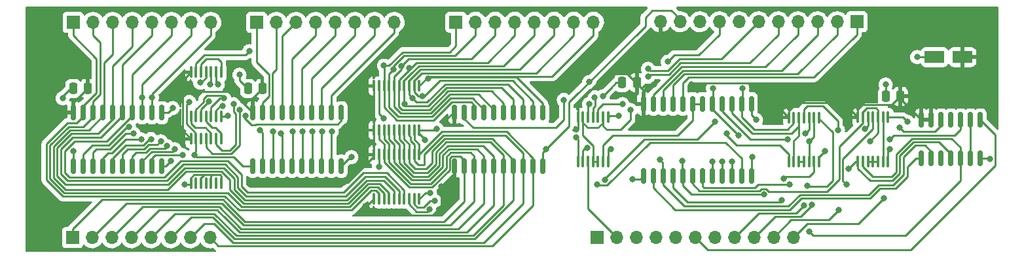
<source format=gbr>
%TF.GenerationSoftware,KiCad,Pcbnew,(6.0.0-0)*%
%TF.CreationDate,2022-01-17T13:46:18-05:00*%
%TF.ProjectId,Control_and_Output,436f6e74-726f-46c5-9f61-6e645f4f7574,rev?*%
%TF.SameCoordinates,Original*%
%TF.FileFunction,Copper,L1,Top*%
%TF.FilePolarity,Positive*%
%FSLAX46Y46*%
G04 Gerber Fmt 4.6, Leading zero omitted, Abs format (unit mm)*
G04 Created by KiCad (PCBNEW (6.0.0-0)) date 2022-01-17 13:46:18*
%MOMM*%
%LPD*%
G01*
G04 APERTURE LIST*
G04 Aperture macros list*
%AMRoundRect*
0 Rectangle with rounded corners*
0 $1 Rounding radius*
0 $2 $3 $4 $5 $6 $7 $8 $9 X,Y pos of 4 corners*
0 Add a 4 corners polygon primitive as box body*
4,1,4,$2,$3,$4,$5,$6,$7,$8,$9,$2,$3,0*
0 Add four circle primitives for the rounded corners*
1,1,$1+$1,$2,$3*
1,1,$1+$1,$4,$5*
1,1,$1+$1,$6,$7*
1,1,$1+$1,$8,$9*
0 Add four rect primitives between the rounded corners*
20,1,$1+$1,$2,$3,$4,$5,0*
20,1,$1+$1,$4,$5,$6,$7,0*
20,1,$1+$1,$6,$7,$8,$9,0*
20,1,$1+$1,$8,$9,$2,$3,0*%
G04 Aperture macros list end*
%TA.AperFunction,SMDPad,CuDef*%
%ADD10RoundRect,0.100000X0.100000X-0.637500X0.100000X0.637500X-0.100000X0.637500X-0.100000X-0.637500X0*%
%TD*%
%TA.AperFunction,SMDPad,CuDef*%
%ADD11RoundRect,0.150000X0.150000X-0.837500X0.150000X0.837500X-0.150000X0.837500X-0.150000X-0.837500X0*%
%TD*%
%TA.AperFunction,SMDPad,CuDef*%
%ADD12RoundRect,0.150000X0.150000X-0.825000X0.150000X0.825000X-0.150000X0.825000X-0.150000X-0.825000X0*%
%TD*%
%TA.AperFunction,SMDPad,CuDef*%
%ADD13RoundRect,0.150000X0.150000X-0.875000X0.150000X0.875000X-0.150000X0.875000X-0.150000X-0.875000X0*%
%TD*%
%TA.AperFunction,SMDPad,CuDef*%
%ADD14RoundRect,0.250000X0.250000X0.475000X-0.250000X0.475000X-0.250000X-0.475000X0.250000X-0.475000X0*%
%TD*%
%TA.AperFunction,SMDPad,CuDef*%
%ADD15RoundRect,0.250000X1.050000X0.550000X-1.050000X0.550000X-1.050000X-0.550000X1.050000X-0.550000X0*%
%TD*%
%TA.AperFunction,ComponentPad*%
%ADD16O,1.700000X1.700000*%
%TD*%
%TA.AperFunction,ComponentPad*%
%ADD17R,1.700000X1.700000*%
%TD*%
%TA.AperFunction,ViaPad*%
%ADD18C,0.800000*%
%TD*%
%TA.AperFunction,Conductor*%
%ADD19C,0.250000*%
%TD*%
G04 APERTURE END LIST*
D10*
%TO.P,U7,1*%
%TO.N,/~{SUB}*%
X197836000Y-108018500D03*
%TO.P,U7,2*%
%TO.N,/~{SBB}*%
X198486000Y-108018500D03*
%TO.P,U7,3*%
%TO.N,Net-(U7-Pad3)*%
X199136000Y-108018500D03*
%TO.P,U7,4*%
X199786000Y-108018500D03*
%TO.P,U7,5*%
X200436000Y-108018500D03*
%TO.P,U7,6*%
%TO.N,Net-(U7-Pad6)*%
X201086000Y-108018500D03*
%TO.P,U7,7,GND*%
%TO.N,GND*%
X201736000Y-108018500D03*
%TO.P,U7,8*%
%TO.N,TWOS_COMP*%
X201736000Y-102293500D03*
%TO.P,U7,9*%
%TO.N,Net-(U7-Pad6)*%
X201086000Y-102293500D03*
%TO.P,U7,10*%
%TO.N,/~{INC}*%
X200436000Y-102293500D03*
%TO.P,U7,11*%
%TO.N,OP_MUX_SELECT*%
X199786000Y-102293500D03*
%TO.P,U7,12*%
%TO.N,/~{DEC}*%
X199136000Y-102293500D03*
%TO.P,U7,13*%
%TO.N,/~{INC}*%
X198486000Y-102293500D03*
%TO.P,U7,14,VCC*%
%TO.N,VCC*%
X197836000Y-102293500D03*
%TD*%
D11*
%TO.P,U2,20,VCC*%
%TO.N,VCC*%
X96393000Y-101693500D03*
%TO.P,U2,19,Q0*%
%TO.N,A0*%
X97663000Y-101693500D03*
%TO.P,U2,18,Q1*%
%TO.N,A1*%
X98933000Y-101693500D03*
%TO.P,U2,17,Q2*%
%TO.N,A2*%
X100203000Y-101693500D03*
%TO.P,U2,16,Q3*%
%TO.N,A3*%
X101473000Y-101693500D03*
%TO.P,U2,15,Q4*%
%TO.N,A4*%
X102743000Y-101693500D03*
%TO.P,U2,14,Q5*%
%TO.N,A5*%
X104013000Y-101693500D03*
%TO.P,U2,13,Q6*%
%TO.N,A6*%
X105283000Y-101693500D03*
%TO.P,U2,12,Q7*%
%TO.N,A7*%
X106553000Y-101693500D03*
%TO.P,U2,11,Cp*%
%TO.N,Net-(U1-Pad3)*%
X107823000Y-101693500D03*
%TO.P,U2,10,GND*%
%TO.N,GND*%
X107823000Y-108618500D03*
%TO.P,U2,9,D7*%
%TO.N,BUS7*%
X106553000Y-108618500D03*
%TO.P,U2,8,D6*%
%TO.N,BUS6*%
X105283000Y-108618500D03*
%TO.P,U2,7,D5*%
%TO.N,BUS5*%
X104013000Y-108618500D03*
%TO.P,U2,6,D4*%
%TO.N,BUS4*%
X102743000Y-108618500D03*
%TO.P,U2,5,D3*%
%TO.N,BUS3*%
X101473000Y-108618500D03*
%TO.P,U2,4,D2*%
%TO.N,BUS2*%
X100203000Y-108618500D03*
%TO.P,U2,3,D1*%
%TO.N,BUS1*%
X98933000Y-108618500D03*
%TO.P,U2,2,D0*%
%TO.N,BUS0*%
X97663000Y-108618500D03*
%TO.P,U2,1,OE*%
%TO.N,GND*%
X96393000Y-108618500D03*
%TD*%
D12*
%TO.P,U10,1*%
%TO.N,/~{ADD}*%
X206026000Y-107567000D03*
%TO.P,U10,2*%
%TO.N,/~{ADC}*%
X207296000Y-107567000D03*
%TO.P,U10,3*%
%TO.N,N/C*%
X208566000Y-107567000D03*
%TO.P,U10,4*%
%TO.N,/~{SUB}*%
X209836000Y-107567000D03*
%TO.P,U10,5*%
%TO.N,/~{SBB}*%
X211106000Y-107567000D03*
%TO.P,U10,6*%
%TO.N,Net-(U10-Pad6)*%
X212376000Y-107567000D03*
%TO.P,U10,7,GND*%
%TO.N,GND*%
X213646000Y-107567000D03*
%TO.P,U10,8*%
%TO.N,ADDER_OUT*%
X213646000Y-102617000D03*
%TO.P,U10,9*%
%TO.N,Net-(U10-Pad6)*%
X212376000Y-102617000D03*
%TO.P,U10,10*%
%TO.N,/~{INC}*%
X211106000Y-102617000D03*
%TO.P,U10,11*%
%TO.N,N/C*%
X209836000Y-102617000D03*
%TO.P,U10,12*%
%TO.N,/~{DEC}*%
X208566000Y-102617000D03*
%TO.P,U10,13*%
%TO.N,VCC*%
X207296000Y-102617000D03*
%TO.P,U10,14,VCC*%
X206026000Y-102617000D03*
%TD*%
D10*
%TO.P,U9,1*%
%TO.N,/~{SHR}*%
X188896000Y-108028500D03*
%TO.P,U9,2*%
%TO.N,/~{ASR}*%
X189546000Y-108028500D03*
%TO.P,U9,3*%
%TO.N,Net-(U9-Pad3)*%
X190196000Y-108028500D03*
%TO.P,U9,4*%
X190846000Y-108028500D03*
%TO.P,U9,5*%
%TO.N,/~{ROR}*%
X191496000Y-108028500D03*
%TO.P,U9,6*%
%TO.N,~{SHIFTER_SHR}*%
X192146000Y-108028500D03*
%TO.P,U9,7,GND*%
%TO.N,GND*%
X192796000Y-108028500D03*
%TO.P,U9,8*%
%TO.N,~{SHIFTER_ROT}*%
X192796000Y-102303500D03*
%TO.P,U9,9*%
%TO.N,/~{ROR}*%
X192146000Y-102303500D03*
%TO.P,U9,10*%
%TO.N,/~{ROL}*%
X191496000Y-102303500D03*
%TO.P,U9,11*%
%TO.N,~{SHIFTER_ARI}*%
X190846000Y-102303500D03*
%TO.P,U9,12*%
%TO.N,/~{ASR}*%
X190196000Y-102303500D03*
%TO.P,U9,13*%
%TO.N,/~{ASL}*%
X189546000Y-102303500D03*
%TO.P,U9,14,VCC*%
%TO.N,VCC*%
X188896000Y-102303500D03*
%TD*%
D11*
%TO.P,U4,1,OE*%
%TO.N,GND*%
X119573000Y-108618500D03*
%TO.P,U4,2,D0*%
%TO.N,BUS0*%
X120843000Y-108618500D03*
%TO.P,U4,3,D1*%
%TO.N,BUS1*%
X122113000Y-108618500D03*
%TO.P,U4,4,D2*%
%TO.N,BUS2*%
X123383000Y-108618500D03*
%TO.P,U4,5,D3*%
%TO.N,BUS3*%
X124653000Y-108618500D03*
%TO.P,U4,6,D4*%
%TO.N,BUS4*%
X125923000Y-108618500D03*
%TO.P,U4,7,D5*%
%TO.N,BUS5*%
X127193000Y-108618500D03*
%TO.P,U4,8,D6*%
%TO.N,BUS6*%
X128463000Y-108618500D03*
%TO.P,U4,9,D7*%
%TO.N,BUS7*%
X129733000Y-108618500D03*
%TO.P,U4,10,GND*%
%TO.N,GND*%
X131003000Y-108618500D03*
%TO.P,U4,11,Cp*%
%TO.N,Net-(U1-Pad6)*%
X131003000Y-101693500D03*
%TO.P,U4,12,Q7*%
%TO.N,B7*%
X129733000Y-101693500D03*
%TO.P,U4,13,Q6*%
%TO.N,B6*%
X128463000Y-101693500D03*
%TO.P,U4,14,Q5*%
%TO.N,B5*%
X127193000Y-101693500D03*
%TO.P,U4,15,Q4*%
%TO.N,B4*%
X125923000Y-101693500D03*
%TO.P,U4,16,Q3*%
%TO.N,B3*%
X124653000Y-101693500D03*
%TO.P,U4,17,Q2*%
%TO.N,B2*%
X123383000Y-101693500D03*
%TO.P,U4,18,Q1*%
%TO.N,B1*%
X122113000Y-101693500D03*
%TO.P,U4,19,Q0*%
%TO.N,B0*%
X120843000Y-101693500D03*
%TO.P,U4,20,VCC*%
%TO.N,VCC*%
X119573000Y-101693500D03*
%TD*%
D10*
%TO.P,U11,1,A->B*%
%TO.N,VCC*%
X135251000Y-112844500D03*
%TO.P,U11,2,A0*%
%TO.N,A0*%
X135901000Y-112844500D03*
%TO.P,U11,3,A1*%
%TO.N,A1*%
X136551000Y-112844500D03*
%TO.P,U11,4,A2*%
%TO.N,A2*%
X137201000Y-112844500D03*
%TO.P,U11,5,A3*%
%TO.N,A3*%
X137851000Y-112844500D03*
%TO.P,U11,6,A4*%
%TO.N,A4*%
X138501000Y-112844500D03*
%TO.P,U11,7,A5*%
%TO.N,A5*%
X139151000Y-112844500D03*
%TO.P,U11,8,A6*%
%TO.N,A6*%
X139801000Y-112844500D03*
%TO.P,U11,9,A7*%
%TO.N,A7*%
X140451000Y-112844500D03*
%TO.P,U11,10,GND*%
%TO.N,GND*%
X141101000Y-112844500D03*
%TO.P,U11,11,B7*%
%TO.N,Q7*%
X141101000Y-107119500D03*
%TO.P,U11,12,B6*%
%TO.N,Q6*%
X140451000Y-107119500D03*
%TO.P,U11,13,B5*%
%TO.N,Q5*%
X139801000Y-107119500D03*
%TO.P,U11,14,B4*%
%TO.N,Q4*%
X139151000Y-107119500D03*
%TO.P,U11,15,B3*%
%TO.N,Q3*%
X138501000Y-107119500D03*
%TO.P,U11,16,B2*%
%TO.N,Q2*%
X137851000Y-107119500D03*
%TO.P,U11,17,B1*%
%TO.N,Q1*%
X137201000Y-107119500D03*
%TO.P,U11,18,B0*%
%TO.N,Q0*%
X136551000Y-107119500D03*
%TO.P,U11,19,CE*%
%TO.N,~{A}*%
X135901000Y-107119500D03*
%TO.P,U11,20,VCC*%
%TO.N,VCC*%
X135251000Y-107119500D03*
%TD*%
%TO.P,U8,1*%
%TO.N,/~{SBB}*%
X161626000Y-108018500D03*
%TO.P,U8,2*%
%TO.N,/~{ADC}*%
X162276000Y-108018500D03*
%TO.P,U8,3*%
%TO.N,ADC_SBB*%
X162926000Y-108018500D03*
%TO.P,U8,4*%
%TO.N,ALU_FUNC_5*%
X163576000Y-108018500D03*
%TO.P,U8,5*%
X164226000Y-108018500D03*
%TO.P,U8,6*%
%TO.N,~{ENABLE}*%
X164876000Y-108018500D03*
%TO.P,U8,7,GND*%
%TO.N,GND*%
X165526000Y-108018500D03*
%TO.P,U8,8*%
%TO.N,~{INVERT_OUT}*%
X165526000Y-102293500D03*
%TO.P,U8,9*%
%TO.N,ALU_FUNC_5*%
X164876000Y-102293500D03*
%TO.P,U8,10*%
%TO.N,ALU_FUNC_4*%
X164226000Y-102293500D03*
%TO.P,U8,11*%
%TO.N,~{ALU_OUT}*%
X163576000Y-102293500D03*
%TO.P,U8,12*%
%TO.N,~{INVERT_OUT}*%
X162926000Y-102293500D03*
%TO.P,U8,13*%
%TO.N,ALU_FUNC_5*%
X162276000Y-102293500D03*
%TO.P,U8,14,VCC*%
%TO.N,VCC*%
X161626000Y-102293500D03*
%TD*%
%TO.P,U12,1*%
%TO.N,GND*%
X111588000Y-110812500D03*
%TO.P,U12,2*%
%TO.N,unconnected-(U12-Pad2)*%
X112238000Y-110812500D03*
%TO.P,U12,3*%
%TO.N,GND*%
X112888000Y-110812500D03*
%TO.P,U12,4*%
%TO.N,unconnected-(U12-Pad4)*%
X113538000Y-110812500D03*
%TO.P,U12,5*%
%TO.N,GND*%
X114188000Y-110812500D03*
%TO.P,U12,6*%
%TO.N,unconnected-(U12-Pad6)*%
X114838000Y-110812500D03*
%TO.P,U12,7,GND*%
%TO.N,GND*%
X115488000Y-110812500D03*
%TO.P,U12,8*%
%TO.N,Net-(U12-Pad8)*%
X115488000Y-105087500D03*
%TO.P,U12,9*%
%TO.N,~{LATCH_B}*%
X114838000Y-105087500D03*
%TO.P,U12,10*%
%TO.N,Net-(U1-Pad1)*%
X114188000Y-105087500D03*
%TO.P,U12,11*%
%TO.N,~{LATCH_ACCUMULATOR}*%
X113538000Y-105087500D03*
%TO.P,U12,12*%
%TO.N,unconnected-(U12-Pad12)*%
X112888000Y-105087500D03*
%TO.P,U12,13*%
%TO.N,GND*%
X112238000Y-105087500D03*
%TO.P,U12,14,VCC*%
%TO.N,VCC*%
X111588000Y-105087500D03*
%TD*%
D13*
%TO.P,U3,1,S0*%
%TO.N,~{A}*%
X170091000Y-109846000D03*
%TO.P,U3,2,S1*%
%TO.N,/~{ADD}*%
X171361000Y-109846000D03*
%TO.P,U3,3,S2*%
%TO.N,/~{ADC}*%
X172631000Y-109846000D03*
%TO.P,U3,4,S3*%
%TO.N,/~{SUB}*%
X173901000Y-109846000D03*
%TO.P,U3,5,S4*%
%TO.N,/~{SBB}*%
X175171000Y-109846000D03*
%TO.P,U3,6,S5*%
%TO.N,/~{INC}*%
X176441000Y-109846000D03*
%TO.P,U3,7,S6*%
%TO.N,/~{DEC}*%
X177711000Y-109846000D03*
%TO.P,U3,8,S7*%
%TO.N,~{AND}*%
X178981000Y-109846000D03*
%TO.P,U3,9,S8*%
%TO.N,~{OR}*%
X180251000Y-109846000D03*
%TO.P,U3,10,S9*%
%TO.N,~{XOR}*%
X181521000Y-109846000D03*
%TO.P,U3,11,S10*%
%TO.N,/~{SHL}*%
X182791000Y-109846000D03*
%TO.P,U3,12,GND*%
%TO.N,GND*%
X184061000Y-109846000D03*
%TO.P,U3,13,S11*%
%TO.N,/~{SHR}*%
X184061000Y-100546000D03*
%TO.P,U3,14,S12*%
%TO.N,/~{ASL}*%
X182791000Y-100546000D03*
%TO.P,U3,15,S13*%
%TO.N,/~{ASR}*%
X181521000Y-100546000D03*
%TO.P,U3,16,S14*%
%TO.N,/~{ROR}*%
X180251000Y-100546000D03*
%TO.P,U3,17,S15*%
%TO.N,/~{ROL}*%
X178981000Y-100546000D03*
%TO.P,U3,18,E0*%
%TO.N,~{ENABLE}*%
X177711000Y-100546000D03*
%TO.P,U3,19,E1*%
X176441000Y-100546000D03*
%TO.P,U3,20,A3*%
%TO.N,ALU_FUNC_3*%
X175171000Y-100546000D03*
%TO.P,U3,21,A2*%
%TO.N,ALU_FUNC_2*%
X173901000Y-100546000D03*
%TO.P,U3,22,A1*%
%TO.N,ALU_FUNC_1*%
X172631000Y-100546000D03*
%TO.P,U3,23,A0*%
%TO.N,ALU_FUNC_0*%
X171361000Y-100546000D03*
%TO.P,U3,24,VCC*%
%TO.N,VCC*%
X170091000Y-100546000D03*
%TD*%
D14*
%TO.P,C4,1*%
%TO.N,VCC*%
X169250000Y-97800000D03*
%TO.P,C4,2*%
%TO.N,GND*%
X167350000Y-97800000D03*
%TD*%
%TO.P,C1,1*%
%TO.N,VCC*%
X98232000Y-98552000D03*
%TO.P,C1,2*%
%TO.N,GND*%
X96332000Y-98552000D03*
%TD*%
%TO.P,C3,1*%
%TO.N,VCC*%
X203322000Y-99568000D03*
%TO.P,C3,2*%
%TO.N,GND*%
X201422000Y-99568000D03*
%TD*%
D15*
%TO.P,C5,1*%
%TO.N,VCC*%
X211350000Y-94488000D03*
%TO.P,C5,2*%
%TO.N,GND*%
X207750000Y-94488000D03*
%TD*%
D10*
%TO.P,U1,1*%
%TO.N,Net-(U1-Pad1)*%
X111588000Y-102176500D03*
%TO.P,U1,2*%
%TO.N,CLOCK*%
X112238000Y-102176500D03*
%TO.P,U1,3*%
%TO.N,Net-(U1-Pad3)*%
X112888000Y-102176500D03*
%TO.P,U1,4*%
%TO.N,Net-(U12-Pad8)*%
X113538000Y-102176500D03*
%TO.P,U1,5*%
%TO.N,CLOCK*%
X114188000Y-102176500D03*
%TO.P,U1,6*%
%TO.N,Net-(U1-Pad6)*%
X114838000Y-102176500D03*
%TO.P,U1,7,GND*%
%TO.N,GND*%
X115488000Y-102176500D03*
%TO.P,U1,8*%
%TO.N,Net-(U1-Pad12)*%
X115488000Y-96451500D03*
%TO.P,U1,9*%
%TO.N,/~{SHL}*%
X114838000Y-96451500D03*
%TO.P,U1,10*%
%TO.N,/~{ASL}*%
X114188000Y-96451500D03*
%TO.P,U1,11*%
%TO.N,~{SHIFTER_SHL}*%
X113538000Y-96451500D03*
%TO.P,U1,12*%
%TO.N,Net-(U1-Pad12)*%
X112888000Y-96451500D03*
%TO.P,U1,13*%
%TO.N,/~{ROL}*%
X112238000Y-96451500D03*
%TO.P,U1,14,VCC*%
%TO.N,VCC*%
X111588000Y-96451500D03*
%TD*%
%TO.P,U5,1,A->B*%
%TO.N,VCC*%
X135251000Y-103954500D03*
%TO.P,U5,2,A0*%
%TO.N,Q0*%
X135901000Y-103954500D03*
%TO.P,U5,3,A1*%
%TO.N,Q1*%
X136551000Y-103954500D03*
%TO.P,U5,4,A2*%
%TO.N,Q2*%
X137201000Y-103954500D03*
%TO.P,U5,5,A3*%
%TO.N,Q3*%
X137851000Y-103954500D03*
%TO.P,U5,6,A4*%
%TO.N,Q4*%
X138501000Y-103954500D03*
%TO.P,U5,7,A5*%
%TO.N,Q5*%
X139151000Y-103954500D03*
%TO.P,U5,8,A6*%
%TO.N,Q6*%
X139801000Y-103954500D03*
%TO.P,U5,9,A7*%
%TO.N,Q7*%
X140451000Y-103954500D03*
%TO.P,U5,10,GND*%
%TO.N,GND*%
X141101000Y-103954500D03*
%TO.P,U5,11,B7*%
%TO.N,BUS7*%
X141101000Y-98229500D03*
%TO.P,U5,12,B6*%
%TO.N,BUS6*%
X140451000Y-98229500D03*
%TO.P,U5,13,B5*%
%TO.N,BUS5*%
X139801000Y-98229500D03*
%TO.P,U5,14,B4*%
%TO.N,BUS4*%
X139151000Y-98229500D03*
%TO.P,U5,15,B3*%
%TO.N,BUS3*%
X138501000Y-98229500D03*
%TO.P,U5,16,B2*%
%TO.N,BUS2*%
X137851000Y-98229500D03*
%TO.P,U5,17,B1*%
%TO.N,BUS1*%
X137201000Y-98229500D03*
%TO.P,U5,18,B0*%
%TO.N,BUS0*%
X136551000Y-98229500D03*
%TO.P,U5,19,CE*%
%TO.N,~{ALU_OUT}*%
X135901000Y-98229500D03*
%TO.P,U5,20,VCC*%
%TO.N,VCC*%
X135251000Y-98229500D03*
%TD*%
D11*
%TO.P,U6,1,A->B*%
%TO.N,VCC*%
X145669000Y-108618500D03*
%TO.P,U6,2,A0*%
%TO.N,Q0*%
X146939000Y-108618500D03*
%TO.P,U6,3,A1*%
%TO.N,Q1*%
X148209000Y-108618500D03*
%TO.P,U6,4,A2*%
%TO.N,Q2*%
X149479000Y-108618500D03*
%TO.P,U6,5,A3*%
%TO.N,Q3*%
X150749000Y-108618500D03*
%TO.P,U6,6,A4*%
%TO.N,Q4*%
X152019000Y-108618500D03*
%TO.P,U6,7,A5*%
%TO.N,Q5*%
X153289000Y-108618500D03*
%TO.P,U6,8,A6*%
%TO.N,Q6*%
X154559000Y-108618500D03*
%TO.P,U6,9,A7*%
%TO.N,Q7*%
X155829000Y-108618500D03*
%TO.P,U6,10,GND*%
%TO.N,GND*%
X157099000Y-108618500D03*
%TO.P,U6,11,B7*%
%TO.N,BUS7*%
X157099000Y-101693500D03*
%TO.P,U6,12,B6*%
%TO.N,BUS6*%
X155829000Y-101693500D03*
%TO.P,U6,13,B5*%
%TO.N,BUS5*%
X154559000Y-101693500D03*
%TO.P,U6,14,B4*%
%TO.N,BUS4*%
X153289000Y-101693500D03*
%TO.P,U6,15,B3*%
%TO.N,BUS3*%
X152019000Y-101693500D03*
%TO.P,U6,16,B2*%
%TO.N,BUS2*%
X150749000Y-101693500D03*
%TO.P,U6,17,B1*%
%TO.N,BUS1*%
X149479000Y-101693500D03*
%TO.P,U6,18,B0*%
%TO.N,BUS0*%
X148209000Y-101693500D03*
%TO.P,U6,19,CE*%
%TO.N,~{INVERT_OUT}*%
X146939000Y-101693500D03*
%TO.P,U6,20,VCC*%
%TO.N,VCC*%
X145669000Y-101693500D03*
%TD*%
D14*
%TO.P,C2,1*%
%TO.N,VCC*%
X120838000Y-98552000D03*
%TO.P,C2,2*%
%TO.N,GND*%
X118938000Y-98552000D03*
%TD*%
D16*
%TO.P,J3,11,Pin_11*%
%TO.N,TWOS_COMP*%
X189484000Y-117850000D03*
%TO.P,J3,10,Pin_10*%
%TO.N,OP_MUX_SELECT*%
X186944000Y-117850000D03*
%TO.P,J3,9,Pin_9*%
%TO.N,~{SHIFTER_ROT}*%
X184404000Y-117850000D03*
%TO.P,J3,8,Pin_8*%
%TO.N,~{SHIFTER_ARI}*%
X181864000Y-117850000D03*
%TO.P,J3,7,Pin_7*%
%TO.N,~{SHIFTER_SHR}*%
X179324000Y-117850000D03*
%TO.P,J3,6,Pin_6*%
%TO.N,ADDER_OUT*%
X176784000Y-117850000D03*
%TO.P,J3,5,Pin_5*%
%TO.N,~{XOR}*%
X174244000Y-117850000D03*
%TO.P,J3,4,Pin_4*%
%TO.N,~{OR}*%
X171704000Y-117850000D03*
%TO.P,J3,3,Pin_3*%
%TO.N,~{AND}*%
X169164000Y-117850000D03*
%TO.P,J3,2,Pin_2*%
%TO.N,ADC_SBB*%
X166624000Y-117850000D03*
D17*
%TO.P,J3,1,Pin_1*%
%TO.N,~{SHIFTER_SHL}*%
X164084000Y-117850000D03*
%TD*%
%TO.P,J5,1,Pin_1*%
%TO.N,ALU_FUNC_3*%
X197690000Y-89925000D03*
D16*
%TO.P,J5,2,Pin_2*%
%TO.N,ALU_FUNC_2*%
X195150000Y-89925000D03*
%TO.P,J5,3,Pin_3*%
%TO.N,ALU_FUNC_1*%
X192610000Y-89925000D03*
%TO.P,J5,4,Pin_4*%
%TO.N,ALU_FUNC_0*%
X190070000Y-89925000D03*
%TO.P,J5,5,Pin_5*%
%TO.N,ALU_FUNC_5*%
X187530000Y-89925000D03*
%TO.P,J5,6,Pin_6*%
%TO.N,ALU_FUNC_4*%
X184990000Y-89925000D03*
%TO.P,J5,7,Pin_7*%
%TO.N,~{LATCH_B}*%
X182450000Y-89925000D03*
%TO.P,J5,8,Pin_8*%
%TO.N,~{LATCH_ACCUMULATOR}*%
X179910000Y-89925000D03*
%TO.P,J5,9,Pin_9*%
%TO.N,CLOCK*%
X177370000Y-89925000D03*
%TO.P,J5,10,Pin_10*%
%TO.N,GND*%
X174830000Y-89925000D03*
%TO.P,J5,11,Pin_11*%
%TO.N,VCC*%
X172290000Y-89925000D03*
%TD*%
%TO.P,J1,8,Pin_8*%
%TO.N,A7*%
X114135000Y-90000000D03*
%TO.P,J1,7,Pin_7*%
%TO.N,A6*%
X111595000Y-90000000D03*
%TO.P,J1,6,Pin_6*%
%TO.N,A5*%
X109055000Y-90000000D03*
%TO.P,J1,5,Pin_5*%
%TO.N,A4*%
X106515000Y-90000000D03*
%TO.P,J1,4,Pin_4*%
%TO.N,A3*%
X103975000Y-90000000D03*
%TO.P,J1,3,Pin_3*%
%TO.N,A2*%
X101435000Y-90000000D03*
%TO.P,J1,2,Pin_2*%
%TO.N,A1*%
X98895000Y-90000000D03*
D17*
%TO.P,J1,1,Pin_1*%
%TO.N,A0*%
X96355000Y-90000000D03*
%TD*%
%TO.P,J4,1,Pin_1*%
%TO.N,BUS0*%
X145855000Y-89980000D03*
D16*
%TO.P,J4,2,Pin_2*%
%TO.N,BUS1*%
X148395000Y-89980000D03*
%TO.P,J4,3,Pin_3*%
%TO.N,BUS2*%
X150935000Y-89980000D03*
%TO.P,J4,4,Pin_4*%
%TO.N,BUS3*%
X153475000Y-89980000D03*
%TO.P,J4,5,Pin_5*%
%TO.N,BUS4*%
X156015000Y-89980000D03*
%TO.P,J4,6,Pin_6*%
%TO.N,BUS5*%
X158555000Y-89980000D03*
%TO.P,J4,7,Pin_7*%
%TO.N,BUS6*%
X161095000Y-89980000D03*
%TO.P,J4,8,Pin_8*%
%TO.N,BUS7*%
X163635000Y-89980000D03*
%TD*%
D17*
%TO.P,J2,1,Pin_1*%
%TO.N,B0*%
X120075000Y-90000000D03*
D16*
%TO.P,J2,2,Pin_2*%
%TO.N,B1*%
X122615000Y-90000000D03*
%TO.P,J2,3,Pin_3*%
%TO.N,B2*%
X125155000Y-90000000D03*
%TO.P,J2,4,Pin_4*%
%TO.N,B3*%
X127695000Y-90000000D03*
%TO.P,J2,5,Pin_5*%
%TO.N,B4*%
X130235000Y-90000000D03*
%TO.P,J2,6,Pin_6*%
%TO.N,B5*%
X132775000Y-90000000D03*
%TO.P,J2,7,Pin_7*%
%TO.N,B6*%
X135315000Y-90000000D03*
%TO.P,J2,8,Pin_8*%
%TO.N,B7*%
X137855000Y-90000000D03*
%TD*%
D17*
%TO.P,J6,1,Pin_1*%
%TO.N,Q0*%
X96266000Y-117875000D03*
D16*
%TO.P,J6,2,Pin_2*%
%TO.N,Q1*%
X98806000Y-117875000D03*
%TO.P,J6,3,Pin_3*%
%TO.N,Q2*%
X101346000Y-117875000D03*
%TO.P,J6,4,Pin_4*%
%TO.N,Q3*%
X103886000Y-117875000D03*
%TO.P,J6,5,Pin_5*%
%TO.N,Q4*%
X106426000Y-117875000D03*
%TO.P,J6,6,Pin_6*%
%TO.N,Q5*%
X108966000Y-117875000D03*
%TO.P,J6,7,Pin_7*%
%TO.N,Q6*%
X111506000Y-117875000D03*
%TO.P,J6,8,Pin_8*%
%TO.N,Q7*%
X114046000Y-117875000D03*
%TD*%
D18*
%TO.N,GND*%
X141850000Y-105200000D03*
%TO.N,VCC*%
X161400000Y-103900000D03*
X117300000Y-91950000D03*
X117550000Y-95450000D03*
%TO.N,Net-(U1-Pad6)*%
X118600000Y-102100000D03*
X115650000Y-100800000D03*
%TO.N,GND*%
X163075000Y-97725000D03*
%TO.N,/~{SBB}*%
X175150000Y-107950000D03*
X161400917Y-104925500D03*
%TO.N,/~{ADC}*%
X162850000Y-106250000D03*
X172200000Y-107800000D03*
%TO.N,~{A}*%
X168700000Y-110300000D03*
X135901000Y-108699000D03*
%TO.N,~{ALU_OUT}*%
X163800000Y-99700000D03*
X136500000Y-102450000D03*
%TO.N,VCC*%
X144300000Y-102900000D03*
X143950000Y-111250000D03*
%TO.N,A6*%
X105287299Y-99699299D03*
X142404673Y-114225500D03*
%TO.N,A7*%
X106553000Y-99695000D03*
X143100000Y-113100000D03*
%TO.N,~{LATCH_B}*%
X117094000Y-100584000D03*
%TO.N,CLOCK*%
X115848032Y-99820312D03*
%TO.N,Net-(U1-Pad3)*%
X113923299Y-100198701D03*
X109220000Y-101092000D03*
%TO.N,GND*%
X214884000Y-107696000D03*
X94996000Y-99822000D03*
X193548000Y-106680000D03*
X108966000Y-107950000D03*
X142494000Y-112050000D03*
X110744000Y-110998000D03*
X165862000Y-106426000D03*
X132334000Y-107442000D03*
X143350000Y-103800000D03*
X184150000Y-107442000D03*
X116332000Y-102108000D03*
X111350000Y-100292500D03*
X205486000Y-94488000D03*
X201422000Y-98044000D03*
X201930000Y-106426000D03*
X164846000Y-99568000D03*
X117856000Y-96774000D03*
X157480000Y-106426000D03*
X112014000Y-107188000D03*
X96400000Y-106650000D03*
%TO.N,BUS0*%
X136546701Y-95599989D03*
X120516792Y-103924500D03*
X103585576Y-103562364D03*
%TO.N,BUS1*%
X104140000Y-104394000D03*
X137750000Y-96100000D03*
X122174000Y-104140000D03*
%TO.N,BUS2*%
X123190000Y-104394000D03*
X105150293Y-105150293D03*
X138827815Y-95632488D03*
%TO.N,BUS3*%
X139796270Y-95879674D03*
X124714000Y-104140000D03*
X106422747Y-105114967D03*
%TO.N,BUS4*%
X107685937Y-105402161D03*
X139192000Y-100584000D03*
X125984000Y-104140000D03*
%TO.N,BUS5*%
X108476298Y-106013989D03*
X127254000Y-104140000D03*
X140208000Y-99822000D03*
%TO.N,BUS6*%
X109474000Y-106426000D03*
X128524000Y-104140000D03*
X141478000Y-99568000D03*
%TO.N,BUS7*%
X142240000Y-97271565D03*
X129794000Y-104140000D03*
X110490000Y-107188000D03*
%TO.N,VCC*%
X134112000Y-113792000D03*
X176276000Y-98044000D03*
X131318000Y-110744000D03*
X171450000Y-98044000D03*
X110641934Y-97346978D03*
X98298000Y-96774000D03*
%TO.N,~{LATCH_ACCUMULATOR}*%
X117856000Y-101346000D03*
X173228000Y-95095520D03*
%TO.N,TWOS_COMP*%
X201168000Y-112776000D03*
X204216000Y-102870000D03*
%TO.N,OP_MUX_SELECT*%
X195326000Y-114300000D03*
X196342000Y-110998000D03*
%TO.N,~{SHIFTER_SHR}*%
X188214000Y-110236000D03*
%TO.N,~{SHIFTER_SHL}*%
X112776000Y-97796488D03*
%TO.N,~{SHIFTER_ROT}*%
X191262000Y-111156011D03*
X191871798Y-113646657D03*
%TO.N,~{SHIFTER_ARI}*%
X195250411Y-103970187D03*
X190872909Y-113681690D03*
%TO.N,/~{SUB}*%
X196596000Y-108966000D03*
X187960000Y-113030000D03*
%TO.N,/~{SBB}*%
X185674000Y-112268000D03*
X191516000Y-117094000D03*
%TO.N,/~{INC}*%
X201930000Y-105156000D03*
X199390000Y-105372500D03*
%TO.N,/~{DEC}*%
X198715698Y-103789704D03*
X203200000Y-103632000D03*
X188976000Y-110998000D03*
%TO.N,ALU_FUNC_4*%
X170688000Y-96012000D03*
X167386000Y-100584000D03*
%TO.N,~{INVERT_OUT}*%
X159800809Y-100028360D03*
X163054545Y-100571023D03*
X166878000Y-102108000D03*
%TO.N,~{XOR}*%
X181521000Y-108039000D03*
%TO.N,~{AND}*%
X178981000Y-108039000D03*
%TO.N,~{OR}*%
X180251000Y-108039000D03*
%TO.N,ALU_FUNC_5*%
X168402000Y-101346000D03*
X170692299Y-97032299D03*
%TO.N,/~{SHL}*%
X164084000Y-110998000D03*
X115062000Y-98044000D03*
%TO.N,/~{ASL}*%
X165095701Y-110374500D03*
X114046000Y-98044000D03*
X179324000Y-102870000D03*
X182880000Y-98552000D03*
%TO.N,/~{ROL}*%
X119126000Y-93726000D03*
X182372000Y-104648000D03*
X191008000Y-104394000D03*
X179070000Y-98552000D03*
%TO.N,/~{SHR}*%
X184658000Y-102616000D03*
X180848000Y-104394000D03*
%TO.N,/~{ROR}*%
X191516000Y-105410000D03*
X188722000Y-105156000D03*
%TD*%
D19*
%TO.N,GND*%
X141101000Y-103954500D02*
X141101000Y-104401000D01*
X141101000Y-104401000D02*
X141750000Y-105050000D01*
X141750000Y-105050000D02*
X141850000Y-105150000D01*
X141850000Y-105150000D02*
X141850000Y-105200000D01*
%TO.N,Q4*%
X143246437Y-108341267D02*
X143246437Y-106835276D01*
%TO.N,Q6*%
X154559000Y-106934704D02*
X154559000Y-108618500D01*
%TO.N,Q4*%
X139151000Y-108160184D02*
X140406326Y-109415510D01*
%TO.N,Q5*%
X150524925Y-105058925D02*
X153289000Y-107823000D01*
%TO.N,Q4*%
X144573276Y-105508436D02*
X150338731Y-105508435D01*
%TO.N,Q6*%
X141732000Y-108458000D02*
X141732000Y-107078304D01*
%TO.N,Q5*%
X153289000Y-107823000D02*
X153289000Y-108618500D01*
X142748000Y-106698008D02*
X144387083Y-105058925D01*
%TO.N,Q4*%
X152019000Y-107188704D02*
X152019000Y-108618500D01*
%TO.N,Q5*%
X144387083Y-105058925D02*
X150524925Y-105058925D01*
%TO.N,Q6*%
X144200890Y-104609414D02*
X152233710Y-104609414D01*
%TO.N,Q5*%
X141986000Y-108966000D02*
X142748000Y-108204000D01*
%TO.N,Q4*%
X150338731Y-105508435D02*
X152019000Y-107188704D01*
%TO.N,Q5*%
X140592519Y-108965999D02*
X141986000Y-108966000D01*
X142748000Y-108204000D02*
X142748000Y-106698008D01*
X139801000Y-108174480D02*
X140592519Y-108965999D01*
%TO.N,Q4*%
X139151000Y-107119500D02*
X139151000Y-108160184D01*
X143246437Y-106835276D02*
X144573276Y-105508436D01*
%TO.N,Q5*%
X139801000Y-107119500D02*
X139801000Y-108174480D01*
%TO.N,Q7*%
X144034600Y-104140000D02*
X152400000Y-104140000D01*
%TO.N,Q6*%
X141732000Y-107078304D02*
X144200890Y-104609414D01*
X140970000Y-108458000D02*
X141732000Y-108458000D01*
%TO.N,Q4*%
X140406326Y-109415510D02*
X142172194Y-109415510D01*
X142172194Y-109415510D02*
X143246437Y-108341267D01*
%TO.N,Q6*%
X140451000Y-107119500D02*
X140451000Y-107939000D01*
X140451000Y-107939000D02*
X140970000Y-108458000D01*
%TO.N,GND*%
X141101000Y-103954500D02*
X143195500Y-103954500D01*
%TO.N,Q7*%
X155829000Y-107569000D02*
X155829000Y-108618500D01*
X152400000Y-104140000D02*
X155829000Y-107569000D01*
X141117600Y-107057000D02*
X144034600Y-104140000D01*
X141101000Y-107057000D02*
X141117600Y-107057000D01*
%TO.N,GND*%
X143195500Y-103954500D02*
X143350000Y-103800000D01*
%TO.N,Q6*%
X152233710Y-104609414D02*
X154559000Y-106934704D01*
%TO.N,VCC*%
X161626000Y-102293500D02*
X161626000Y-103674000D01*
X161626000Y-103674000D02*
X161400000Y-103900000D01*
X169860000Y-98552000D02*
X168008000Y-96700000D01*
X165350000Y-96700000D02*
X161626000Y-100424000D01*
X168008000Y-96700000D02*
X165350000Y-96700000D01*
X161626000Y-100424000D02*
X161626000Y-102293500D01*
X119573000Y-99817000D02*
X120838000Y-98552000D01*
%TO.N,A1*%
X132130581Y-113870531D02*
X134670579Y-111330533D01*
X98933000Y-102233592D02*
X97671614Y-103494978D01*
X97671614Y-103494978D02*
X95765909Y-103494979D01*
X93334979Y-105925909D02*
X93334979Y-110228091D01*
X95765909Y-103494979D02*
X93334979Y-105925909D01*
X93334979Y-110228091D02*
X95176286Y-112069398D01*
X95176286Y-112069398D02*
X116331910Y-112069399D01*
X116331910Y-112069399D02*
X118133043Y-113870532D01*
X118133043Y-113870532D02*
X132130581Y-113870531D01*
X98933000Y-101693500D02*
X98933000Y-102233592D01*
X135724894Y-111330533D02*
X136551000Y-112156639D01*
X134670579Y-111330533D02*
X135724894Y-111330533D01*
X136551000Y-112156639D02*
X136551000Y-112844500D01*
%TO.N,A4*%
X134112000Y-109982000D02*
X136652000Y-109982000D01*
%TO.N,A3*%
X99568000Y-104394000D02*
X96138296Y-104394000D01*
%TO.N,A4*%
X117660489Y-111439081D02*
X118743407Y-112521999D01*
X115999467Y-108379467D02*
X117660489Y-110040489D01*
X110568534Y-108379466D02*
X115999467Y-108379467D01*
%TO.N,A2*%
X118371021Y-113421021D02*
X131944387Y-113421021D01*
%TO.N,A4*%
X95648699Y-110508403D02*
X108439597Y-110508403D01*
X131572000Y-112522000D02*
X134112000Y-109982000D01*
X118743407Y-112521999D02*
X131572000Y-112522000D01*
%TO.N,A3*%
X101473000Y-102489000D02*
X99568000Y-104394000D01*
%TO.N,A4*%
X94800490Y-106367510D02*
X94800490Y-109660194D01*
X138501000Y-111831000D02*
X138501000Y-112844500D01*
X99923072Y-104902000D02*
X96266000Y-104902000D01*
X102743000Y-101693500D02*
X102743000Y-102082072D01*
%TO.N,A3*%
X94292490Y-109914194D02*
X95336210Y-110957914D01*
%TO.N,A4*%
X136652000Y-109982000D02*
X138501000Y-111831000D01*
%TO.N,A3*%
X108625790Y-110957914D02*
X110754727Y-108828977D01*
X137851000Y-111816704D02*
X137851000Y-112844500D01*
%TO.N,A2*%
X110940918Y-109278490D02*
X115502194Y-109278490D01*
%TO.N,A3*%
X131758193Y-112971511D02*
X134298193Y-110431511D01*
%TO.N,A4*%
X94800490Y-109660194D02*
X95648699Y-110508403D01*
%TO.N,A3*%
X96138296Y-104394000D02*
X94292490Y-106239806D01*
X115813273Y-108828977D02*
X117210978Y-110226682D01*
%TO.N,A2*%
X137201000Y-112055000D02*
X137201000Y-112844500D01*
%TO.N,A4*%
X96266000Y-104902000D02*
X94800490Y-106367510D01*
X102743000Y-102082072D02*
X99923072Y-104902000D01*
%TO.N,A2*%
X136027022Y-110881022D02*
X137201000Y-112055000D01*
%TO.N,A3*%
X110754727Y-108828977D02*
X115813273Y-108828977D01*
%TO.N,A2*%
X116644490Y-110420786D02*
X116644490Y-111694490D01*
%TO.N,A4*%
X117660489Y-110040489D02*
X117660489Y-111439081D01*
%TO.N,A3*%
X117210978Y-111625274D02*
X118557214Y-112971510D01*
X95336210Y-110957914D02*
X108625790Y-110957914D01*
X117210978Y-110226682D02*
X117210978Y-111625274D01*
X94292490Y-106239806D02*
X94292490Y-109914194D01*
X101473000Y-101693500D02*
X101473000Y-102489000D01*
%TO.N,A4*%
X108439597Y-110508403D02*
X110568534Y-108379466D01*
%TO.N,A3*%
X136465809Y-110431513D02*
X137851000Y-111816704D01*
X118557214Y-112971510D02*
X131758193Y-112971511D01*
%TO.N,A2*%
X98365807Y-103944489D02*
X95952103Y-103944489D01*
X134484386Y-110881022D02*
X136027022Y-110881022D01*
%TO.N,A3*%
X134298193Y-110431511D02*
X136465809Y-110431513D01*
%TO.N,A2*%
X100203000Y-101693500D02*
X100203000Y-102107296D01*
X100203000Y-102107296D02*
X98365807Y-103944489D01*
X95952103Y-103944489D02*
X93842979Y-106053613D01*
X108599521Y-111619887D02*
X110940918Y-109278490D01*
X93842979Y-106053613D02*
X93842980Y-110100388D01*
X93842980Y-110100388D02*
X95362479Y-111619887D01*
X95362479Y-111619887D02*
X108599521Y-111619887D01*
X115502194Y-109278490D02*
X116644490Y-110420786D01*
X116644490Y-111694490D02*
X118371021Y-113421021D01*
X131944387Y-113421021D02*
X134484386Y-110881022D01*
%TO.N,A0*%
X97663000Y-101693500D02*
X97663000Y-102207048D01*
X97663000Y-102207048D02*
X96824580Y-103045468D01*
X135901000Y-112156639D02*
X135901000Y-112844500D01*
X96824580Y-103045468D02*
X95579715Y-103045469D01*
X95579715Y-103045469D02*
X92885468Y-105739716D01*
X115954513Y-112518909D02*
X117755647Y-114320043D01*
X92885469Y-110414285D02*
X94990093Y-112518909D01*
X92885468Y-105739716D02*
X92885469Y-110414285D01*
X134856772Y-111780044D02*
X135524405Y-111780044D01*
X94990093Y-112518909D02*
X115954513Y-112518909D01*
X117755647Y-114320043D02*
X132316773Y-114320043D01*
X135524405Y-111780044D02*
X135901000Y-112156639D01*
X132316773Y-114320043D02*
X134856772Y-111780044D01*
%TO.N,Q2*%
X101346000Y-117875000D02*
X105353557Y-113867443D01*
X105353557Y-113867443D02*
X115217443Y-113867443D01*
X115217443Y-113867443D02*
X118049022Y-116699022D01*
X118049022Y-116699022D02*
X118219999Y-116699022D01*
%TO.N,Q1*%
X98806000Y-117875000D02*
X103263069Y-113417931D01*
X103263069Y-113417931D02*
X115567931Y-113417931D01*
X115567931Y-113417931D02*
X117149511Y-114999511D01*
X117149511Y-114999511D02*
X117156191Y-114999511D01*
X117156191Y-114999511D02*
X118406191Y-116249511D01*
%TO.N,Q3*%
X117848533Y-117148533D02*
X115948535Y-115248535D01*
X118033806Y-117148533D02*
X117848533Y-117148533D01*
%TO.N,Q0*%
X100072580Y-112968420D02*
X115759605Y-112968421D01*
X96266000Y-117875000D02*
X96266000Y-116775000D01*
%TO.N,Q3*%
X115016954Y-114316954D02*
X107444047Y-114316953D01*
X115948535Y-115248535D02*
X115891428Y-115248536D01*
X115891428Y-115248536D02*
X115891426Y-115248534D01*
X115891422Y-115248534D02*
X115101470Y-114458583D01*
X115101470Y-114458583D02*
X115101470Y-114401470D01*
%TO.N,Q0*%
X117891493Y-115091593D02*
X117891622Y-115099238D01*
%TO.N,Q3*%
X115891426Y-115248534D02*
X115891422Y-115248534D01*
X107444047Y-114316953D02*
X103886000Y-117875000D01*
X115101470Y-114401470D02*
X115016954Y-114316954D01*
%TO.N,Q0*%
X96266000Y-116775000D02*
X100072580Y-112968420D01*
X115759605Y-112968421D02*
X116291184Y-113500000D01*
X116300000Y-113500100D02*
X117891493Y-115091593D01*
X117891622Y-115099238D02*
X118592384Y-115800000D01*
X118592384Y-115800000D02*
X144296000Y-115800000D01*
X144296000Y-115800000D02*
X146939000Y-113157000D01*
X146939000Y-113157000D02*
X146939000Y-108618500D01*
%TO.N,Q4*%
X106426000Y-117875000D02*
X109534536Y-114766464D01*
X152019000Y-113665000D02*
X152019000Y-108618500D01*
X117412338Y-117598042D02*
X148085958Y-117598042D01*
X109534536Y-114766464D02*
X114580760Y-114766464D01*
X114580760Y-114766464D02*
X117412338Y-117598042D01*
X148085958Y-117598042D02*
X152019000Y-113665000D01*
%TO.N,Q5*%
X148272152Y-118047552D02*
X153289000Y-113030704D01*
X117226144Y-118047552D02*
X148272152Y-118047552D01*
X114394570Y-115215978D02*
X117226144Y-118047552D01*
X108966000Y-117875000D02*
X111625022Y-115215978D01*
X153289000Y-113030704D02*
X153289000Y-108618500D01*
X111625022Y-115215978D02*
X114394570Y-115215978D01*
%TO.N,Q6*%
X113331000Y-116050000D02*
X114550000Y-116050000D01*
X116997061Y-118497061D02*
X149472939Y-118497061D01*
X114550000Y-116050000D02*
X116997061Y-118497061D01*
X149472939Y-118497061D02*
X154559000Y-113411000D01*
X111506000Y-117875000D02*
X113331000Y-116050000D01*
X154559000Y-113411000D02*
X154559000Y-108618500D01*
%TO.N,GND*%
X96400000Y-108611500D02*
X96400000Y-106650000D01*
X96393000Y-108618500D02*
X96400000Y-108611500D01*
X110998000Y-100644500D02*
X111350000Y-100292500D01*
X110998000Y-103124000D02*
X110998000Y-100644500D01*
X112238000Y-104364000D02*
X110998000Y-103124000D01*
X112238000Y-105087500D02*
X112238000Y-104364000D01*
%TO.N,/~{ADC}*%
X162276000Y-108018500D02*
X162276000Y-106574000D01*
%TO.N,ALU_FUNC_5*%
X163576000Y-108018500D02*
X163576000Y-105951400D01*
%TO.N,/~{ADC}*%
X162276000Y-106574000D02*
X162600000Y-106250000D01*
%TO.N,ALU_FUNC_5*%
X163576000Y-105951400D02*
X162276000Y-104651400D01*
X162276000Y-104651400D02*
X162276000Y-102293500D01*
%TO.N,/~{ADC}*%
X162600000Y-106250000D02*
X162850000Y-106250000D01*
%TO.N,A0*%
X96355000Y-91685000D02*
X96355000Y-90000000D01*
%TO.N,A1*%
X98895000Y-91685000D02*
X98895000Y-90000000D01*
%TO.N,A2*%
X100203000Y-101693500D02*
X100330000Y-101566500D01*
X100330000Y-101566500D02*
X100330000Y-95250000D01*
X100330000Y-95250000D02*
X101435000Y-94145000D01*
X101435000Y-94145000D02*
X101435000Y-90000000D01*
%TO.N,A3*%
X101473000Y-101693500D02*
X101473000Y-95631000D01*
X101473000Y-95631000D02*
X103975000Y-93129000D01*
X103975000Y-93129000D02*
X103975000Y-90000000D01*
%TO.N,A4*%
X106515000Y-91685000D02*
X106515000Y-90000000D01*
%TO.N,A5*%
X109055000Y-91685000D02*
X109055000Y-90000000D01*
%TO.N,A6*%
X111595000Y-91685000D02*
X111595000Y-90000000D01*
%TO.N,A7*%
X114135000Y-91685000D02*
X114135000Y-90000000D01*
%TO.N,B0*%
X120843000Y-101693500D02*
X120843000Y-100391000D01*
X120843000Y-100391000D02*
X121663489Y-99570511D01*
X120075000Y-95183000D02*
X120075000Y-90000000D01*
X121663489Y-99570511D02*
X121663489Y-96771489D01*
X121663489Y-96771489D02*
X120075000Y-95183000D01*
%TO.N,B1*%
X122113000Y-101693500D02*
X122113000Y-96581000D01*
X122113000Y-96581000D02*
X122615000Y-96079000D01*
X122615000Y-96079000D02*
X122615000Y-90000000D01*
%TO.N,B2*%
X123383000Y-101693500D02*
X123383000Y-91772000D01*
X123383000Y-91772000D02*
X125155000Y-90000000D01*
%TO.N,B3*%
X127695000Y-91685000D02*
X127695000Y-90000000D01*
%TO.N,B4*%
X130235000Y-91685000D02*
X130235000Y-90000000D01*
%TO.N,B5*%
X132775000Y-91685000D02*
X132775000Y-90000000D01*
%TO.N,B6*%
X135315000Y-91685000D02*
X135315000Y-90000000D01*
%TO.N,B7*%
X129733000Y-101693500D02*
X129733000Y-99445592D01*
X129733000Y-99445592D02*
X137855000Y-91323592D01*
X137855000Y-91323592D02*
X137855000Y-90000000D01*
%TO.N,BUS0*%
X145855000Y-93045000D02*
X145855000Y-89980000D01*
%TO.N,BUS1*%
X148395000Y-91665000D02*
X148395000Y-89980000D01*
%TO.N,BUS2*%
X150935000Y-91665000D02*
X150935000Y-89980000D01*
%TO.N,BUS3*%
X153475000Y-91665000D02*
X153475000Y-89980000D01*
%TO.N,BUS4*%
X156015000Y-91665000D02*
X156015000Y-89980000D01*
%TO.N,BUS5*%
X158555000Y-91665000D02*
X158555000Y-89980000D01*
%TO.N,BUS6*%
X161095000Y-89980000D02*
X161095000Y-91665000D01*
%TO.N,BUS7*%
X163635000Y-91665000D02*
X163635000Y-89980000D01*
%TO.N,~{LATCH_ACCUMULATOR}*%
X179910000Y-91560000D02*
X179910000Y-89925000D01*
%TO.N,VCC*%
X172290000Y-91560000D02*
X172290000Y-89925000D01*
%TO.N,GND*%
X174830000Y-89925000D02*
X174830000Y-89580000D01*
X174830000Y-89580000D02*
X173700000Y-88450000D01*
X173700000Y-88450000D02*
X171250000Y-88450000D01*
X171250000Y-88450000D02*
X170350000Y-89350000D01*
X170350000Y-89350000D02*
X170350000Y-90450000D01*
X160450000Y-103456000D02*
X157480000Y-106426000D01*
X170350000Y-90450000D02*
X160450000Y-100350000D01*
X160450000Y-100350000D02*
X160450000Y-103456000D01*
%TO.N,ALU_FUNC_4*%
X184990000Y-89925000D02*
X180173000Y-94742000D01*
X170942000Y-96266000D02*
X170688000Y-96012000D01*
X180173000Y-94742000D02*
X174752000Y-94742000D01*
X174752000Y-94742000D02*
X173228000Y-96266000D01*
X173228000Y-96266000D02*
X170942000Y-96266000D01*
%TO.N,ALU_FUNC_5*%
X187530000Y-89925000D02*
X187530000Y-91560000D01*
X187530000Y-91560000D02*
X183840000Y-95250000D01*
X183840000Y-95250000D02*
X174879704Y-95250000D01*
X174879704Y-95250000D02*
X173393203Y-96736501D01*
X173393203Y-96736501D02*
X170988097Y-96736501D01*
X170988097Y-96736501D02*
X170692299Y-97032299D01*
%TO.N,ALU_FUNC_0*%
X171361000Y-100546000D02*
X171361000Y-99404408D01*
X185872000Y-95758000D02*
X190070000Y-91560000D01*
X171361000Y-99404408D02*
X175007408Y-95758000D01*
X175007408Y-95758000D02*
X185872000Y-95758000D01*
X190070000Y-91560000D02*
X190070000Y-89925000D01*
%TO.N,ALU_FUNC_1*%
X172631000Y-100546000D02*
X172631000Y-98770112D01*
X175193601Y-96207511D02*
X187962489Y-96207511D01*
X187962489Y-96207511D02*
X192610000Y-91560000D01*
X192610000Y-91560000D02*
X192610000Y-89925000D01*
X172631000Y-98770112D02*
X175193601Y-96207511D01*
%TO.N,ALU_FUNC_2*%
X173901000Y-100546000D02*
X173901000Y-98135816D01*
X173901000Y-98135816D02*
X175379794Y-96657022D01*
X175379794Y-96657022D02*
X190052978Y-96657022D01*
X190052978Y-96657022D02*
X195150000Y-91560000D01*
X195150000Y-91560000D02*
X195150000Y-89925000D01*
%TO.N,ALU_FUNC_3*%
X175171000Y-100546000D02*
X175171000Y-97879000D01*
X175171000Y-97879000D02*
X175943467Y-97106533D01*
X175943467Y-97106533D02*
X192143467Y-97106533D01*
X192143467Y-97106533D02*
X197690000Y-91560000D01*
X197690000Y-91560000D02*
X197690000Y-89925000D01*
%TO.N,TWOS_COMP*%
X201168000Y-112776000D02*
X197864000Y-116080000D01*
X197864000Y-116080000D02*
X191254000Y-116080000D01*
X191254000Y-116080000D02*
X189484000Y-117850000D01*
%TO.N,OP_MUX_SELECT*%
X195326000Y-114300000D02*
X194035958Y-115590042D01*
X194035958Y-115590042D02*
X189203958Y-115590042D01*
X189203958Y-115590042D02*
X186944000Y-117850000D01*
%TO.N,~{SHIFTER_ROT}*%
X184404000Y-117850000D02*
X187113468Y-115140532D01*
X187113468Y-115140532D02*
X190438667Y-115140532D01*
X190438667Y-115140532D02*
X191871798Y-113707401D01*
X191871798Y-113707401D02*
X191871798Y-113646657D01*
%TO.N,~{SHIFTER_ARI}*%
X181864000Y-117850000D02*
X185022979Y-114691021D01*
X185022979Y-114691021D02*
X189863578Y-114691021D01*
X189863578Y-114691021D02*
X190872909Y-113681690D01*
%TO.N,ADC_SBB*%
X166624000Y-117850000D02*
X162926000Y-114152000D01*
X162926000Y-114152000D02*
X162926000Y-108018500D01*
%TO.N,ADDER_OUT*%
X213646000Y-102617000D02*
X215608501Y-104579501D01*
X215608501Y-104579501D02*
X215608501Y-108504099D01*
X215608501Y-108504099D02*
X204662600Y-119450000D01*
X204662600Y-119450000D02*
X178384000Y-119450000D01*
X178384000Y-119450000D02*
X176784000Y-117850000D01*
%TO.N,Q7*%
X114046000Y-117875000D02*
X115117576Y-118946576D01*
X115117576Y-118946576D02*
X150547424Y-118946576D01*
X150547424Y-118946576D02*
X155829000Y-113665000D01*
X155829000Y-113665000D02*
X155829000Y-108618500D01*
%TO.N,GND*%
X164846000Y-99568000D02*
X165862000Y-98552000D01*
X165862000Y-98552000D02*
X165862000Y-98538000D01*
X165862000Y-98538000D02*
X166600000Y-97800000D01*
X166600000Y-97800000D02*
X167350000Y-97800000D01*
%TO.N,~{LATCH_ACCUMULATOR}*%
X174089520Y-94234000D02*
X173228000Y-95095520D01*
X177236000Y-94234000D02*
X174089520Y-94234000D01*
X179910000Y-91560000D02*
X177236000Y-94234000D01*
%TO.N,VCC*%
X169250000Y-97942000D02*
X169250000Y-94600000D01*
X169250000Y-94600000D02*
X172290000Y-91560000D01*
%TO.N,A7*%
X142505573Y-113100000D02*
X143100000Y-113100000D01*
X140844040Y-113925401D02*
X141680172Y-113925401D01*
X140451000Y-113532361D02*
X140844040Y-113925401D01*
X140451000Y-112844500D02*
X140451000Y-113532361D01*
X141680172Y-113925401D02*
X142505573Y-113100000D01*
%TO.N,Q2*%
X144145461Y-107212059D02*
X144950062Y-106407458D01*
%TO.N,Q1*%
X137201000Y-108117296D02*
X139959693Y-110875989D01*
X137201000Y-107119500D02*
X137201000Y-108117296D01*
%TO.N,Q2*%
X149479000Y-107315000D02*
X149479000Y-108618500D01*
%TO.N,Q1*%
X148209000Y-107315000D02*
X148209000Y-108618500D01*
X147750969Y-106856969D02*
X148209000Y-107315000D01*
%TO.N,Q2*%
X144950062Y-106407458D02*
X148571458Y-106407458D01*
X142432636Y-110426478D02*
X144145459Y-108713655D01*
X144145459Y-108713655D02*
X144145461Y-107212059D01*
%TO.N,Q1*%
X144594970Y-108899848D02*
X144594971Y-107398253D01*
%TO.N,Q2*%
X137851000Y-107119500D02*
X137851000Y-108131592D01*
X140145886Y-110426478D02*
X142432636Y-110426478D01*
%TO.N,Q1*%
X144594971Y-107398253D02*
X145136255Y-106856969D01*
%TO.N,Q0*%
X145322448Y-107306480D02*
X145044481Y-107584447D01*
%TO.N,Q1*%
X145136255Y-106856969D02*
X147750969Y-106856969D01*
%TO.N,Q0*%
X139773499Y-111325499D02*
X136551000Y-108103000D01*
X146939000Y-107823000D02*
X146422480Y-107306480D01*
%TO.N,Q1*%
X139959693Y-110875989D02*
X142618829Y-110875989D01*
%TO.N,GND*%
X141895500Y-112050000D02*
X142494000Y-112050000D01*
%TO.N,Q0*%
X136551000Y-108103000D02*
X136551000Y-107119500D01*
%TO.N,GND*%
X141101000Y-112844500D02*
X141895500Y-112050000D01*
%TO.N,Q2*%
X148571458Y-106407458D02*
X149479000Y-107315000D01*
%TO.N,Q0*%
X146422480Y-107306480D02*
X145322448Y-107306480D01*
X145044481Y-107584447D02*
X145044481Y-109086052D01*
X145044481Y-109086052D02*
X142805034Y-111325499D01*
X142805034Y-111325499D02*
X139773499Y-111325499D01*
X146939000Y-108618500D02*
X146939000Y-107823000D01*
%TO.N,Q2*%
X137851000Y-108131592D02*
X140145886Y-110426478D01*
%TO.N,Q1*%
X142618829Y-110875989D02*
X144594970Y-108899848D01*
%TO.N,CLOCK*%
X112238000Y-101248282D02*
X113198788Y-100287494D01*
X113198788Y-99898598D02*
X113623196Y-99474190D01*
%TO.N,BUS0*%
X120843000Y-104250708D02*
X120516792Y-103924500D01*
%TO.N,CLOCK*%
X114188000Y-100987400D02*
X115355088Y-99820312D01*
%TO.N,Net-(U1-Pad6)*%
X131003000Y-101693500D02*
X131003000Y-102697000D01*
%TO.N,CLOCK*%
X112238000Y-102176500D02*
X112238000Y-101248282D01*
X115355088Y-99820312D02*
X115848032Y-99820312D01*
%TO.N,Net-(U1-Pad6)*%
X131003000Y-102697000D02*
X130550000Y-103150000D01*
%TO.N,CLOCK*%
X113198788Y-100287494D02*
X113198788Y-99898598D01*
%TO.N,Net-(U1-Pad6)*%
X118500000Y-102200000D02*
X118600000Y-102100000D01*
X120000000Y-103200000D02*
X130500000Y-103200000D01*
X119950000Y-103250000D02*
X119400000Y-103250000D01*
X119400000Y-103250000D02*
X118500000Y-102350000D01*
X120000000Y-103200000D02*
X119950000Y-103250000D01*
X130550000Y-103150000D02*
X130500000Y-103200000D01*
%TO.N,CLOCK*%
X114188000Y-102176500D02*
X114188000Y-100987400D01*
%TO.N,BUS0*%
X120843000Y-108618500D02*
X120843000Y-104250708D01*
%TO.N,CLOCK*%
X115501910Y-99474190D02*
X115848032Y-99820312D01*
X113623196Y-99474190D02*
X115501910Y-99474190D01*
%TO.N,Net-(U1-Pad6)*%
X118500000Y-102350000D02*
X118500000Y-102200000D01*
X115650000Y-100800000D02*
X115400000Y-100800000D01*
X115400000Y-100800000D02*
X114838000Y-101362000D01*
X114838000Y-101362000D02*
X114838000Y-102176500D01*
%TO.N,/~{INC}*%
X176441000Y-110909000D02*
X176441000Y-109846000D01*
%TO.N,/~{SBB}*%
X161626000Y-108018500D02*
X161626000Y-105150583D01*
X161626000Y-105150583D02*
X161400917Y-104925500D01*
%TO.N,~{INVERT_OUT}*%
X158750000Y-103632000D02*
X159800809Y-102581191D01*
X146939000Y-102489000D02*
X148082000Y-103632000D01*
X148082000Y-103632000D02*
X158750000Y-103632000D01*
X159800809Y-102581191D02*
X159800809Y-100028360D01*
X146939000Y-101693500D02*
X146939000Y-102489000D01*
%TO.N,/~{SBB}*%
X175150000Y-109825000D02*
X175171000Y-109846000D01*
X175150000Y-107950000D02*
X175150000Y-109825000D01*
%TO.N,/~{ADC}*%
X172600000Y-109815000D02*
X172631000Y-109846000D01*
X172200000Y-107800000D02*
X172600000Y-108200000D01*
X172600000Y-108200000D02*
X172600000Y-109815000D01*
%TO.N,VCC*%
X134112000Y-113792000D02*
X135270000Y-114950000D01*
X135270000Y-114950000D02*
X142850000Y-114950000D01*
X143950000Y-113850000D02*
X143950000Y-111250000D01*
X142850000Y-114950000D02*
X143950000Y-113850000D01*
%TO.N,Q3*%
X150749000Y-113665000D02*
X150749000Y-108618500D01*
X118033806Y-117148532D02*
X147265468Y-117148533D01*
X147265468Y-117148532D02*
X150749000Y-113665000D01*
%TO.N,Q2*%
X149479000Y-113411000D02*
X149479000Y-108618500D01*
X118219999Y-116699021D02*
X146190979Y-116699022D01*
X146190979Y-116699021D02*
X149479000Y-113411000D01*
%TO.N,Q1*%
X148209000Y-113157000D02*
X148209000Y-108618500D01*
X145116490Y-116249510D02*
X148209000Y-113157000D01*
X118406191Y-116249510D02*
X145116490Y-116249511D01*
%TO.N,/~{SHL}*%
X180731020Y-105547020D02*
X182791000Y-107607000D01*
X170947781Y-105547020D02*
X180731020Y-105547020D01*
X164185001Y-111099001D02*
X165395800Y-111099001D01*
%TO.N,/~{ASL}*%
X165095701Y-110231701D02*
X165095701Y-110374500D01*
X177096490Y-105097510D02*
X170229892Y-105097510D01*
%TO.N,/~{SHL}*%
X164084000Y-110998000D02*
X164185001Y-111099001D01*
%TO.N,/~{ASL}*%
X170229892Y-105097510D02*
X165095701Y-110231701D01*
%TO.N,/~{SHL}*%
X165395800Y-111099001D02*
X170947781Y-105547020D01*
%TO.N,~{A}*%
X168700000Y-110300000D02*
X169637000Y-110300000D01*
%TO.N,/~{ASL}*%
X179324000Y-102870000D02*
X177096490Y-105097510D01*
%TO.N,/~{SHL}*%
X182791000Y-107607000D02*
X182791000Y-109846000D01*
%TO.N,~{A}*%
X169637000Y-110300000D02*
X170091000Y-109846000D01*
X135901000Y-107119500D02*
X135901000Y-108699000D01*
%TO.N,~{ALU_OUT}*%
X163850000Y-99750000D02*
X163800000Y-99700000D01*
%TO.N,~{INVERT_OUT}*%
X162926000Y-102293500D02*
X162926000Y-100699568D01*
%TO.N,~{ALU_OUT}*%
X163850000Y-100800000D02*
X163850000Y-99750000D01*
%TO.N,~{INVERT_OUT}*%
X162926000Y-100699568D02*
X163054545Y-100571023D01*
%TO.N,~{ALU_OUT}*%
X163576000Y-102293500D02*
X163576000Y-101074000D01*
X163576000Y-101074000D02*
X163850000Y-100800000D01*
X135901000Y-98229500D02*
X135901000Y-101851000D01*
X135901000Y-101851000D02*
X136500000Y-102450000D01*
%TO.N,A6*%
X142134662Y-114495511D02*
X142404673Y-114225500D01*
X139801000Y-113532361D02*
X140764150Y-114495511D01*
X140764150Y-114495511D02*
X142134662Y-114495511D01*
X139801000Y-112844500D02*
X139801000Y-113532361D01*
%TO.N,VCC*%
X145506500Y-101693500D02*
X144300000Y-102900000D01*
X145669000Y-101693500D02*
X145506500Y-101693500D01*
X143950000Y-111250000D02*
X145669000Y-109531000D01*
X145669000Y-109531000D02*
X145669000Y-108618500D01*
%TO.N,BUS0*%
X145050000Y-93850000D02*
X138950000Y-93850000D01*
X138950000Y-93850000D02*
X137200011Y-95599989D01*
X137200011Y-95599989D02*
X136546701Y-95599989D01*
X145855000Y-93045000D02*
X145050000Y-93850000D01*
%TO.N,BUS5*%
X154122445Y-96097555D02*
X158555000Y-91665000D01*
%TO.N,BUS2*%
X150935000Y-91665000D02*
X147850978Y-94749022D01*
%TO.N,BUS1*%
X139136193Y-94299511D02*
X137750000Y-95685704D01*
%TO.N,BUS5*%
X139801000Y-98229500D02*
X139801000Y-97535248D01*
X139801000Y-97535248D02*
X141238693Y-96097555D01*
X141238693Y-96097555D02*
X154122445Y-96097555D01*
%TO.N,BUS4*%
X140068395Y-96604175D02*
X140096369Y-96604175D01*
X139151000Y-98229500D02*
X139151000Y-97521570D01*
%TO.N,BUS1*%
X145760489Y-94299511D02*
X139136193Y-94299511D01*
%TO.N,BUS4*%
X141052500Y-95648044D02*
X152031956Y-95648044D01*
X140096369Y-96604175D02*
X141052500Y-95648044D01*
X139151000Y-97521570D02*
X140068395Y-96604175D01*
X152031956Y-95648044D02*
X156015000Y-91665000D01*
%TO.N,BUS2*%
X137851000Y-98229500D02*
X137851000Y-97023600D01*
X139711281Y-94749022D02*
X138827815Y-95632488D01*
X138827815Y-96046785D02*
X138827815Y-95632488D01*
X147850978Y-94749022D02*
X139711281Y-94749022D01*
%TO.N,BUS1*%
X137750000Y-95685704D02*
X137750000Y-96100000D01*
X148395000Y-91665000D02*
X145760489Y-94299511D01*
%TO.N,BUS2*%
X137851000Y-97023600D02*
X138827815Y-96046785D01*
%TO.N,BUS6*%
X141445573Y-96547066D02*
X144787160Y-96547063D01*
%TO.N,BUS3*%
X149941467Y-95198533D02*
X153475000Y-91665000D01*
X138501000Y-98229500D02*
X138501000Y-97398200D01*
%TO.N,BUS6*%
X140451000Y-97541639D02*
X141445573Y-96547066D01*
%TO.N,BUS3*%
X138501000Y-97398200D02*
X140700667Y-95198533D01*
%TO.N,BUS6*%
X156212937Y-96547063D02*
X161095000Y-91665000D01*
%TO.N,BUS3*%
X140700667Y-95198533D02*
X149941467Y-95198533D01*
%TO.N,BUS6*%
X140451000Y-98229500D02*
X140451000Y-97541639D01*
X144787160Y-96547063D02*
X156212937Y-96547063D01*
%TO.N,BUS7*%
X141101000Y-98229500D02*
X142333924Y-96996576D01*
X158303424Y-96996576D02*
X163635000Y-91665000D01*
X142333924Y-96996576D02*
X158303424Y-96996576D01*
%TO.N,BUS1*%
X137201000Y-96649000D02*
X137750000Y-96100000D01*
X137201000Y-98229500D02*
X137201000Y-96649000D01*
%TO.N,A0*%
X99372489Y-94702489D02*
X99372489Y-99127807D01*
X96355000Y-91685000D02*
X99372489Y-94702489D01*
X99372489Y-99127807D02*
X97663000Y-100837296D01*
X97663000Y-100837296D02*
X97663000Y-101693500D01*
%TO.N,A1*%
X99822000Y-92612000D02*
X98895000Y-91685000D01*
X99822000Y-99314000D02*
X99822000Y-92612000D01*
X98933000Y-101693500D02*
X98933000Y-100203000D01*
X98933000Y-100203000D02*
X99822000Y-99314000D01*
%TO.N,A4*%
X106515000Y-91685000D02*
X102743000Y-95457000D01*
X102743000Y-95457000D02*
X102743000Y-101693500D01*
%TO.N,A5*%
X136906000Y-109474000D02*
X139151000Y-111719000D01*
X118110000Y-111252000D02*
X118872000Y-112014000D01*
X100685072Y-105410000D02*
X96520000Y-105410000D01*
X104013000Y-96727000D02*
X104013000Y-101693500D01*
X96520000Y-105410000D02*
X95250001Y-106679999D01*
X95834891Y-110058891D02*
X108127109Y-110058891D01*
X110256041Y-107929959D02*
X116311959Y-107929959D01*
X95250000Y-109474000D02*
X95834891Y-110058891D01*
X133858000Y-109474000D02*
X136906000Y-109474000D01*
X118110000Y-109728000D02*
X118110000Y-111252000D01*
X131318000Y-112014000D02*
X133858000Y-109474000D01*
X104013000Y-101693500D02*
X104013000Y-102082072D01*
X109055000Y-91685000D02*
X104013000Y-96727000D01*
X139151000Y-111719000D02*
X139151000Y-112844500D01*
X95250001Y-106679999D02*
X95250000Y-109474000D01*
X116311959Y-107929959D02*
X118110000Y-109728000D01*
X104013000Y-102082072D02*
X100685072Y-105410000D01*
X118872000Y-112014000D02*
X131318000Y-112014000D01*
X108127109Y-110058891D02*
X110256041Y-107929959D01*
%TO.N,A6*%
X105283000Y-99703598D02*
X105287299Y-99699299D01*
X105283000Y-101693500D02*
X105283000Y-99703598D01*
X111595000Y-91685000D02*
X105287299Y-97992701D01*
X105287299Y-97992701D02*
X105287299Y-99699299D01*
%TO.N,A7*%
X106553000Y-99267000D02*
X106553000Y-99695000D01*
X114135000Y-91685000D02*
X106553000Y-99267000D01*
X106553000Y-99695000D02*
X106553000Y-101693500D01*
%TO.N,B3*%
X124653000Y-101693500D02*
X124653000Y-94727000D01*
X124653000Y-94727000D02*
X127695000Y-91685000D01*
%TO.N,B4*%
X125923000Y-101693500D02*
X125923000Y-95997000D01*
X125923000Y-95997000D02*
X130235000Y-91685000D01*
%TO.N,B5*%
X127193000Y-101693500D02*
X127193000Y-97267000D01*
X127193000Y-97267000D02*
X132775000Y-91685000D01*
%TO.N,B6*%
X128463000Y-98537000D02*
X135315000Y-91685000D01*
X128463000Y-101693500D02*
X128463000Y-98537000D01*
%TO.N,~{LATCH_B}*%
X114838000Y-105087500D02*
X114838000Y-105820296D01*
X114838000Y-105820296D02*
X115560683Y-106542979D01*
X115560683Y-106542979D02*
X116595317Y-106542979D01*
X117348000Y-105790296D02*
X117348000Y-101862600D01*
X116595317Y-106542979D02*
X117348000Y-105790296D01*
X117094000Y-101608600D02*
X117094000Y-100584000D01*
X117348000Y-101862600D02*
X117094000Y-101608600D01*
%TO.N,Net-(U1-Pad3)*%
X107823000Y-101693500D02*
X108618500Y-101693500D01*
X112888000Y-101234000D02*
X113923299Y-100198701D01*
X112888000Y-102176500D02*
X112888000Y-101234000D01*
X108618500Y-101693500D02*
X109220000Y-101092000D01*
%TO.N,GND*%
X213646000Y-107567000D02*
X214755000Y-107567000D01*
X96332000Y-98552000D02*
X96012000Y-98552000D01*
X108297500Y-108618500D02*
X108966000Y-107950000D01*
X112014000Y-106934000D02*
X112014000Y-107188000D01*
X165526000Y-108018500D02*
X165526000Y-106508000D01*
X112238000Y-105087500D02*
X112238000Y-106710000D01*
X117856000Y-97536000D02*
X117856000Y-96774000D01*
X111588000Y-110812500D02*
X111588000Y-110124639D01*
X114300000Y-109728000D02*
X114188000Y-109840000D01*
X184061000Y-109846000D02*
X184061000Y-107785000D01*
X112238000Y-106710000D02*
X112014000Y-106934000D01*
X115488000Y-110812500D02*
X115488000Y-109900000D01*
X110744000Y-110998000D02*
X111402500Y-110998000D01*
X207750000Y-94488000D02*
X205486000Y-94488000D01*
X201736000Y-106620000D02*
X201930000Y-106426000D01*
X118938000Y-98552000D02*
X118872000Y-98552000D01*
X165608000Y-106426000D02*
X165862000Y-106426000D01*
X115316000Y-109728000D02*
X115488000Y-109900000D01*
X119573000Y-108618500D02*
X118270500Y-108618500D01*
X111588000Y-110124639D02*
X111984639Y-109728000D01*
X114188000Y-109840000D02*
X114188000Y-110812500D01*
X111984639Y-109728000D02*
X113284639Y-109728000D01*
X116263500Y-102176500D02*
X116332000Y-102108000D01*
X201736000Y-108018500D02*
X201736000Y-106620000D01*
X131003000Y-108618500D02*
X131925500Y-107696000D01*
X201422000Y-99568000D02*
X201422000Y-98044000D01*
X165526000Y-106508000D02*
X165608000Y-106426000D01*
X192796000Y-108028500D02*
X192796000Y-107432000D01*
X118872000Y-98552000D02*
X117856000Y-97536000D01*
X131925500Y-107696000D02*
X132334000Y-107696000D01*
X112888000Y-110124639D02*
X113284639Y-109728000D01*
X184061000Y-107785000D02*
X184150000Y-107696000D01*
X117094000Y-107442000D02*
X112268000Y-107442000D01*
X111402500Y-110998000D02*
X111588000Y-110812500D01*
X184150000Y-107696000D02*
X184150000Y-107442000D01*
X115488000Y-102176500D02*
X116263500Y-102176500D01*
X113284639Y-109728000D02*
X114300000Y-109728000D01*
X96012000Y-98552000D02*
X94742000Y-99822000D01*
X112268000Y-107442000D02*
X112014000Y-107188000D01*
X94742000Y-99822000D02*
X94996000Y-99822000D01*
X132334000Y-107696000D02*
X132334000Y-107442000D01*
X112888000Y-110812500D02*
X112888000Y-110124639D01*
X118270500Y-108618500D02*
X117094000Y-107442000D01*
X157099000Y-108618500D02*
X157099000Y-106807000D01*
X157099000Y-106807000D02*
X157480000Y-106426000D01*
X115316000Y-109728000D02*
X114300000Y-109728000D01*
X192796000Y-107432000D02*
X193548000Y-106680000D01*
X214755000Y-107567000D02*
X214884000Y-107696000D01*
X107823000Y-108618500D02*
X108297500Y-108618500D01*
%TO.N,BUS0*%
X142965751Y-102657034D02*
X138217034Y-102657034D01*
X100964296Y-105918000D02*
X103319932Y-103562364D01*
X136551000Y-100991000D02*
X136551000Y-98229500D01*
X148209000Y-101693500D02*
X148209000Y-100711000D01*
X138217034Y-102657034D02*
X136551000Y-100991000D01*
X136551000Y-95604288D02*
X136546701Y-95599989D01*
X103319932Y-103562364D02*
X103585576Y-103562364D01*
X136551000Y-98229500D02*
X136551000Y-95604288D01*
X97663000Y-107061000D02*
X98806000Y-105918000D01*
X97663000Y-108618500D02*
X97663000Y-107061000D01*
X148209000Y-100711000D02*
X147810763Y-100312763D01*
X98806000Y-105918000D02*
X100964296Y-105918000D01*
X145310022Y-100312763D02*
X142965751Y-102657034D01*
X147810763Y-100312763D02*
X145310022Y-100312763D01*
%TO.N,BUS1*%
X138403225Y-102207521D02*
X142779373Y-102207521D01*
X137201000Y-98229500D02*
X137201000Y-101005296D01*
X145164894Y-99822000D02*
X147996072Y-99822000D01*
X147996072Y-99822000D02*
X149479000Y-101304928D01*
X98933000Y-108618500D02*
X98933000Y-106807000D01*
X122174000Y-104140000D02*
X122174000Y-108557500D01*
X101092000Y-106426000D02*
X103124000Y-104394000D01*
X103124000Y-104394000D02*
X104140000Y-104394000D01*
X142779373Y-102207521D02*
X145164894Y-99822000D01*
X149479000Y-101304928D02*
X149479000Y-101693500D01*
X122174000Y-108557500D02*
X122113000Y-108618500D01*
X98933000Y-106807000D02*
X99314000Y-106426000D01*
X99314000Y-106426000D02*
X101092000Y-106426000D01*
X137201000Y-101005296D02*
X138403225Y-102207521D01*
%TO.N,BUS2*%
X100203000Y-108618500D02*
X100203000Y-107569000D01*
X123190000Y-104394000D02*
X123383000Y-104587000D01*
X101346000Y-106934000D02*
X103129707Y-105150293D01*
X100838000Y-106934000D02*
X101346000Y-106934000D01*
X137851000Y-100903304D02*
X138705708Y-101758012D01*
X148778115Y-99334043D02*
X150749000Y-101304928D01*
X123383000Y-104587000D02*
X123383000Y-108618500D01*
X100203000Y-107569000D02*
X100838000Y-106934000D01*
X138705708Y-101758012D02*
X142592992Y-101758011D01*
X142592992Y-101758011D02*
X145016959Y-99334044D01*
X103129707Y-105150293D02*
X105150293Y-105150293D01*
X145016959Y-99334044D02*
X148778115Y-99334043D01*
X137851000Y-98229500D02*
X137851000Y-100903304D01*
X150749000Y-101304928D02*
X150749000Y-101693500D01*
%TO.N,BUS3*%
X101473000Y-108618500D02*
X101473000Y-107569000D01*
X152019000Y-100457000D02*
X152019000Y-101693500D01*
X103124000Y-105918000D02*
X105407184Y-105918000D01*
X138891901Y-101308501D02*
X142406611Y-101308501D01*
X124714000Y-104140000D02*
X124714000Y-108557500D01*
X106210217Y-105114967D02*
X106422747Y-105114967D01*
X138467499Y-100884099D02*
X138891901Y-101308501D01*
X124714000Y-108557500D02*
X124653000Y-108618500D01*
X142406611Y-101308501D02*
X144830579Y-98884533D01*
X144830579Y-98884533D02*
X150446532Y-98884532D01*
X138501000Y-98229500D02*
X138467499Y-98263001D01*
X105407184Y-105918000D02*
X106210217Y-105114967D01*
X101473000Y-107569000D02*
X103124000Y-105918000D01*
X150446532Y-98884532D02*
X152019000Y-100457000D01*
X138467499Y-98263001D02*
X138467499Y-100884099D01*
%TO.N,BUS4*%
X106121421Y-105839467D02*
X107248631Y-105839467D01*
X102743000Y-107061000D02*
X103396541Y-106407459D01*
X151775022Y-98435022D02*
X144644386Y-98435022D01*
X142278907Y-100800501D02*
X139408501Y-100800501D01*
X103396541Y-106407459D02*
X105553429Y-106407459D01*
X139151000Y-100543000D02*
X139192000Y-100584000D01*
X139151000Y-98229500D02*
X139151000Y-100543000D01*
X139408501Y-100800501D02*
X139192000Y-100584000D01*
X153289000Y-99949000D02*
X151775022Y-98435022D01*
X105553429Y-106407459D02*
X106121421Y-105839467D01*
X153289000Y-101693500D02*
X153289000Y-99949000D01*
X125984000Y-108557500D02*
X125923000Y-108618500D01*
X144644386Y-98435022D02*
X142278907Y-100800501D01*
X107248631Y-105839467D02*
X107685937Y-105402161D01*
X102743000Y-108618500D02*
X102743000Y-107061000D01*
X125984000Y-104140000D02*
X125984000Y-108557500D01*
%TO.N,BUS5*%
X106307614Y-106288978D02*
X108201309Y-106288978D01*
X154559000Y-99949000D02*
X154559000Y-101693500D01*
X140716000Y-100330000D02*
X142113704Y-100330000D01*
X127254000Y-104140000D02*
X127254000Y-108557500D01*
X140208000Y-99822000D02*
X140716000Y-100330000D01*
X142113704Y-100330000D02*
X144458193Y-97985511D01*
X144458193Y-97985511D02*
X152595511Y-97985511D01*
X139801000Y-99415000D02*
X140208000Y-99822000D01*
X104471031Y-106856969D02*
X105739623Y-106856969D01*
X105739623Y-106856969D02*
X106307614Y-106288978D01*
X104013000Y-108618500D02*
X104013000Y-107315000D01*
X108201309Y-106288978D02*
X108476298Y-106013989D01*
X139801000Y-98229500D02*
X139801000Y-99415000D01*
X104013000Y-107315000D02*
X104471031Y-106856969D01*
X152595511Y-97985511D02*
X154559000Y-99949000D01*
X127254000Y-108557500D02*
X127193000Y-108618500D01*
%TO.N,BUS6*%
X140978600Y-99568000D02*
X141732000Y-99568000D01*
X109161511Y-106738489D02*
X109474000Y-106426000D01*
X153162000Y-97536000D02*
X155829000Y-100203000D01*
X141732000Y-99568000D02*
X143764000Y-97536000D01*
X128463000Y-104201000D02*
X128524000Y-104140000D01*
X140451000Y-99040400D02*
X140978600Y-99568000D01*
X140451000Y-98229500D02*
X140451000Y-99040400D01*
X143764000Y-97536000D02*
X153162000Y-97536000D01*
X155829000Y-100203000D02*
X155829000Y-101693500D01*
X128463000Y-108618500D02*
X128463000Y-104201000D01*
X106493807Y-106738489D02*
X109161511Y-106738489D01*
X105283000Y-107949296D02*
X106493807Y-106738489D01*
X105283000Y-108618500D02*
X105283000Y-107949296D01*
%TO.N,BUS7*%
X106553000Y-108618500D02*
X106553000Y-107569000D01*
X153728490Y-97086490D02*
X142244010Y-97086490D01*
X106553000Y-107569000D02*
X106934000Y-107188000D01*
X157099000Y-101693500D02*
X157099000Y-100457000D01*
X106934000Y-107188000D02*
X110490000Y-107188000D01*
X129733000Y-108618500D02*
X129733000Y-104201000D01*
X129733000Y-104201000D02*
X129794000Y-104140000D01*
X157099000Y-100457000D02*
X153728490Y-97086490D01*
%TO.N,VCC*%
X131826000Y-110744000D02*
X131318000Y-110744000D01*
X203322000Y-99913000D02*
X206026000Y-102617000D01*
X211350000Y-96752000D02*
X211350000Y-94488000D01*
X203322000Y-99568000D02*
X203322000Y-99913000D01*
X195930990Y-100388490D02*
X189933510Y-100388490D01*
X184419999Y-97827499D02*
X176492501Y-97827499D01*
X111588000Y-105087500D02*
X110548490Y-104047990D01*
X119573000Y-101693500D02*
X116857500Y-98978000D01*
X170368000Y-98044000D02*
X169860000Y-98552000D01*
X207296000Y-102617000D02*
X207296000Y-100806000D01*
X171450000Y-98044000D02*
X170368000Y-98044000D01*
X170091000Y-100546000D02*
X170091000Y-98783000D01*
X96393000Y-100391000D02*
X98232000Y-98552000D01*
X131826000Y-110744000D02*
X135251000Y-107319000D01*
X197836000Y-102293500D02*
X195930990Y-100388490D01*
X188896000Y-101426000D02*
X188896000Y-102303500D01*
X207296000Y-100806000D02*
X211350000Y-96752000D01*
X135251000Y-107119500D02*
X135251000Y-107319000D01*
X112272956Y-98978000D02*
X110641934Y-97346978D01*
X96393000Y-101693500D02*
X96393000Y-100391000D01*
X110548490Y-104047990D02*
X110548490Y-97440422D01*
X135251000Y-107119500D02*
X135251000Y-103954500D01*
X111588000Y-96451500D02*
X110692522Y-97346978D01*
X134112000Y-113792000D02*
X134303500Y-113792000D01*
X198441806Y-100642490D02*
X202247510Y-100642490D01*
X135251000Y-98229500D02*
X135251000Y-103954500D01*
X170091000Y-98783000D02*
X169860000Y-98552000D01*
X197836000Y-101248296D02*
X198441806Y-100642490D01*
X176492501Y-97827499D02*
X176276000Y-98044000D01*
X202247510Y-100642490D02*
X203322000Y-99568000D01*
X197836000Y-102293500D02*
X197836000Y-101248296D01*
X189933510Y-100388490D02*
X188896000Y-101426000D01*
X207296000Y-102617000D02*
X206026000Y-102617000D01*
X98232000Y-98552000D02*
X98232000Y-96840000D01*
X110548490Y-97440422D02*
X110641934Y-97346978D01*
X116857500Y-98978000D02*
X112272956Y-98978000D01*
X134303500Y-113792000D02*
X135251000Y-112844500D01*
X110692522Y-97346978D02*
X110641934Y-97346978D01*
X98232000Y-96840000D02*
X98298000Y-96774000D01*
X119573000Y-99817000D02*
X119573000Y-101693500D01*
X188896000Y-102303500D02*
X184419999Y-97827499D01*
%TO.N,~{LATCH_ACCUMULATOR}*%
X117856000Y-105918000D02*
X117856000Y-101346000D01*
X116781511Y-106992489D02*
X117856000Y-105918000D01*
X113538000Y-106172000D02*
X114358489Y-106992489D01*
X113538000Y-105087500D02*
X113538000Y-106172000D01*
X114358489Y-106992489D02*
X116781511Y-106992489D01*
%TO.N,Q0*%
X135901000Y-105113110D02*
X135901000Y-103954500D01*
X136551000Y-105763110D02*
X135901000Y-105113110D01*
X136551000Y-107119500D02*
X136551000Y-105763110D01*
%TO.N,Q1*%
X137152468Y-105728876D02*
X136551000Y-105127408D01*
X136551000Y-105127408D02*
X136551000Y-103954500D01*
X137201000Y-107119500D02*
X137152468Y-107070968D01*
X137152468Y-107070968D02*
X137152468Y-105728876D01*
%TO.N,Q2*%
X137201000Y-105141704D02*
X137201000Y-103954500D01*
X137851000Y-105791704D02*
X137201000Y-105141704D01*
X137851000Y-107119500D02*
X137851000Y-105791704D01*
%TO.N,Q3*%
X143695948Y-107025868D02*
X144763869Y-105957947D01*
X140278622Y-109923510D02*
X142299898Y-109923510D01*
X144763869Y-105957947D02*
X149391947Y-105957947D01*
X138501000Y-108145888D02*
X140278622Y-109923510D01*
X143695948Y-108527460D02*
X143695948Y-107025868D01*
X138501000Y-107119500D02*
X138501000Y-108145888D01*
X137851000Y-105156000D02*
X137851000Y-103954500D01*
X138501000Y-107119500D02*
X138501000Y-105806000D01*
X150749000Y-107315000D02*
X150749000Y-108618500D01*
X149391947Y-105957947D02*
X150749000Y-107315000D01*
X138501000Y-105806000D02*
X137851000Y-105156000D01*
X142299898Y-109923510D02*
X143695948Y-108527460D01*
%TO.N,Q4*%
X139151000Y-105754793D02*
X138501000Y-105104793D01*
X138501000Y-105104793D02*
X138501000Y-103954500D01*
X139151000Y-107119500D02*
X139151000Y-105754793D01*
%TO.N,Q5*%
X139151000Y-105119089D02*
X139151000Y-103954500D01*
X139801000Y-105769089D02*
X139151000Y-105119089D01*
X139801000Y-107119500D02*
X139801000Y-105769089D01*
%TO.N,Q6*%
X140001489Y-105333874D02*
X140001490Y-104842851D01*
X140451000Y-105783385D02*
X140001489Y-105333874D01*
X139801000Y-104642361D02*
X139801000Y-103954500D01*
X140451000Y-107119500D02*
X140451000Y-105783385D01*
X140001490Y-104842851D02*
X139801000Y-104642361D01*
%TO.N,Q7*%
X141101000Y-105797681D02*
X140451000Y-105147681D01*
X141101000Y-107119500D02*
X141101000Y-105797681D01*
X140451000Y-105147681D02*
X140451000Y-103954500D01*
%TO.N,TWOS_COMP*%
X203639500Y-102293500D02*
X204216000Y-102870000D01*
X201736000Y-102293500D02*
X203639500Y-102293500D01*
%TO.N,OP_MUX_SELECT*%
X199786000Y-102293500D02*
X199786000Y-103744000D01*
X199786000Y-103744000D02*
X195871499Y-107658501D01*
X195871499Y-107658501D02*
X195871499Y-110527499D01*
X195871499Y-110527499D02*
X196342000Y-110998000D01*
%TO.N,~{SHIFTER_SHR}*%
X191516000Y-109982000D02*
X192146000Y-109352000D01*
X188468000Y-109982000D02*
X191516000Y-109982000D01*
X188214000Y-110236000D02*
X188468000Y-109982000D01*
X192146000Y-109352000D02*
X192146000Y-108028500D01*
%TO.N,~{SHIFTER_SHL}*%
X112880873Y-97796488D02*
X112776000Y-97796488D01*
X113538000Y-96451500D02*
X113538000Y-97139361D01*
X113538000Y-97139361D02*
X112880873Y-97796488D01*
%TO.N,~{SHIFTER_ROT}*%
X192796000Y-102493810D02*
X194549904Y-104247714D01*
X191357989Y-111252000D02*
X191262000Y-111156011D01*
X194549904Y-110504096D02*
X193802000Y-111252000D01*
X192796000Y-102303500D02*
X192796000Y-102493810D01*
X193802000Y-111252000D02*
X191357989Y-111252000D01*
X194549904Y-104247714D02*
X194549904Y-110504096D01*
%TO.N,~{SHIFTER_ARI}*%
X190846000Y-101254000D02*
X191262000Y-100838000D01*
X191262000Y-100838000D02*
X193294000Y-100838000D01*
X190846000Y-102303500D02*
X190846000Y-101254000D01*
X195250411Y-102794411D02*
X195250411Y-103970187D01*
X193294000Y-100838000D02*
X195250411Y-102794411D01*
%TO.N,Net-(U1-Pad1)*%
X114188000Y-104340820D02*
X114188000Y-105087500D01*
X111588000Y-102176500D02*
X111588000Y-103078296D01*
X112141704Y-103632000D02*
X113479180Y-103632000D01*
X111588000Y-103078296D02*
X112141704Y-103632000D01*
X113479180Y-103632000D02*
X114188000Y-104340820D01*
%TO.N,/~{ADD}*%
X189034490Y-114241510D02*
X174185510Y-114241510D01*
X204216000Y-108712000D02*
X204216000Y-109982000D01*
X205361000Y-107567000D02*
X204216000Y-108712000D01*
X190624171Y-112779533D02*
X190620638Y-112776000D01*
X171361000Y-111417000D02*
X171361000Y-109846000D01*
X190500000Y-112776000D02*
X189034490Y-114241510D01*
X200660000Y-111506000D02*
X199386467Y-112779533D01*
X202692000Y-111506000D02*
X200660000Y-111506000D01*
X206026000Y-107567000D02*
X205361000Y-107567000D01*
X204216000Y-109982000D02*
X202692000Y-111506000D01*
X199386467Y-112779533D02*
X190624171Y-112779533D01*
X190620638Y-112776000D02*
X190500000Y-112776000D01*
X174185510Y-114241510D02*
X171361000Y-111417000D01*
%TO.N,/~{ADC}*%
X206519220Y-105938043D02*
X205211958Y-105938042D01*
X190313806Y-112326490D02*
X188848296Y-113792000D01*
X188848296Y-113792000D02*
X175386296Y-113792000D01*
X203708000Y-107442000D02*
X203707998Y-109728002D01*
X207296000Y-107567000D02*
X207296000Y-106714823D01*
X190806831Y-112326489D02*
X190313806Y-112326490D01*
X175386296Y-113792000D02*
X172631000Y-111036704D01*
X205211958Y-105938042D02*
X203708000Y-107442000D01*
X200473806Y-111056490D02*
X199200274Y-112330022D01*
X202379510Y-111056490D02*
X200473806Y-111056490D01*
X203707998Y-109728002D02*
X202379510Y-111056490D01*
X207296000Y-106714823D02*
X206519220Y-105938043D01*
X172631000Y-111036704D02*
X172631000Y-109846000D01*
X199200274Y-112330022D02*
X190810365Y-112330023D01*
X190810365Y-112330023D02*
X190806831Y-112326489D01*
%TO.N,/~{SUB}*%
X173901000Y-111417000D02*
X175768000Y-113284000D01*
X203258489Y-107255807D02*
X203258488Y-109541808D01*
X203258488Y-109541808D02*
X202310296Y-110490000D01*
X209836000Y-106993952D02*
X208330579Y-105488533D01*
X202310296Y-110490000D02*
X199390000Y-110490000D01*
X197836000Y-108018500D02*
X197543500Y-108018500D01*
X173901000Y-109846000D02*
X173901000Y-111417000D01*
X205025765Y-105488531D02*
X203258489Y-107255807D01*
X175768000Y-113284000D02*
X187706000Y-113284000D01*
X209836000Y-107567000D02*
X209836000Y-106993952D01*
X197836000Y-108936000D02*
X197836000Y-108018500D01*
X199390000Y-110490000D02*
X197836000Y-108936000D01*
X187706000Y-113284000D02*
X187960000Y-113030000D01*
X208330579Y-105488533D02*
X205025765Y-105488531D01*
X197543500Y-108018500D02*
X196596000Y-108966000D01*
%TO.N,/~{SBB}*%
X202808978Y-109355614D02*
X202182592Y-109982000D01*
X176276000Y-112268000D02*
X175171000Y-111163000D01*
X175171000Y-111163000D02*
X175171000Y-109846000D01*
X202182592Y-109982000D02*
X199761639Y-109982000D01*
X199761639Y-109982000D02*
X198486000Y-108706361D01*
X198486000Y-108706361D02*
X198486000Y-108018500D01*
X192024000Y-117602000D02*
X191516000Y-117094000D01*
X211074000Y-107535000D02*
X211074000Y-106172000D01*
X211106000Y-107567000D02*
X211106000Y-110458000D01*
X203962000Y-117602000D02*
X192024000Y-117602000D01*
X203962000Y-117602000D02*
X211106000Y-110458000D01*
X209941020Y-105039020D02*
X204839572Y-105039020D01*
X202808978Y-107069614D02*
X202808978Y-109355614D01*
X211074000Y-106172000D02*
X209941020Y-105039020D01*
X204839572Y-105039020D02*
X202808978Y-107069614D01*
X211106000Y-107567000D02*
X211074000Y-107535000D01*
X185674000Y-112268000D02*
X176276000Y-112268000D01*
%TO.N,/~{INC}*%
X198486000Y-102981361D02*
X195421989Y-106045372D01*
X211106000Y-103854000D02*
X210370490Y-104589510D01*
X185974099Y-111543499D02*
X185373901Y-111543499D01*
X200436000Y-102293500D02*
X200436000Y-101376000D01*
X200436000Y-102293500D02*
X200436000Y-104326500D01*
X185373901Y-111543499D02*
X185098911Y-111818489D01*
X200436000Y-101376000D02*
X200152000Y-101092000D01*
X195421989Y-106045372D02*
X195421989Y-110267715D01*
X190993023Y-111876978D02*
X186307578Y-111876978D01*
X210370490Y-104589510D02*
X202496490Y-104589510D01*
X200152000Y-101092000D02*
X198999639Y-101092000D01*
X198999639Y-101092000D02*
X198486000Y-101605639D01*
X190996558Y-111880512D02*
X190993023Y-111876978D01*
X185098911Y-111818489D02*
X177350489Y-111818489D01*
X202496490Y-104589510D02*
X201930000Y-105156000D01*
X177350489Y-111818489D02*
X176441000Y-110909000D01*
X211106000Y-102617000D02*
X211106000Y-103854000D01*
X198486000Y-102293500D02*
X198486000Y-102981361D01*
X193809192Y-111880512D02*
X190996558Y-111880512D01*
X200436000Y-104326500D02*
X199390000Y-105372500D01*
X186307578Y-111876978D02*
X185974099Y-111543499D01*
X198486000Y-101605639D02*
X198486000Y-102293500D01*
X195421989Y-110267715D02*
X193809192Y-111880512D01*
%TO.N,/~{DEC}*%
X203708000Y-104140000D02*
X207772000Y-104140000D01*
X177711000Y-111163000D02*
X177711000Y-109846000D01*
X184910591Y-110998000D02*
X184539612Y-111368979D01*
X203708000Y-104140000D02*
X203200000Y-103632000D01*
X199136000Y-103369402D02*
X198715698Y-103789704D01*
X199136000Y-102293500D02*
X199136000Y-103369402D01*
X208566000Y-102617000D02*
X208566000Y-103346000D01*
X177916979Y-111368979D02*
X177711000Y-111163000D01*
X188976000Y-110998000D02*
X184910591Y-110998000D01*
X207772000Y-104140000D02*
X208566000Y-103346000D01*
X184539612Y-111368979D02*
X177916979Y-111368979D01*
%TO.N,ALU_FUNC_4*%
X164226000Y-101204000D02*
X164226000Y-102293500D01*
X167386000Y-100584000D02*
X164846000Y-100584000D01*
X164846000Y-100584000D02*
X164226000Y-101204000D01*
%TO.N,~{ENABLE}*%
X164876000Y-105888000D02*
X164876000Y-108018500D01*
X176441000Y-100546000D02*
X176441000Y-102705000D01*
X176441000Y-102705000D02*
X174498000Y-104648000D01*
X177711000Y-100546000D02*
X176441000Y-100546000D01*
X166116000Y-104648000D02*
X164876000Y-105888000D01*
X174498000Y-104648000D02*
X166116000Y-104648000D01*
%TO.N,Net-(U7-Pad6)*%
X201086000Y-102293500D02*
X201086000Y-108018500D01*
%TO.N,~{INVERT_OUT}*%
X166878000Y-102108000D02*
X165711500Y-102108000D01*
X165711500Y-102108000D02*
X165526000Y-102293500D01*
%TO.N,~{XOR}*%
X181521000Y-109846000D02*
X181521000Y-108039000D01*
%TO.N,~{AND}*%
X178981000Y-109846000D02*
X178981000Y-108039000D01*
%TO.N,~{OR}*%
X180251000Y-109846000D02*
X180251000Y-108039000D01*
%TO.N,ALU_FUNC_5*%
X168402000Y-101346000D02*
X168402000Y-102616000D01*
X165354000Y-103886000D02*
X164876000Y-103408000D01*
X167132000Y-103886000D02*
X165354000Y-103886000D01*
X168402000Y-102616000D02*
X167132000Y-103886000D01*
X162926639Y-103632000D02*
X164225361Y-103632000D01*
X164876000Y-103408000D02*
X164876000Y-102293500D01*
X164225361Y-103632000D02*
X164876000Y-102981361D01*
X162276000Y-102981361D02*
X162926639Y-103632000D01*
X164226000Y-108018500D02*
X163576000Y-108018500D01*
%TO.N,/~{SHL}*%
X114838000Y-97820000D02*
X115062000Y-98044000D01*
X114838000Y-96451500D02*
X114838000Y-97820000D01*
%TO.N,/~{ASL}*%
X114188000Y-96451500D02*
X114188000Y-97902000D01*
X114188000Y-97902000D02*
X114046000Y-98044000D01*
X182880000Y-100457000D02*
X182791000Y-100546000D01*
X189546000Y-103062000D02*
X189546000Y-102303500D01*
X182791000Y-102273000D02*
X184404000Y-103886000D01*
X182791000Y-100546000D02*
X182791000Y-102273000D01*
X184404000Y-103886000D02*
X188722000Y-103886000D01*
X182880000Y-98552000D02*
X182880000Y-100457000D01*
X188722000Y-103886000D02*
X189546000Y-103062000D01*
%TO.N,/~{ROL}*%
X191496000Y-102303500D02*
X191496000Y-103906000D01*
X112238000Y-95280000D02*
X113284000Y-94234000D01*
X178981000Y-101257000D02*
X182372000Y-104648000D01*
X179070000Y-100457000D02*
X178981000Y-100546000D01*
X191496000Y-103906000D02*
X191008000Y-104394000D01*
X113284000Y-94234000D02*
X118618000Y-94234000D01*
X118618000Y-94234000D02*
X119126000Y-93726000D01*
X112238000Y-96451500D02*
X112238000Y-95280000D01*
X179070000Y-98552000D02*
X179070000Y-100457000D01*
X178981000Y-100546000D02*
X178981000Y-101257000D01*
%TO.N,/~{SHR}*%
X184061000Y-102019000D02*
X184061000Y-100546000D01*
X188896000Y-108028500D02*
X188896000Y-107108000D01*
X182118000Y-105918000D02*
X187706000Y-105918000D01*
X180848000Y-104648000D02*
X180848000Y-104394000D01*
X180848000Y-104648000D02*
X182118000Y-105918000D01*
X184658000Y-102616000D02*
X184061000Y-102019000D01*
X187706000Y-105918000D02*
X188896000Y-107108000D01*
%TO.N,/~{ASR}*%
X190196000Y-102303500D02*
X190196000Y-104698000D01*
X190196000Y-104698000D02*
X189546000Y-105348000D01*
X189546000Y-105348000D02*
X189546000Y-108028500D01*
X181521000Y-100546000D02*
X181521000Y-101765000D01*
X184150000Y-104394000D02*
X189230000Y-104394000D01*
X181521000Y-101765000D02*
X184150000Y-104394000D01*
X189230000Y-104394000D02*
X190196000Y-103428000D01*
%TO.N,/~{ROR}*%
X180251000Y-100546000D02*
X180251000Y-101502400D01*
X183904600Y-105156000D02*
X188722000Y-105156000D01*
X192146000Y-104780000D02*
X192146000Y-102303500D01*
X191496000Y-105430000D02*
X192146000Y-104780000D01*
X180251000Y-101502400D02*
X183904600Y-105156000D01*
X191496000Y-108028500D02*
X191496000Y-105430000D01*
%TO.N,Net-(U9-Pad3)*%
X190196000Y-108028500D02*
X190846000Y-108028500D01*
%TO.N,Net-(U10-Pad6)*%
X212376000Y-107567000D02*
X212376000Y-102617000D01*
%TO.N,Net-(U1-Pad12)*%
X115062000Y-94742000D02*
X115488000Y-95168000D01*
X112888000Y-96451500D02*
X112888000Y-95392000D01*
X113538000Y-94742000D02*
X115062000Y-94742000D01*
X112888000Y-95392000D02*
X113538000Y-94742000D01*
X115488000Y-95168000D02*
X115488000Y-96451500D01*
%TO.N,Net-(U7-Pad3)*%
X200436000Y-108018500D02*
X199136000Y-108018500D01*
%TO.N,Net-(U12-Pad8)*%
X113538000Y-102864361D02*
X114305639Y-103632000D01*
X114720361Y-103632000D02*
X115488000Y-104399639D01*
X114305639Y-103632000D02*
X114720361Y-103632000D01*
X113538000Y-102176500D02*
X113538000Y-102864361D01*
X115488000Y-104399639D02*
X115488000Y-105087500D01*
%TD*%
%TA.AperFunction,Conductor*%
%TO.N,VCC*%
G36*
X170586026Y-88002002D02*
G01*
X170632519Y-88055658D01*
X170642623Y-88125932D01*
X170613129Y-88190512D01*
X170607000Y-88197095D01*
X169957747Y-88846348D01*
X169949461Y-88853888D01*
X169942982Y-88858000D01*
X169900448Y-88903295D01*
X169896357Y-88907651D01*
X169893602Y-88910493D01*
X169873865Y-88930230D01*
X169871385Y-88933427D01*
X169863682Y-88942447D01*
X169833414Y-88974679D01*
X169829595Y-88981625D01*
X169829593Y-88981628D01*
X169823652Y-88992434D01*
X169812801Y-89008953D01*
X169800386Y-89024959D01*
X169797241Y-89032228D01*
X169797238Y-89032232D01*
X169782826Y-89065537D01*
X169777609Y-89076187D01*
X169756305Y-89114940D01*
X169754334Y-89122615D01*
X169754334Y-89122616D01*
X169751267Y-89134562D01*
X169744863Y-89153266D01*
X169736819Y-89171855D01*
X169735580Y-89179678D01*
X169735577Y-89179688D01*
X169729901Y-89215524D01*
X169727495Y-89227144D01*
X169716500Y-89269970D01*
X169716500Y-89290224D01*
X169714949Y-89309934D01*
X169711780Y-89329943D01*
X169712526Y-89337835D01*
X169715941Y-89373961D01*
X169716500Y-89385819D01*
X169716500Y-90135405D01*
X169696498Y-90203526D01*
X169679595Y-90224500D01*
X163124500Y-96779595D01*
X163062188Y-96813621D01*
X163035405Y-96816500D01*
X162979513Y-96816500D01*
X162973061Y-96817872D01*
X162973056Y-96817872D01*
X162886112Y-96836353D01*
X162792712Y-96856206D01*
X162786682Y-96858891D01*
X162786681Y-96858891D01*
X162624278Y-96931197D01*
X162624276Y-96931198D01*
X162618248Y-96933882D01*
X162612907Y-96937762D01*
X162612906Y-96937763D01*
X162565625Y-96972115D01*
X162463747Y-97046134D01*
X162459326Y-97051044D01*
X162459325Y-97051045D01*
X162345113Y-97177891D01*
X162335960Y-97188056D01*
X162305337Y-97241097D01*
X162253219Y-97331368D01*
X162240473Y-97353444D01*
X162181458Y-97535072D01*
X162180768Y-97541633D01*
X162180768Y-97541635D01*
X162175712Y-97589740D01*
X162164671Y-97694797D01*
X162164093Y-97700292D01*
X162137080Y-97765949D01*
X162127878Y-97776217D01*
X160570714Y-99333381D01*
X160508402Y-99367407D01*
X160437587Y-99362342D01*
X160407558Y-99346222D01*
X160406718Y-99345611D01*
X160304052Y-99271020D01*
X160262903Y-99241123D01*
X160262902Y-99241122D01*
X160257561Y-99237242D01*
X160251533Y-99234558D01*
X160251531Y-99234557D01*
X160089128Y-99162251D01*
X160089127Y-99162251D01*
X160083097Y-99159566D01*
X159979582Y-99137563D01*
X159902753Y-99121232D01*
X159902748Y-99121232D01*
X159896296Y-99119860D01*
X159705322Y-99119860D01*
X159698870Y-99121232D01*
X159698865Y-99121232D01*
X159622036Y-99137563D01*
X159518521Y-99159566D01*
X159512491Y-99162251D01*
X159512490Y-99162251D01*
X159350087Y-99234557D01*
X159350085Y-99234558D01*
X159344057Y-99237242D01*
X159338716Y-99241122D01*
X159338715Y-99241123D01*
X159297566Y-99271020D01*
X159189556Y-99349494D01*
X159185135Y-99354404D01*
X159185134Y-99354405D01*
X159076130Y-99475467D01*
X159061769Y-99491416D01*
X159053048Y-99506521D01*
X158998501Y-99601000D01*
X158966282Y-99656804D01*
X158907267Y-99838432D01*
X158906577Y-99844993D01*
X158906577Y-99844995D01*
X158893134Y-99972899D01*
X158887305Y-100028360D01*
X158887995Y-100034925D01*
X158906544Y-100211405D01*
X158907267Y-100218288D01*
X158966282Y-100399916D01*
X158969585Y-100405638D01*
X158969586Y-100405639D01*
X159000397Y-100459005D01*
X159061769Y-100565304D01*
X159134946Y-100646575D01*
X159165662Y-100710581D01*
X159167309Y-100730884D01*
X159167309Y-102266596D01*
X159147307Y-102334717D01*
X159130404Y-102355691D01*
X158524500Y-102961595D01*
X158462188Y-102995621D01*
X158435405Y-102998500D01*
X157958460Y-102998500D01*
X157890339Y-102978498D01*
X157843846Y-102924842D01*
X157833742Y-102854568D01*
X157850007Y-102808361D01*
X157858145Y-102794601D01*
X157860415Y-102786790D01*
X157880642Y-102717165D01*
X157904562Y-102634831D01*
X157905074Y-102628336D01*
X157907307Y-102599958D01*
X157907307Y-102599950D01*
X157907500Y-102597502D01*
X157907500Y-100789498D01*
X157907307Y-100787042D01*
X157905067Y-100758579D01*
X157905066Y-100758574D01*
X157904562Y-100752169D01*
X157865180Y-100616614D01*
X157860357Y-100600012D01*
X157860356Y-100600010D01*
X157858145Y-100592399D01*
X157820963Y-100529528D01*
X157777491Y-100456020D01*
X157777489Y-100456017D01*
X157773453Y-100449193D01*
X157766517Y-100442257D01*
X157765809Y-100440961D01*
X157762989Y-100437325D01*
X157763575Y-100436870D01*
X157732491Y-100379945D01*
X157731720Y-100372776D01*
X157731163Y-100372864D01*
X157729923Y-100365034D01*
X157729674Y-100357111D01*
X157727463Y-100349502D01*
X157727462Y-100349494D01*
X157724023Y-100337659D01*
X157720012Y-100318295D01*
X157719085Y-100310952D01*
X157717474Y-100298203D01*
X157714557Y-100290836D01*
X157714556Y-100290831D01*
X157701198Y-100257092D01*
X157697354Y-100245865D01*
X157692154Y-100227967D01*
X157685018Y-100203407D01*
X157678454Y-100192308D01*
X157674707Y-100185972D01*
X157666012Y-100168224D01*
X157658552Y-100149383D01*
X157632564Y-100113613D01*
X157626048Y-100103693D01*
X157607580Y-100072465D01*
X157607578Y-100072462D01*
X157603542Y-100065638D01*
X157589221Y-100051317D01*
X157576380Y-100036283D01*
X157571213Y-100029171D01*
X157564472Y-100019893D01*
X157530395Y-99991702D01*
X157521616Y-99983712D01*
X155383076Y-97845171D01*
X155349050Y-97782859D01*
X155354115Y-97712043D01*
X155396662Y-97655208D01*
X155463182Y-97630397D01*
X155472171Y-97630076D01*
X158224657Y-97630076D01*
X158235840Y-97630603D01*
X158243333Y-97632278D01*
X158251259Y-97632029D01*
X158251260Y-97632029D01*
X158311410Y-97630138D01*
X158315369Y-97630076D01*
X158343280Y-97630076D01*
X158347215Y-97629579D01*
X158347280Y-97629571D01*
X158359117Y-97628638D01*
X158391375Y-97627624D01*
X158395394Y-97627498D01*
X158403313Y-97627249D01*
X158422767Y-97621597D01*
X158442124Y-97617589D01*
X158454354Y-97616044D01*
X158454355Y-97616044D01*
X158462221Y-97615050D01*
X158469592Y-97612131D01*
X158469594Y-97612131D01*
X158503336Y-97598772D01*
X158514566Y-97594927D01*
X158549407Y-97584805D01*
X158549408Y-97584805D01*
X158557017Y-97582594D01*
X158563836Y-97578561D01*
X158563841Y-97578559D01*
X158574452Y-97572283D01*
X158592200Y-97563588D01*
X158611041Y-97556128D01*
X158646811Y-97530140D01*
X158656731Y-97523624D01*
X158687959Y-97505156D01*
X158687962Y-97505154D01*
X158694786Y-97501118D01*
X158709107Y-97486797D01*
X158724141Y-97473956D01*
X158740531Y-97462048D01*
X158768722Y-97427971D01*
X158776712Y-97419192D01*
X164027253Y-92168652D01*
X164035539Y-92161112D01*
X164042018Y-92157000D01*
X164088644Y-92107348D01*
X164091398Y-92104507D01*
X164111135Y-92084770D01*
X164113615Y-92081573D01*
X164121320Y-92072551D01*
X164140619Y-92052000D01*
X164151586Y-92040321D01*
X164155405Y-92033375D01*
X164155407Y-92033372D01*
X164161348Y-92022566D01*
X164172199Y-92006047D01*
X164176187Y-92000905D01*
X164184614Y-91990041D01*
X164187759Y-91982772D01*
X164187762Y-91982768D01*
X164202174Y-91949463D01*
X164207391Y-91938813D01*
X164228695Y-91900060D01*
X164230668Y-91892378D01*
X164232551Y-91885041D01*
X164233733Y-91880437D01*
X164240137Y-91861734D01*
X164245033Y-91850420D01*
X164245034Y-91850417D01*
X164248181Y-91843145D01*
X164249421Y-91835318D01*
X164249423Y-91835312D01*
X164255099Y-91799476D01*
X164257505Y-91787856D01*
X164266528Y-91752711D01*
X164266528Y-91752710D01*
X164268500Y-91745030D01*
X164268500Y-91724776D01*
X164270051Y-91705065D01*
X164271980Y-91692886D01*
X164273220Y-91685057D01*
X164269059Y-91641038D01*
X164268500Y-91629181D01*
X164268500Y-91260427D01*
X164288502Y-91192306D01*
X164329618Y-91152550D01*
X164332994Y-91150896D01*
X164514860Y-91021173D01*
X164673096Y-90863489D01*
X164677362Y-90857553D01*
X164800435Y-90686277D01*
X164803453Y-90682077D01*
X164806880Y-90675144D01*
X164900136Y-90486453D01*
X164900137Y-90486451D01*
X164902430Y-90481811D01*
X164967370Y-90268069D01*
X164996529Y-90046590D01*
X164997585Y-90003365D01*
X164998074Y-89983365D01*
X164998074Y-89983361D01*
X164998156Y-89980000D01*
X164979852Y-89757361D01*
X164925431Y-89540702D01*
X164836354Y-89335840D01*
X164778582Y-89246538D01*
X164717822Y-89152617D01*
X164717820Y-89152614D01*
X164715014Y-89148277D01*
X164564670Y-88983051D01*
X164560619Y-88979852D01*
X164560615Y-88979848D01*
X164393414Y-88847800D01*
X164393410Y-88847798D01*
X164389359Y-88844598D01*
X164193789Y-88736638D01*
X164188920Y-88734914D01*
X164188916Y-88734912D01*
X163988087Y-88663795D01*
X163988083Y-88663794D01*
X163983212Y-88662069D01*
X163978119Y-88661162D01*
X163978116Y-88661161D01*
X163768373Y-88623800D01*
X163768367Y-88623799D01*
X163763284Y-88622894D01*
X163689452Y-88621992D01*
X163545081Y-88620228D01*
X163545079Y-88620228D01*
X163539911Y-88620165D01*
X163319091Y-88653955D01*
X163106756Y-88723357D01*
X162908607Y-88826507D01*
X162904474Y-88829610D01*
X162904471Y-88829612D01*
X162734100Y-88957530D01*
X162729965Y-88960635D01*
X162666673Y-89026866D01*
X162582508Y-89114940D01*
X162575629Y-89122138D01*
X162468201Y-89279621D01*
X162413293Y-89324621D01*
X162342768Y-89332792D01*
X162279021Y-89301538D01*
X162258324Y-89277054D01*
X162177822Y-89152617D01*
X162177820Y-89152614D01*
X162175014Y-89148277D01*
X162024670Y-88983051D01*
X162020619Y-88979852D01*
X162020615Y-88979848D01*
X161853414Y-88847800D01*
X161853410Y-88847798D01*
X161849359Y-88844598D01*
X161653789Y-88736638D01*
X161648920Y-88734914D01*
X161648916Y-88734912D01*
X161448087Y-88663795D01*
X161448083Y-88663794D01*
X161443212Y-88662069D01*
X161438119Y-88661162D01*
X161438116Y-88661161D01*
X161228373Y-88623800D01*
X161228367Y-88623799D01*
X161223284Y-88622894D01*
X161149452Y-88621992D01*
X161005081Y-88620228D01*
X161005079Y-88620228D01*
X160999911Y-88620165D01*
X160779091Y-88653955D01*
X160566756Y-88723357D01*
X160368607Y-88826507D01*
X160364474Y-88829610D01*
X160364471Y-88829612D01*
X160194100Y-88957530D01*
X160189965Y-88960635D01*
X160126673Y-89026866D01*
X160042508Y-89114940D01*
X160035629Y-89122138D01*
X159928201Y-89279621D01*
X159873293Y-89324621D01*
X159802768Y-89332792D01*
X159739021Y-89301538D01*
X159718324Y-89277054D01*
X159637822Y-89152617D01*
X159637820Y-89152614D01*
X159635014Y-89148277D01*
X159484670Y-88983051D01*
X159480619Y-88979852D01*
X159480615Y-88979848D01*
X159313414Y-88847800D01*
X159313410Y-88847798D01*
X159309359Y-88844598D01*
X159113789Y-88736638D01*
X159108920Y-88734914D01*
X159108916Y-88734912D01*
X158908087Y-88663795D01*
X158908083Y-88663794D01*
X158903212Y-88662069D01*
X158898119Y-88661162D01*
X158898116Y-88661161D01*
X158688373Y-88623800D01*
X158688367Y-88623799D01*
X158683284Y-88622894D01*
X158609452Y-88621992D01*
X158465081Y-88620228D01*
X158465079Y-88620228D01*
X158459911Y-88620165D01*
X158239091Y-88653955D01*
X158026756Y-88723357D01*
X157828607Y-88826507D01*
X157824474Y-88829610D01*
X157824471Y-88829612D01*
X157654100Y-88957530D01*
X157649965Y-88960635D01*
X157586673Y-89026866D01*
X157502508Y-89114940D01*
X157495629Y-89122138D01*
X157388201Y-89279621D01*
X157333293Y-89324621D01*
X157262768Y-89332792D01*
X157199021Y-89301538D01*
X157178324Y-89277054D01*
X157097822Y-89152617D01*
X157097820Y-89152614D01*
X157095014Y-89148277D01*
X156944670Y-88983051D01*
X156940619Y-88979852D01*
X156940615Y-88979848D01*
X156773414Y-88847800D01*
X156773410Y-88847798D01*
X156769359Y-88844598D01*
X156573789Y-88736638D01*
X156568920Y-88734914D01*
X156568916Y-88734912D01*
X156368087Y-88663795D01*
X156368083Y-88663794D01*
X156363212Y-88662069D01*
X156358119Y-88661162D01*
X156358116Y-88661161D01*
X156148373Y-88623800D01*
X156148367Y-88623799D01*
X156143284Y-88622894D01*
X156069452Y-88621992D01*
X155925081Y-88620228D01*
X155925079Y-88620228D01*
X155919911Y-88620165D01*
X155699091Y-88653955D01*
X155486756Y-88723357D01*
X155288607Y-88826507D01*
X155284474Y-88829610D01*
X155284471Y-88829612D01*
X155114100Y-88957530D01*
X155109965Y-88960635D01*
X155046673Y-89026866D01*
X154962508Y-89114940D01*
X154955629Y-89122138D01*
X154848201Y-89279621D01*
X154793293Y-89324621D01*
X154722768Y-89332792D01*
X154659021Y-89301538D01*
X154638324Y-89277054D01*
X154557822Y-89152617D01*
X154557820Y-89152614D01*
X154555014Y-89148277D01*
X154404670Y-88983051D01*
X154400619Y-88979852D01*
X154400615Y-88979848D01*
X154233414Y-88847800D01*
X154233410Y-88847798D01*
X154229359Y-88844598D01*
X154033789Y-88736638D01*
X154028920Y-88734914D01*
X154028916Y-88734912D01*
X153828087Y-88663795D01*
X153828083Y-88663794D01*
X153823212Y-88662069D01*
X153818119Y-88661162D01*
X153818116Y-88661161D01*
X153608373Y-88623800D01*
X153608367Y-88623799D01*
X153603284Y-88622894D01*
X153529452Y-88621992D01*
X153385081Y-88620228D01*
X153385079Y-88620228D01*
X153379911Y-88620165D01*
X153159091Y-88653955D01*
X152946756Y-88723357D01*
X152748607Y-88826507D01*
X152744474Y-88829610D01*
X152744471Y-88829612D01*
X152574100Y-88957530D01*
X152569965Y-88960635D01*
X152506673Y-89026866D01*
X152422508Y-89114940D01*
X152415629Y-89122138D01*
X152308201Y-89279621D01*
X152253293Y-89324621D01*
X152182768Y-89332792D01*
X152119021Y-89301538D01*
X152098324Y-89277054D01*
X152017822Y-89152617D01*
X152017820Y-89152614D01*
X152015014Y-89148277D01*
X151864670Y-88983051D01*
X151860619Y-88979852D01*
X151860615Y-88979848D01*
X151693414Y-88847800D01*
X151693410Y-88847798D01*
X151689359Y-88844598D01*
X151493789Y-88736638D01*
X151488920Y-88734914D01*
X151488916Y-88734912D01*
X151288087Y-88663795D01*
X151288083Y-88663794D01*
X151283212Y-88662069D01*
X151278119Y-88661162D01*
X151278116Y-88661161D01*
X151068373Y-88623800D01*
X151068367Y-88623799D01*
X151063284Y-88622894D01*
X150989452Y-88621992D01*
X150845081Y-88620228D01*
X150845079Y-88620228D01*
X150839911Y-88620165D01*
X150619091Y-88653955D01*
X150406756Y-88723357D01*
X150208607Y-88826507D01*
X150204474Y-88829610D01*
X150204471Y-88829612D01*
X150034100Y-88957530D01*
X150029965Y-88960635D01*
X149966673Y-89026866D01*
X149882508Y-89114940D01*
X149875629Y-89122138D01*
X149768201Y-89279621D01*
X149713293Y-89324621D01*
X149642768Y-89332792D01*
X149579021Y-89301538D01*
X149558324Y-89277054D01*
X149477822Y-89152617D01*
X149477820Y-89152614D01*
X149475014Y-89148277D01*
X149324670Y-88983051D01*
X149320619Y-88979852D01*
X149320615Y-88979848D01*
X149153414Y-88847800D01*
X149153410Y-88847798D01*
X149149359Y-88844598D01*
X148953789Y-88736638D01*
X148948920Y-88734914D01*
X148948916Y-88734912D01*
X148748087Y-88663795D01*
X148748083Y-88663794D01*
X148743212Y-88662069D01*
X148738119Y-88661162D01*
X148738116Y-88661161D01*
X148528373Y-88623800D01*
X148528367Y-88623799D01*
X148523284Y-88622894D01*
X148449452Y-88621992D01*
X148305081Y-88620228D01*
X148305079Y-88620228D01*
X148299911Y-88620165D01*
X148079091Y-88653955D01*
X147866756Y-88723357D01*
X147668607Y-88826507D01*
X147664474Y-88829610D01*
X147664471Y-88829612D01*
X147494100Y-88957530D01*
X147489965Y-88960635D01*
X147421546Y-89032232D01*
X147409283Y-89045064D01*
X147347759Y-89080494D01*
X147276846Y-89077037D01*
X147219060Y-89035791D01*
X147200207Y-89002243D01*
X147158767Y-88891703D01*
X147155615Y-88883295D01*
X147068261Y-88766739D01*
X146951705Y-88679385D01*
X146815316Y-88628255D01*
X146753134Y-88621500D01*
X144956866Y-88621500D01*
X144894684Y-88628255D01*
X144758295Y-88679385D01*
X144641739Y-88766739D01*
X144554385Y-88883295D01*
X144503255Y-89019684D01*
X144496500Y-89081866D01*
X144496500Y-90878134D01*
X144503255Y-90940316D01*
X144554385Y-91076705D01*
X144641739Y-91193261D01*
X144758295Y-91280615D01*
X144894684Y-91331745D01*
X144956866Y-91338500D01*
X145095500Y-91338500D01*
X145163621Y-91358502D01*
X145210114Y-91412158D01*
X145221500Y-91464500D01*
X145221500Y-92730405D01*
X145201498Y-92798526D01*
X145184595Y-92819501D01*
X144824499Y-93179596D01*
X144762187Y-93213621D01*
X144735404Y-93216500D01*
X139028767Y-93216500D01*
X139017584Y-93215973D01*
X139010091Y-93214298D01*
X139002165Y-93214547D01*
X139002164Y-93214547D01*
X138942014Y-93216438D01*
X138938055Y-93216500D01*
X138910144Y-93216500D01*
X138906210Y-93216997D01*
X138906209Y-93216997D01*
X138906144Y-93217005D01*
X138894307Y-93217938D01*
X138862490Y-93218938D01*
X138858029Y-93219078D01*
X138850110Y-93219327D01*
X138832454Y-93224456D01*
X138830658Y-93224978D01*
X138811306Y-93228986D01*
X138804235Y-93229880D01*
X138791203Y-93231526D01*
X138783834Y-93234443D01*
X138783832Y-93234444D01*
X138750097Y-93247800D01*
X138738869Y-93251645D01*
X138696407Y-93263982D01*
X138689585Y-93268016D01*
X138689579Y-93268019D01*
X138678968Y-93274294D01*
X138661218Y-93282990D01*
X138649756Y-93287528D01*
X138649751Y-93287531D01*
X138642383Y-93290448D01*
X138635968Y-93295109D01*
X138606625Y-93316427D01*
X138596707Y-93322943D01*
X138578019Y-93333995D01*
X138558637Y-93345458D01*
X138544313Y-93359782D01*
X138529281Y-93372621D01*
X138512893Y-93384528D01*
X138506722Y-93391988D01*
X138484712Y-93418593D01*
X138476722Y-93427373D01*
X137128186Y-94775909D01*
X137065874Y-94809935D01*
X136995059Y-94804870D01*
X136987854Y-94801926D01*
X136828989Y-94731195D01*
X136701664Y-94704131D01*
X136648645Y-94692861D01*
X136648640Y-94692861D01*
X136642188Y-94691489D01*
X136451214Y-94691489D01*
X136444762Y-94692861D01*
X136444757Y-94692861D01*
X136391738Y-94704131D01*
X136264413Y-94731195D01*
X136258383Y-94733880D01*
X136258382Y-94733880D01*
X136095979Y-94806186D01*
X136095977Y-94806187D01*
X136089949Y-94808871D01*
X136084608Y-94812751D01*
X136084607Y-94812752D01*
X136036796Y-94847489D01*
X135935448Y-94921123D01*
X135931027Y-94926033D01*
X135931026Y-94926034D01*
X135818649Y-95050842D01*
X135807661Y-95063045D01*
X135753968Y-95156043D01*
X135716534Y-95220882D01*
X135712174Y-95228433D01*
X135653159Y-95410061D01*
X135652469Y-95416622D01*
X135652469Y-95416624D01*
X135640933Y-95526387D01*
X135633197Y-95599989D01*
X135633887Y-95606554D01*
X135652447Y-95783138D01*
X135653159Y-95789917D01*
X135712174Y-95971545D01*
X135807661Y-96136933D01*
X135812079Y-96141840D01*
X135812080Y-96141841D01*
X135885136Y-96222978D01*
X135915854Y-96286985D01*
X135917500Y-96307288D01*
X135917500Y-96857501D01*
X135897498Y-96925622D01*
X135843842Y-96972115D01*
X135791501Y-96983501D01*
X135761116Y-96983501D01*
X135757031Y-96984039D01*
X135757027Y-96984039D01*
X135650337Y-96998084D01*
X135650335Y-96998084D01*
X135642150Y-96999162D01*
X135623565Y-97006860D01*
X135552977Y-97014450D01*
X135527126Y-97006860D01*
X135517351Y-97002811D01*
X135501531Y-96998572D01*
X135468960Y-96994284D01*
X135454778Y-96996495D01*
X135451000Y-97009652D01*
X135451000Y-97031431D01*
X135430998Y-97099552D01*
X135401706Y-97131391D01*
X135367013Y-97158013D01*
X135361987Y-97164563D01*
X135276962Y-97275369D01*
X135219624Y-97317236D01*
X135148753Y-97321458D01*
X135086850Y-97286694D01*
X135053569Y-97223981D01*
X135051000Y-97198665D01*
X135051000Y-97010035D01*
X135046956Y-96996264D01*
X135033417Y-96994235D01*
X135000467Y-96998572D01*
X134984652Y-97002810D01*
X134852007Y-97057753D01*
X134837824Y-97065941D01*
X134723920Y-97153344D01*
X134712344Y-97164920D01*
X134624941Y-97278824D01*
X134616753Y-97293007D01*
X134561810Y-97425650D01*
X134557572Y-97441468D01*
X134543538Y-97548066D01*
X134543000Y-97556275D01*
X134543000Y-98011385D01*
X134547475Y-98026624D01*
X134548865Y-98027829D01*
X134556548Y-98029500D01*
X135051000Y-98029500D01*
X135051000Y-98030053D01*
X135102003Y-98030054D01*
X135161728Y-98068439D01*
X135191219Y-98133021D01*
X135192500Y-98150941D01*
X135192501Y-98233928D01*
X135192501Y-98303500D01*
X135172499Y-98371621D01*
X135118843Y-98418114D01*
X135066501Y-98429500D01*
X134561116Y-98429500D01*
X134545877Y-98433975D01*
X134544672Y-98435365D01*
X134543001Y-98443048D01*
X134543001Y-98902723D01*
X134543539Y-98910935D01*
X134557572Y-99017533D01*
X134561810Y-99033348D01*
X134616753Y-99165993D01*
X134624941Y-99180176D01*
X134712344Y-99294080D01*
X134723920Y-99305656D01*
X134837824Y-99393059D01*
X134852007Y-99401247D01*
X134984650Y-99456190D01*
X135000468Y-99460428D01*
X135107066Y-99474462D01*
X135115276Y-99475000D01*
X135141500Y-99475000D01*
X135209621Y-99495002D01*
X135256114Y-99548658D01*
X135267500Y-99601000D01*
X135267500Y-101772233D01*
X135266973Y-101783416D01*
X135265298Y-101790909D01*
X135265547Y-101798835D01*
X135265547Y-101798836D01*
X135267438Y-101858986D01*
X135267500Y-101862945D01*
X135267500Y-101890856D01*
X135267997Y-101894790D01*
X135267997Y-101894791D01*
X135268005Y-101894856D01*
X135268938Y-101906693D01*
X135270327Y-101950889D01*
X135274198Y-101964213D01*
X135275978Y-101970339D01*
X135279987Y-101989700D01*
X135282526Y-102009797D01*
X135285445Y-102017168D01*
X135285445Y-102017170D01*
X135298804Y-102050912D01*
X135302649Y-102062142D01*
X135306732Y-102076197D01*
X135314982Y-102104593D01*
X135319015Y-102111412D01*
X135319017Y-102111417D01*
X135325293Y-102122028D01*
X135333988Y-102139776D01*
X135341448Y-102158617D01*
X135346110Y-102165033D01*
X135346110Y-102165034D01*
X135367436Y-102194387D01*
X135373952Y-102204307D01*
X135387411Y-102227064D01*
X135396458Y-102242362D01*
X135410779Y-102256683D01*
X135423619Y-102271716D01*
X135435528Y-102288107D01*
X135467448Y-102314513D01*
X135469598Y-102316292D01*
X135478378Y-102324282D01*
X135552878Y-102398782D01*
X135586904Y-102461094D01*
X135589092Y-102474703D01*
X135592119Y-102503500D01*
X135600138Y-102579799D01*
X135587366Y-102649637D01*
X135538863Y-102701484D01*
X135486581Y-102714696D01*
X135486861Y-102716492D01*
X135454778Y-102721495D01*
X135451000Y-102734652D01*
X135451000Y-102756431D01*
X135430998Y-102824552D01*
X135401706Y-102856391D01*
X135367013Y-102883013D01*
X135361987Y-102889563D01*
X135276962Y-103000369D01*
X135219624Y-103042236D01*
X135148753Y-103046458D01*
X135086850Y-103011694D01*
X135053569Y-102948981D01*
X135051000Y-102923665D01*
X135051000Y-102735035D01*
X135046956Y-102721264D01*
X135033417Y-102719235D01*
X135000467Y-102723572D01*
X134984652Y-102727810D01*
X134852007Y-102782753D01*
X134837824Y-102790941D01*
X134723920Y-102878344D01*
X134712344Y-102889920D01*
X134624941Y-103003824D01*
X134616753Y-103018007D01*
X134561810Y-103150650D01*
X134557572Y-103166468D01*
X134543538Y-103273066D01*
X134543000Y-103281275D01*
X134543000Y-103736385D01*
X134547475Y-103751624D01*
X134548865Y-103752829D01*
X134556548Y-103754500D01*
X135051000Y-103754500D01*
X135051000Y-103755052D01*
X135102000Y-103755053D01*
X135161725Y-103793438D01*
X135191218Y-103858019D01*
X135192500Y-103875948D01*
X135192501Y-104031871D01*
X135172499Y-104099992D01*
X135118844Y-104146485D01*
X135048570Y-104156590D01*
X135039718Y-104154993D01*
X135037452Y-104154500D01*
X134561116Y-104154500D01*
X134545877Y-104158975D01*
X134544672Y-104160365D01*
X134543001Y-104168048D01*
X134543001Y-104627723D01*
X134543539Y-104635935D01*
X134557572Y-104742533D01*
X134561810Y-104758348D01*
X134616753Y-104890993D01*
X134624941Y-104905176D01*
X134712344Y-105019080D01*
X134723920Y-105030656D01*
X134837824Y-105118059D01*
X134852007Y-105126247D01*
X134984649Y-105181189D01*
X135000469Y-105185428D01*
X135033040Y-105189716D01*
X135048733Y-105187269D01*
X135069917Y-105168467D01*
X135134142Y-105138207D01*
X135204531Y-105147473D01*
X135258737Y-105193324D01*
X135274551Y-105227540D01*
X135275975Y-105232440D01*
X135279987Y-105251810D01*
X135282526Y-105271907D01*
X135285445Y-105279278D01*
X135285445Y-105279280D01*
X135298804Y-105313022D01*
X135302649Y-105324252D01*
X135312681Y-105358783D01*
X135314982Y-105366703D01*
X135319015Y-105373522D01*
X135319017Y-105373527D01*
X135325293Y-105384138D01*
X135333988Y-105401886D01*
X135341448Y-105420727D01*
X135346110Y-105427143D01*
X135346110Y-105427144D01*
X135367436Y-105456497D01*
X135373952Y-105466417D01*
X135382251Y-105480449D01*
X135396458Y-105504472D01*
X135410779Y-105518793D01*
X135423619Y-105533826D01*
X135435528Y-105550217D01*
X135458721Y-105569404D01*
X135469593Y-105578398D01*
X135478373Y-105586388D01*
X135560394Y-105668409D01*
X135594420Y-105730721D01*
X135589355Y-105801536D01*
X135546808Y-105858372D01*
X135486749Y-105880773D01*
X135486861Y-105881492D01*
X135483357Y-105882038D01*
X135480288Y-105883183D01*
X135476701Y-105883076D01*
X135454778Y-105886495D01*
X135451000Y-105899652D01*
X135451000Y-105921431D01*
X135430998Y-105989552D01*
X135401706Y-106021391D01*
X135367013Y-106048013D01*
X135361987Y-106054563D01*
X135276962Y-106165369D01*
X135219624Y-106207236D01*
X135148753Y-106211458D01*
X135086850Y-106176694D01*
X135053569Y-106113981D01*
X135051000Y-106088665D01*
X135051000Y-105900035D01*
X135046956Y-105886264D01*
X135033417Y-105884235D01*
X135000467Y-105888572D01*
X134984652Y-105892810D01*
X134852007Y-105947753D01*
X134837824Y-105955941D01*
X134723920Y-106043344D01*
X134712344Y-106054920D01*
X134624941Y-106168824D01*
X134616753Y-106183007D01*
X134561810Y-106315650D01*
X134557572Y-106331468D01*
X134543538Y-106438066D01*
X134543000Y-106446275D01*
X134543000Y-106901385D01*
X134547475Y-106916624D01*
X134548865Y-106917829D01*
X134556548Y-106919500D01*
X135051000Y-106919500D01*
X135051000Y-106920053D01*
X135102003Y-106920054D01*
X135161728Y-106958439D01*
X135191219Y-107023021D01*
X135192500Y-107040941D01*
X135192501Y-107120019D01*
X135192501Y-107193500D01*
X135172499Y-107261621D01*
X135118843Y-107308114D01*
X135066501Y-107319500D01*
X134561116Y-107319500D01*
X134545877Y-107323975D01*
X134544672Y-107325365D01*
X134543001Y-107333048D01*
X134543001Y-107792723D01*
X134543539Y-107800935D01*
X134557572Y-107907533D01*
X134561810Y-107923348D01*
X134616753Y-108055993D01*
X134624941Y-108070176D01*
X134712344Y-108184080D01*
X134723920Y-108195656D01*
X134837824Y-108283059D01*
X134852009Y-108291249D01*
X134943790Y-108329265D01*
X134999072Y-108373813D01*
X135021493Y-108441176D01*
X135015406Y-108484611D01*
X135007458Y-108509072D01*
X135006768Y-108515638D01*
X135006767Y-108515642D01*
X134992057Y-108655601D01*
X134987496Y-108699000D01*
X134988186Y-108705565D01*
X134988186Y-108712170D01*
X134985757Y-108712170D01*
X134974971Y-108771163D01*
X134926472Y-108823012D01*
X134862431Y-108840500D01*
X133936763Y-108840500D01*
X133925579Y-108839973D01*
X133918091Y-108838299D01*
X133910168Y-108838548D01*
X133850033Y-108840438D01*
X133846075Y-108840500D01*
X133818144Y-108840500D01*
X133814229Y-108840995D01*
X133814225Y-108840995D01*
X133814167Y-108841003D01*
X133814138Y-108841006D01*
X133802296Y-108841939D01*
X133758110Y-108843327D01*
X133740744Y-108848372D01*
X133738658Y-108848978D01*
X133719306Y-108852986D01*
X133707068Y-108854532D01*
X133707066Y-108854533D01*
X133699203Y-108855526D01*
X133658086Y-108871806D01*
X133646885Y-108875641D01*
X133604406Y-108887982D01*
X133597587Y-108892015D01*
X133597582Y-108892017D01*
X133586971Y-108898293D01*
X133569221Y-108906990D01*
X133550383Y-108914448D01*
X133543967Y-108919109D01*
X133543966Y-108919110D01*
X133514625Y-108940428D01*
X133504701Y-108946947D01*
X133473460Y-108965422D01*
X133473455Y-108965426D01*
X133466637Y-108969458D01*
X133452313Y-108983782D01*
X133437281Y-108996621D01*
X133420893Y-109008528D01*
X133393059Y-109042173D01*
X133392712Y-109042593D01*
X133384722Y-109051373D01*
X131092500Y-111343595D01*
X131030188Y-111377621D01*
X131003405Y-111380500D01*
X119186595Y-111380500D01*
X119118474Y-111360498D01*
X119097499Y-111343595D01*
X118780404Y-111026499D01*
X118746379Y-110964187D01*
X118743500Y-110937404D01*
X118743500Y-110011950D01*
X118763502Y-109943829D01*
X118817158Y-109897336D01*
X118887432Y-109887232D01*
X118952012Y-109916726D01*
X118958595Y-109922855D01*
X119016193Y-109980453D01*
X119023017Y-109984489D01*
X119023020Y-109984491D01*
X119086543Y-110022058D01*
X119159399Y-110065145D01*
X119167010Y-110067356D01*
X119167012Y-110067357D01*
X119175115Y-110069711D01*
X119319169Y-110111562D01*
X119325574Y-110112066D01*
X119325579Y-110112067D01*
X119354042Y-110114307D01*
X119354050Y-110114307D01*
X119356498Y-110114500D01*
X119789502Y-110114500D01*
X119791950Y-110114307D01*
X119791958Y-110114307D01*
X119820421Y-110112067D01*
X119820426Y-110112066D01*
X119826831Y-110111562D01*
X119970885Y-110069711D01*
X119978988Y-110067357D01*
X119978990Y-110067356D01*
X119986601Y-110065145D01*
X120129807Y-109980453D01*
X120132489Y-109977771D01*
X120196861Y-109952498D01*
X120266484Y-109966400D01*
X120282312Y-109976572D01*
X120286193Y-109980453D01*
X120429399Y-110065145D01*
X120437010Y-110067356D01*
X120437012Y-110067357D01*
X120445115Y-110069711D01*
X120589169Y-110111562D01*
X120595574Y-110112066D01*
X120595579Y-110112067D01*
X120624042Y-110114307D01*
X120624050Y-110114307D01*
X120626498Y-110114500D01*
X121059502Y-110114500D01*
X121061950Y-110114307D01*
X121061958Y-110114307D01*
X121090421Y-110112067D01*
X121090426Y-110112066D01*
X121096831Y-110111562D01*
X121240885Y-110069711D01*
X121248988Y-110067357D01*
X121248990Y-110067356D01*
X121256601Y-110065145D01*
X121399807Y-109980453D01*
X121402489Y-109977771D01*
X121466861Y-109952498D01*
X121536484Y-109966400D01*
X121552312Y-109976572D01*
X121556193Y-109980453D01*
X121699399Y-110065145D01*
X121707010Y-110067356D01*
X121707012Y-110067357D01*
X121715115Y-110069711D01*
X121859169Y-110111562D01*
X121865574Y-110112066D01*
X121865579Y-110112067D01*
X121894042Y-110114307D01*
X121894050Y-110114307D01*
X121896498Y-110114500D01*
X122329502Y-110114500D01*
X122331950Y-110114307D01*
X122331958Y-110114307D01*
X122360421Y-110112067D01*
X122360426Y-110112066D01*
X122366831Y-110111562D01*
X122510885Y-110069711D01*
X122518988Y-110067357D01*
X122518990Y-110067356D01*
X122526601Y-110065145D01*
X122669807Y-109980453D01*
X122672489Y-109977771D01*
X122736861Y-109952498D01*
X122806484Y-109966400D01*
X122822312Y-109976572D01*
X122826193Y-109980453D01*
X122969399Y-110065145D01*
X122977010Y-110067356D01*
X122977012Y-110067357D01*
X122985115Y-110069711D01*
X123129169Y-110111562D01*
X123135574Y-110112066D01*
X123135579Y-110112067D01*
X123164042Y-110114307D01*
X123164050Y-110114307D01*
X123166498Y-110114500D01*
X123599502Y-110114500D01*
X123601950Y-110114307D01*
X123601958Y-110114307D01*
X123630421Y-110112067D01*
X123630426Y-110112066D01*
X123636831Y-110111562D01*
X123780885Y-110069711D01*
X123788988Y-110067357D01*
X123788990Y-110067356D01*
X123796601Y-110065145D01*
X123939807Y-109980453D01*
X123942489Y-109977771D01*
X124006861Y-109952498D01*
X124076484Y-109966400D01*
X124092312Y-109976572D01*
X124096193Y-109980453D01*
X124239399Y-110065145D01*
X124247010Y-110067356D01*
X124247012Y-110067357D01*
X124255115Y-110069711D01*
X124399169Y-110111562D01*
X124405574Y-110112066D01*
X124405579Y-110112067D01*
X124434042Y-110114307D01*
X124434050Y-110114307D01*
X124436498Y-110114500D01*
X124869502Y-110114500D01*
X124871950Y-110114307D01*
X124871958Y-110114307D01*
X124900421Y-110112067D01*
X124900426Y-110112066D01*
X124906831Y-110111562D01*
X125050885Y-110069711D01*
X125058988Y-110067357D01*
X125058990Y-110067356D01*
X125066601Y-110065145D01*
X125209807Y-109980453D01*
X125212489Y-109977771D01*
X125276861Y-109952498D01*
X125346484Y-109966400D01*
X125362312Y-109976572D01*
X125366193Y-109980453D01*
X125509399Y-110065145D01*
X125517010Y-110067356D01*
X125517012Y-110067357D01*
X125525115Y-110069711D01*
X125669169Y-110111562D01*
X125675574Y-110112066D01*
X125675579Y-110112067D01*
X125704042Y-110114307D01*
X125704050Y-110114307D01*
X125706498Y-110114500D01*
X126139502Y-110114500D01*
X126141950Y-110114307D01*
X126141958Y-110114307D01*
X126170421Y-110112067D01*
X126170426Y-110112066D01*
X126176831Y-110111562D01*
X126320885Y-110069711D01*
X126328988Y-110067357D01*
X126328990Y-110067356D01*
X126336601Y-110065145D01*
X126479807Y-109980453D01*
X126482489Y-109977771D01*
X126546861Y-109952498D01*
X126616484Y-109966400D01*
X126632312Y-109976572D01*
X126636193Y-109980453D01*
X126779399Y-110065145D01*
X126787010Y-110067356D01*
X126787012Y-110067357D01*
X126795115Y-110069711D01*
X126939169Y-110111562D01*
X126945574Y-110112066D01*
X126945579Y-110112067D01*
X126974042Y-110114307D01*
X126974050Y-110114307D01*
X126976498Y-110114500D01*
X127409502Y-110114500D01*
X127411950Y-110114307D01*
X127411958Y-110114307D01*
X127440421Y-110112067D01*
X127440426Y-110112066D01*
X127446831Y-110111562D01*
X127590885Y-110069711D01*
X127598988Y-110067357D01*
X127598990Y-110067356D01*
X127606601Y-110065145D01*
X127749807Y-109980453D01*
X127752489Y-109977771D01*
X127816861Y-109952498D01*
X127886484Y-109966400D01*
X127902312Y-109976572D01*
X127906193Y-109980453D01*
X128049399Y-110065145D01*
X128057010Y-110067356D01*
X128057012Y-110067357D01*
X128065115Y-110069711D01*
X128209169Y-110111562D01*
X128215574Y-110112066D01*
X128215579Y-110112067D01*
X128244042Y-110114307D01*
X128244050Y-110114307D01*
X128246498Y-110114500D01*
X128679502Y-110114500D01*
X128681950Y-110114307D01*
X128681958Y-110114307D01*
X128710421Y-110112067D01*
X128710426Y-110112066D01*
X128716831Y-110111562D01*
X128860885Y-110069711D01*
X128868988Y-110067357D01*
X128868990Y-110067356D01*
X128876601Y-110065145D01*
X129019807Y-109980453D01*
X129022489Y-109977771D01*
X129086861Y-109952498D01*
X129156484Y-109966400D01*
X129172312Y-109976572D01*
X129176193Y-109980453D01*
X129319399Y-110065145D01*
X129327010Y-110067356D01*
X129327012Y-110067357D01*
X129335115Y-110069711D01*
X129479169Y-110111562D01*
X129485574Y-110112066D01*
X129485579Y-110112067D01*
X129514042Y-110114307D01*
X129514050Y-110114307D01*
X129516498Y-110114500D01*
X129949502Y-110114500D01*
X129951950Y-110114307D01*
X129951958Y-110114307D01*
X129980421Y-110112067D01*
X129980426Y-110112066D01*
X129986831Y-110111562D01*
X130130885Y-110069711D01*
X130138988Y-110067357D01*
X130138990Y-110067356D01*
X130146601Y-110065145D01*
X130289807Y-109980453D01*
X130292489Y-109977771D01*
X130356861Y-109952498D01*
X130426484Y-109966400D01*
X130442312Y-109976572D01*
X130446193Y-109980453D01*
X130589399Y-110065145D01*
X130597010Y-110067356D01*
X130597012Y-110067357D01*
X130605115Y-110069711D01*
X130749169Y-110111562D01*
X130755574Y-110112066D01*
X130755579Y-110112067D01*
X130784042Y-110114307D01*
X130784050Y-110114307D01*
X130786498Y-110114500D01*
X131219502Y-110114500D01*
X131221950Y-110114307D01*
X131221958Y-110114307D01*
X131250421Y-110112067D01*
X131250426Y-110112066D01*
X131256831Y-110111562D01*
X131400885Y-110069711D01*
X131408988Y-110067357D01*
X131408990Y-110067356D01*
X131416601Y-110065145D01*
X131489457Y-110022058D01*
X131552980Y-109984491D01*
X131552983Y-109984489D01*
X131559807Y-109980453D01*
X131677453Y-109862807D01*
X131681489Y-109855983D01*
X131681491Y-109855980D01*
X131758108Y-109726427D01*
X131762145Y-109719601D01*
X131808562Y-109559831D01*
X131809436Y-109548734D01*
X131811307Y-109524958D01*
X131811307Y-109524950D01*
X131811500Y-109522502D01*
X131811500Y-108758094D01*
X131831502Y-108689973D01*
X131848405Y-108668999D01*
X132131846Y-108385558D01*
X132194158Y-108351532D01*
X132233283Y-108349388D01*
X132238513Y-108350500D01*
X132429487Y-108350500D01*
X132435939Y-108349128D01*
X132435944Y-108349128D01*
X132537956Y-108327444D01*
X132616288Y-108310794D01*
X132660187Y-108291249D01*
X132784722Y-108235803D01*
X132784724Y-108235802D01*
X132790752Y-108233118D01*
X132945253Y-108120866D01*
X132970800Y-108092493D01*
X133068621Y-107983852D01*
X133068622Y-107983851D01*
X133073040Y-107978944D01*
X133148022Y-107849072D01*
X133165223Y-107819279D01*
X133165224Y-107819278D01*
X133168527Y-107813556D01*
X133227542Y-107631928D01*
X133229150Y-107616635D01*
X133246814Y-107448565D01*
X133247504Y-107442000D01*
X133234946Y-107322517D01*
X133228232Y-107258635D01*
X133228232Y-107258633D01*
X133227542Y-107252072D01*
X133168527Y-107070444D01*
X133163075Y-107061000D01*
X133112223Y-106972923D01*
X133073040Y-106905056D01*
X133062070Y-106892872D01*
X132949675Y-106768045D01*
X132949674Y-106768044D01*
X132945253Y-106763134D01*
X132820540Y-106672524D01*
X132796094Y-106654763D01*
X132796093Y-106654762D01*
X132790752Y-106650882D01*
X132784724Y-106648198D01*
X132784722Y-106648197D01*
X132622319Y-106575891D01*
X132622318Y-106575891D01*
X132616288Y-106573206D01*
X132514170Y-106551500D01*
X132435944Y-106534872D01*
X132435939Y-106534872D01*
X132429487Y-106533500D01*
X132238513Y-106533500D01*
X132232061Y-106534872D01*
X132232056Y-106534872D01*
X132153830Y-106551500D01*
X132051712Y-106573206D01*
X132045682Y-106575891D01*
X132045681Y-106575891D01*
X131883278Y-106648197D01*
X131883276Y-106648198D01*
X131877248Y-106650882D01*
X131871907Y-106654762D01*
X131871906Y-106654763D01*
X131847460Y-106672524D01*
X131722747Y-106763134D01*
X131718326Y-106768044D01*
X131718325Y-106768045D01*
X131605931Y-106892872D01*
X131594960Y-106905056D01*
X131579862Y-106931206D01*
X131504926Y-107061000D01*
X131499473Y-107070444D01*
X131497432Y-107076725D01*
X131495378Y-107081339D01*
X131449398Y-107135435D01*
X131381471Y-107156085D01*
X131345121Y-107151088D01*
X131299805Y-107137923D01*
X131263008Y-107127232D01*
X131263003Y-107127231D01*
X131256831Y-107125438D01*
X131250426Y-107124934D01*
X131250421Y-107124933D01*
X131221958Y-107122693D01*
X131221950Y-107122693D01*
X131219502Y-107122500D01*
X130786498Y-107122500D01*
X130784050Y-107122693D01*
X130784042Y-107122693D01*
X130755579Y-107124933D01*
X130755574Y-107124934D01*
X130749169Y-107125438D01*
X130667276Y-107149230D01*
X130597012Y-107169643D01*
X130597010Y-107169644D01*
X130589399Y-107171855D01*
X130556637Y-107191231D01*
X130487822Y-107208689D01*
X130420491Y-107186172D01*
X130376022Y-107130827D01*
X130366500Y-107082776D01*
X130366500Y-104908929D01*
X130386502Y-104840808D01*
X130404988Y-104819058D01*
X130405253Y-104818866D01*
X130449623Y-104769588D01*
X130528621Y-104681852D01*
X130528622Y-104681851D01*
X130533040Y-104676944D01*
X130615877Y-104533466D01*
X130625223Y-104517279D01*
X130625224Y-104517278D01*
X130628527Y-104511556D01*
X130687542Y-104329928D01*
X130690744Y-104299468D01*
X130706814Y-104146565D01*
X130707504Y-104140000D01*
X130703830Y-104105045D01*
X130688233Y-103956642D01*
X130688232Y-103956638D01*
X130687542Y-103950072D01*
X130684071Y-103939390D01*
X130682045Y-103868422D01*
X130718708Y-103807625D01*
X130750734Y-103786849D01*
X130753593Y-103786018D01*
X130771028Y-103775707D01*
X130788776Y-103767012D01*
X130807617Y-103759552D01*
X130843387Y-103733564D01*
X130853307Y-103727048D01*
X130884535Y-103708580D01*
X130884538Y-103708578D01*
X130891362Y-103704542D01*
X130905683Y-103690221D01*
X130920717Y-103677380D01*
X130930694Y-103670131D01*
X130937107Y-103665472D01*
X130965298Y-103631395D01*
X130973288Y-103622616D01*
X131026135Y-103569769D01*
X131395253Y-103200652D01*
X131403539Y-103193112D01*
X131410018Y-103189000D01*
X131456644Y-103139348D01*
X131459398Y-103136507D01*
X131479135Y-103116770D01*
X131481615Y-103113573D01*
X131489313Y-103104559D01*
X131492703Y-103100949D01*
X131520409Y-103078754D01*
X131552981Y-103059491D01*
X131552987Y-103059486D01*
X131559807Y-103055453D01*
X131677453Y-102937807D01*
X131681489Y-102930983D01*
X131681491Y-102930980D01*
X131751192Y-102813121D01*
X131762145Y-102794601D01*
X131764415Y-102786790D01*
X131784642Y-102717165D01*
X131808562Y-102634831D01*
X131809074Y-102628336D01*
X131811307Y-102599958D01*
X131811307Y-102599950D01*
X131811500Y-102597502D01*
X131811500Y-100789498D01*
X131811307Y-100787042D01*
X131809067Y-100758579D01*
X131809066Y-100758574D01*
X131808562Y-100752169D01*
X131769180Y-100616614D01*
X131764357Y-100600012D01*
X131764356Y-100600010D01*
X131762145Y-100592399D01*
X131724963Y-100529528D01*
X131681491Y-100456020D01*
X131681489Y-100456017D01*
X131677453Y-100449193D01*
X131559807Y-100331547D01*
X131552983Y-100327511D01*
X131552980Y-100327509D01*
X131423427Y-100250892D01*
X131423428Y-100250892D01*
X131416601Y-100246855D01*
X131408990Y-100244644D01*
X131408988Y-100244643D01*
X131339881Y-100224566D01*
X131256831Y-100200438D01*
X131250426Y-100199934D01*
X131250421Y-100199933D01*
X131221958Y-100197693D01*
X131221950Y-100197693D01*
X131219502Y-100197500D01*
X130786498Y-100197500D01*
X130784050Y-100197693D01*
X130784042Y-100197693D01*
X130755579Y-100199933D01*
X130755574Y-100199934D01*
X130749169Y-100200438D01*
X130666119Y-100224566D01*
X130597012Y-100244643D01*
X130597010Y-100244644D01*
X130589399Y-100246855D01*
X130556637Y-100266231D01*
X130487822Y-100283689D01*
X130420491Y-100261172D01*
X130376022Y-100205827D01*
X130366500Y-100157776D01*
X130366500Y-99760186D01*
X130386502Y-99692065D01*
X130403405Y-99671091D01*
X138247247Y-91827249D01*
X138255537Y-91819705D01*
X138262018Y-91815592D01*
X138283706Y-91792497D01*
X138308658Y-91765925D01*
X138311413Y-91763083D01*
X138331135Y-91743361D01*
X138333612Y-91740168D01*
X138341317Y-91731147D01*
X138347035Y-91725058D01*
X138371586Y-91698913D01*
X138375407Y-91691963D01*
X138381346Y-91681160D01*
X138392202Y-91664633D01*
X138399757Y-91654894D01*
X138399758Y-91654892D01*
X138404614Y-91648632D01*
X138422174Y-91608052D01*
X138427391Y-91597404D01*
X138444875Y-91565601D01*
X138444876Y-91565599D01*
X138448695Y-91558652D01*
X138453733Y-91539029D01*
X138460137Y-91520326D01*
X138465033Y-91509012D01*
X138465033Y-91509011D01*
X138468181Y-91501737D01*
X138469420Y-91493914D01*
X138469423Y-91493904D01*
X138475099Y-91458068D01*
X138477505Y-91446448D01*
X138486528Y-91411303D01*
X138486528Y-91411302D01*
X138488500Y-91403622D01*
X138488500Y-91383368D01*
X138490051Y-91363657D01*
X138490457Y-91361097D01*
X138493220Y-91343649D01*
X138489059Y-91299630D01*
X138488500Y-91287773D01*
X138488500Y-91280427D01*
X138508502Y-91212306D01*
X138549618Y-91172550D01*
X138552994Y-91170896D01*
X138734860Y-91041173D01*
X138893096Y-90883489D01*
X138907468Y-90863489D01*
X139020435Y-90706277D01*
X139023453Y-90702077D01*
X139030908Y-90686994D01*
X139120136Y-90506453D01*
X139120137Y-90506451D01*
X139122430Y-90501811D01*
X139187370Y-90288069D01*
X139216529Y-90066590D01*
X139218156Y-90000000D01*
X139199852Y-89777361D01*
X139145431Y-89560702D01*
X139056354Y-89355840D01*
X139005932Y-89277899D01*
X138937822Y-89172617D01*
X138937820Y-89172614D01*
X138935014Y-89168277D01*
X138784670Y-89003051D01*
X138780619Y-88999852D01*
X138780615Y-88999848D01*
X138613414Y-88867800D01*
X138613410Y-88867798D01*
X138609359Y-88864598D01*
X138578930Y-88847800D01*
X138530578Y-88821109D01*
X138413789Y-88756638D01*
X138408920Y-88754914D01*
X138408916Y-88754912D01*
X138208087Y-88683795D01*
X138208083Y-88683794D01*
X138203212Y-88682069D01*
X138198119Y-88681162D01*
X138198116Y-88681161D01*
X137988373Y-88643800D01*
X137988367Y-88643799D01*
X137983284Y-88642894D01*
X137909452Y-88641992D01*
X137765081Y-88640228D01*
X137765079Y-88640228D01*
X137759911Y-88640165D01*
X137539091Y-88673955D01*
X137326756Y-88743357D01*
X137281840Y-88766739D01*
X137167027Y-88826507D01*
X137128607Y-88846507D01*
X137124474Y-88849610D01*
X137124471Y-88849612D01*
X136954100Y-88977530D01*
X136949965Y-88980635D01*
X136904347Y-89028371D01*
X136818313Y-89118401D01*
X136795629Y-89142138D01*
X136688201Y-89299621D01*
X136633293Y-89344621D01*
X136562768Y-89352792D01*
X136499021Y-89321538D01*
X136478324Y-89297054D01*
X136397822Y-89172617D01*
X136397820Y-89172614D01*
X136395014Y-89168277D01*
X136244670Y-89003051D01*
X136240619Y-88999852D01*
X136240615Y-88999848D01*
X136073414Y-88867800D01*
X136073410Y-88867798D01*
X136069359Y-88864598D01*
X136038930Y-88847800D01*
X135990578Y-88821109D01*
X135873789Y-88756638D01*
X135868920Y-88754914D01*
X135868916Y-88754912D01*
X135668087Y-88683795D01*
X135668083Y-88683794D01*
X135663212Y-88682069D01*
X135658119Y-88681162D01*
X135658116Y-88681161D01*
X135448373Y-88643800D01*
X135448367Y-88643799D01*
X135443284Y-88642894D01*
X135369452Y-88641992D01*
X135225081Y-88640228D01*
X135225079Y-88640228D01*
X135219911Y-88640165D01*
X134999091Y-88673955D01*
X134786756Y-88743357D01*
X134741840Y-88766739D01*
X134627027Y-88826507D01*
X134588607Y-88846507D01*
X134584474Y-88849610D01*
X134584471Y-88849612D01*
X134414100Y-88977530D01*
X134409965Y-88980635D01*
X134364347Y-89028371D01*
X134278313Y-89118401D01*
X134255629Y-89142138D01*
X134148201Y-89299621D01*
X134093293Y-89344621D01*
X134022768Y-89352792D01*
X133959021Y-89321538D01*
X133938324Y-89297054D01*
X133857822Y-89172617D01*
X133857820Y-89172614D01*
X133855014Y-89168277D01*
X133704670Y-89003051D01*
X133700619Y-88999852D01*
X133700615Y-88999848D01*
X133533414Y-88867800D01*
X133533410Y-88867798D01*
X133529359Y-88864598D01*
X133498930Y-88847800D01*
X133450578Y-88821109D01*
X133333789Y-88756638D01*
X133328920Y-88754914D01*
X133328916Y-88754912D01*
X133128087Y-88683795D01*
X133128083Y-88683794D01*
X133123212Y-88682069D01*
X133118119Y-88681162D01*
X133118116Y-88681161D01*
X132908373Y-88643800D01*
X132908367Y-88643799D01*
X132903284Y-88642894D01*
X132829452Y-88641992D01*
X132685081Y-88640228D01*
X132685079Y-88640228D01*
X132679911Y-88640165D01*
X132459091Y-88673955D01*
X132246756Y-88743357D01*
X132201840Y-88766739D01*
X132087027Y-88826507D01*
X132048607Y-88846507D01*
X132044474Y-88849610D01*
X132044471Y-88849612D01*
X131874100Y-88977530D01*
X131869965Y-88980635D01*
X131824347Y-89028371D01*
X131738313Y-89118401D01*
X131715629Y-89142138D01*
X131608201Y-89299621D01*
X131553293Y-89344621D01*
X131482768Y-89352792D01*
X131419021Y-89321538D01*
X131398324Y-89297054D01*
X131317822Y-89172617D01*
X131317820Y-89172614D01*
X131315014Y-89168277D01*
X131164670Y-89003051D01*
X131160619Y-88999852D01*
X131160615Y-88999848D01*
X130993414Y-88867800D01*
X130993410Y-88867798D01*
X130989359Y-88864598D01*
X130958930Y-88847800D01*
X130910578Y-88821109D01*
X130793789Y-88756638D01*
X130788920Y-88754914D01*
X130788916Y-88754912D01*
X130588087Y-88683795D01*
X130588083Y-88683794D01*
X130583212Y-88682069D01*
X130578119Y-88681162D01*
X130578116Y-88681161D01*
X130368373Y-88643800D01*
X130368367Y-88643799D01*
X130363284Y-88642894D01*
X130289452Y-88641992D01*
X130145081Y-88640228D01*
X130145079Y-88640228D01*
X130139911Y-88640165D01*
X129919091Y-88673955D01*
X129706756Y-88743357D01*
X129661840Y-88766739D01*
X129547027Y-88826507D01*
X129508607Y-88846507D01*
X129504474Y-88849610D01*
X129504471Y-88849612D01*
X129334100Y-88977530D01*
X129329965Y-88980635D01*
X129284347Y-89028371D01*
X129198313Y-89118401D01*
X129175629Y-89142138D01*
X129068201Y-89299621D01*
X129013293Y-89344621D01*
X128942768Y-89352792D01*
X128879021Y-89321538D01*
X128858324Y-89297054D01*
X128777822Y-89172617D01*
X128777820Y-89172614D01*
X128775014Y-89168277D01*
X128624670Y-89003051D01*
X128620619Y-88999852D01*
X128620615Y-88999848D01*
X128453414Y-88867800D01*
X128453410Y-88867798D01*
X128449359Y-88864598D01*
X128418930Y-88847800D01*
X128370578Y-88821109D01*
X128253789Y-88756638D01*
X128248920Y-88754914D01*
X128248916Y-88754912D01*
X128048087Y-88683795D01*
X128048083Y-88683794D01*
X128043212Y-88682069D01*
X128038119Y-88681162D01*
X128038116Y-88681161D01*
X127828373Y-88643800D01*
X127828367Y-88643799D01*
X127823284Y-88642894D01*
X127749452Y-88641992D01*
X127605081Y-88640228D01*
X127605079Y-88640228D01*
X127599911Y-88640165D01*
X127379091Y-88673955D01*
X127166756Y-88743357D01*
X127121840Y-88766739D01*
X127007027Y-88826507D01*
X126968607Y-88846507D01*
X126964474Y-88849610D01*
X126964471Y-88849612D01*
X126794100Y-88977530D01*
X126789965Y-88980635D01*
X126744347Y-89028371D01*
X126658313Y-89118401D01*
X126635629Y-89142138D01*
X126528201Y-89299621D01*
X126473293Y-89344621D01*
X126402768Y-89352792D01*
X126339021Y-89321538D01*
X126318324Y-89297054D01*
X126237822Y-89172617D01*
X126237820Y-89172614D01*
X126235014Y-89168277D01*
X126084670Y-89003051D01*
X126080619Y-88999852D01*
X126080615Y-88999848D01*
X125913414Y-88867800D01*
X125913410Y-88867798D01*
X125909359Y-88864598D01*
X125878930Y-88847800D01*
X125830578Y-88821109D01*
X125713789Y-88756638D01*
X125708920Y-88754914D01*
X125708916Y-88754912D01*
X125508087Y-88683795D01*
X125508083Y-88683794D01*
X125503212Y-88682069D01*
X125498119Y-88681162D01*
X125498116Y-88681161D01*
X125288373Y-88643800D01*
X125288367Y-88643799D01*
X125283284Y-88642894D01*
X125209452Y-88641992D01*
X125065081Y-88640228D01*
X125065079Y-88640228D01*
X125059911Y-88640165D01*
X124839091Y-88673955D01*
X124626756Y-88743357D01*
X124581840Y-88766739D01*
X124467027Y-88826507D01*
X124428607Y-88846507D01*
X124424474Y-88849610D01*
X124424471Y-88849612D01*
X124254100Y-88977530D01*
X124249965Y-88980635D01*
X124204347Y-89028371D01*
X124118313Y-89118401D01*
X124095629Y-89142138D01*
X123988201Y-89299621D01*
X123933293Y-89344621D01*
X123862768Y-89352792D01*
X123799021Y-89321538D01*
X123778324Y-89297054D01*
X123697822Y-89172617D01*
X123697820Y-89172614D01*
X123695014Y-89168277D01*
X123544670Y-89003051D01*
X123540619Y-88999852D01*
X123540615Y-88999848D01*
X123373414Y-88867800D01*
X123373410Y-88867798D01*
X123369359Y-88864598D01*
X123338930Y-88847800D01*
X123290578Y-88821109D01*
X123173789Y-88756638D01*
X123168920Y-88754914D01*
X123168916Y-88754912D01*
X122968087Y-88683795D01*
X122968083Y-88683794D01*
X122963212Y-88682069D01*
X122958119Y-88681162D01*
X122958116Y-88681161D01*
X122748373Y-88643800D01*
X122748367Y-88643799D01*
X122743284Y-88642894D01*
X122669452Y-88641992D01*
X122525081Y-88640228D01*
X122525079Y-88640228D01*
X122519911Y-88640165D01*
X122299091Y-88673955D01*
X122086756Y-88743357D01*
X122041840Y-88766739D01*
X121927027Y-88826507D01*
X121888607Y-88846507D01*
X121884474Y-88849610D01*
X121884471Y-88849612D01*
X121714100Y-88977530D01*
X121709965Y-88980635D01*
X121653537Y-89039684D01*
X121629283Y-89065064D01*
X121567759Y-89100494D01*
X121496846Y-89097037D01*
X121439060Y-89055791D01*
X121420207Y-89022243D01*
X121378767Y-88911703D01*
X121375615Y-88903295D01*
X121288261Y-88786739D01*
X121171705Y-88699385D01*
X121035316Y-88648255D01*
X120973134Y-88641500D01*
X119176866Y-88641500D01*
X119114684Y-88648255D01*
X118978295Y-88699385D01*
X118861739Y-88786739D01*
X118774385Y-88903295D01*
X118723255Y-89039684D01*
X118716500Y-89101866D01*
X118716500Y-90898134D01*
X118723255Y-90960316D01*
X118774385Y-91096705D01*
X118861739Y-91213261D01*
X118978295Y-91300615D01*
X119114684Y-91351745D01*
X119176866Y-91358500D01*
X119315500Y-91358500D01*
X119383621Y-91378502D01*
X119430114Y-91432158D01*
X119441500Y-91484500D01*
X119441500Y-92708668D01*
X119421498Y-92776789D01*
X119367842Y-92823282D01*
X119297568Y-92833386D01*
X119289308Y-92831916D01*
X119272455Y-92828334D01*
X119227944Y-92818872D01*
X119227939Y-92818872D01*
X119221487Y-92817500D01*
X119030513Y-92817500D01*
X119024061Y-92818872D01*
X119024056Y-92818872D01*
X118937112Y-92837353D01*
X118843712Y-92857206D01*
X118837682Y-92859891D01*
X118837681Y-92859891D01*
X118675278Y-92932197D01*
X118675276Y-92932198D01*
X118669248Y-92934882D01*
X118514747Y-93047134D01*
X118510326Y-93052044D01*
X118510325Y-93052045D01*
X118392524Y-93182877D01*
X118386960Y-93189056D01*
X118353044Y-93247800D01*
X118298990Y-93341425D01*
X118291473Y-93354444D01*
X118257231Y-93459829D01*
X118239813Y-93513436D01*
X118199739Y-93572042D01*
X118134343Y-93599679D01*
X118119980Y-93600500D01*
X113419594Y-93600500D01*
X113351473Y-93580498D01*
X113304980Y-93526842D01*
X113294876Y-93456568D01*
X113324370Y-93391988D01*
X113330499Y-93385405D01*
X114527247Y-92188657D01*
X114535537Y-92181113D01*
X114542018Y-92177000D01*
X114548745Y-92169837D01*
X114588658Y-92127333D01*
X114591413Y-92124491D01*
X114611134Y-92104770D01*
X114613612Y-92101575D01*
X114621318Y-92092553D01*
X114646158Y-92066101D01*
X114646159Y-92066100D01*
X114651586Y-92060321D01*
X114659336Y-92046223D01*
X114661346Y-92042568D01*
X114672199Y-92026045D01*
X114674896Y-92022568D01*
X114684613Y-92010041D01*
X114702176Y-91969457D01*
X114707383Y-91958827D01*
X114728695Y-91920060D01*
X114730667Y-91912381D01*
X114730668Y-91912378D01*
X114733732Y-91900442D01*
X114740138Y-91881730D01*
X114740696Y-91880442D01*
X114748181Y-91863145D01*
X114749422Y-91855312D01*
X114749423Y-91855310D01*
X114755099Y-91819476D01*
X114757505Y-91807856D01*
X114766528Y-91772711D01*
X114766528Y-91772710D01*
X114768500Y-91765030D01*
X114768500Y-91744776D01*
X114770051Y-91725065D01*
X114771980Y-91712886D01*
X114771980Y-91712885D01*
X114773220Y-91705057D01*
X114772070Y-91692886D01*
X114769059Y-91661039D01*
X114768500Y-91649181D01*
X114768500Y-91280427D01*
X114788502Y-91212306D01*
X114829618Y-91172550D01*
X114832994Y-91170896D01*
X115014860Y-91041173D01*
X115173096Y-90883489D01*
X115187468Y-90863489D01*
X115300435Y-90706277D01*
X115303453Y-90702077D01*
X115310908Y-90686994D01*
X115400136Y-90506453D01*
X115400137Y-90506451D01*
X115402430Y-90501811D01*
X115467370Y-90288069D01*
X115496529Y-90066590D01*
X115498156Y-90000000D01*
X115479852Y-89777361D01*
X115425431Y-89560702D01*
X115336354Y-89355840D01*
X115285932Y-89277899D01*
X115217822Y-89172617D01*
X115217820Y-89172614D01*
X115215014Y-89168277D01*
X115064670Y-89003051D01*
X115060619Y-88999852D01*
X115060615Y-88999848D01*
X114893414Y-88867800D01*
X114893410Y-88867798D01*
X114889359Y-88864598D01*
X114858930Y-88847800D01*
X114810578Y-88821109D01*
X114693789Y-88756638D01*
X114688920Y-88754914D01*
X114688916Y-88754912D01*
X114488087Y-88683795D01*
X114488083Y-88683794D01*
X114483212Y-88682069D01*
X114478119Y-88681162D01*
X114478116Y-88681161D01*
X114268373Y-88643800D01*
X114268367Y-88643799D01*
X114263284Y-88642894D01*
X114189452Y-88641992D01*
X114045081Y-88640228D01*
X114045079Y-88640228D01*
X114039911Y-88640165D01*
X113819091Y-88673955D01*
X113606756Y-88743357D01*
X113561840Y-88766739D01*
X113447027Y-88826507D01*
X113408607Y-88846507D01*
X113404474Y-88849610D01*
X113404471Y-88849612D01*
X113234100Y-88977530D01*
X113229965Y-88980635D01*
X113184347Y-89028371D01*
X113098313Y-89118401D01*
X113075629Y-89142138D01*
X112968201Y-89299621D01*
X112913293Y-89344621D01*
X112842768Y-89352792D01*
X112779021Y-89321538D01*
X112758324Y-89297054D01*
X112677822Y-89172617D01*
X112677820Y-89172614D01*
X112675014Y-89168277D01*
X112524670Y-89003051D01*
X112520619Y-88999852D01*
X112520615Y-88999848D01*
X112353414Y-88867800D01*
X112353410Y-88867798D01*
X112349359Y-88864598D01*
X112318930Y-88847800D01*
X112270578Y-88821109D01*
X112153789Y-88756638D01*
X112148920Y-88754914D01*
X112148916Y-88754912D01*
X111948087Y-88683795D01*
X111948083Y-88683794D01*
X111943212Y-88682069D01*
X111938119Y-88681162D01*
X111938116Y-88681161D01*
X111728373Y-88643800D01*
X111728367Y-88643799D01*
X111723284Y-88642894D01*
X111649452Y-88641992D01*
X111505081Y-88640228D01*
X111505079Y-88640228D01*
X111499911Y-88640165D01*
X111279091Y-88673955D01*
X111066756Y-88743357D01*
X111021840Y-88766739D01*
X110907027Y-88826507D01*
X110868607Y-88846507D01*
X110864474Y-88849610D01*
X110864471Y-88849612D01*
X110694100Y-88977530D01*
X110689965Y-88980635D01*
X110644347Y-89028371D01*
X110558313Y-89118401D01*
X110535629Y-89142138D01*
X110428201Y-89299621D01*
X110373293Y-89344621D01*
X110302768Y-89352792D01*
X110239021Y-89321538D01*
X110218324Y-89297054D01*
X110137822Y-89172617D01*
X110137820Y-89172614D01*
X110135014Y-89168277D01*
X109984670Y-89003051D01*
X109980619Y-88999852D01*
X109980615Y-88999848D01*
X109813414Y-88867800D01*
X109813410Y-88867798D01*
X109809359Y-88864598D01*
X109778930Y-88847800D01*
X109730578Y-88821109D01*
X109613789Y-88756638D01*
X109608920Y-88754914D01*
X109608916Y-88754912D01*
X109408087Y-88683795D01*
X109408083Y-88683794D01*
X109403212Y-88682069D01*
X109398119Y-88681162D01*
X109398116Y-88681161D01*
X109188373Y-88643800D01*
X109188367Y-88643799D01*
X109183284Y-88642894D01*
X109109452Y-88641992D01*
X108965081Y-88640228D01*
X108965079Y-88640228D01*
X108959911Y-88640165D01*
X108739091Y-88673955D01*
X108526756Y-88743357D01*
X108481840Y-88766739D01*
X108367027Y-88826507D01*
X108328607Y-88846507D01*
X108324474Y-88849610D01*
X108324471Y-88849612D01*
X108154100Y-88977530D01*
X108149965Y-88980635D01*
X108104347Y-89028371D01*
X108018313Y-89118401D01*
X107995629Y-89142138D01*
X107888201Y-89299621D01*
X107833293Y-89344621D01*
X107762768Y-89352792D01*
X107699021Y-89321538D01*
X107678324Y-89297054D01*
X107597822Y-89172617D01*
X107597820Y-89172614D01*
X107595014Y-89168277D01*
X107444670Y-89003051D01*
X107440619Y-88999852D01*
X107440615Y-88999848D01*
X107273414Y-88867800D01*
X107273410Y-88867798D01*
X107269359Y-88864598D01*
X107238930Y-88847800D01*
X107190578Y-88821109D01*
X107073789Y-88756638D01*
X107068920Y-88754914D01*
X107068916Y-88754912D01*
X106868087Y-88683795D01*
X106868083Y-88683794D01*
X106863212Y-88682069D01*
X106858119Y-88681162D01*
X106858116Y-88681161D01*
X106648373Y-88643800D01*
X106648367Y-88643799D01*
X106643284Y-88642894D01*
X106569452Y-88641992D01*
X106425081Y-88640228D01*
X106425079Y-88640228D01*
X106419911Y-88640165D01*
X106199091Y-88673955D01*
X105986756Y-88743357D01*
X105941840Y-88766739D01*
X105827027Y-88826507D01*
X105788607Y-88846507D01*
X105784474Y-88849610D01*
X105784471Y-88849612D01*
X105614100Y-88977530D01*
X105609965Y-88980635D01*
X105564347Y-89028371D01*
X105478313Y-89118401D01*
X105455629Y-89142138D01*
X105348201Y-89299621D01*
X105293293Y-89344621D01*
X105222768Y-89352792D01*
X105159021Y-89321538D01*
X105138324Y-89297054D01*
X105057822Y-89172617D01*
X105057820Y-89172614D01*
X105055014Y-89168277D01*
X104904670Y-89003051D01*
X104900619Y-88999852D01*
X104900615Y-88999848D01*
X104733414Y-88867800D01*
X104733410Y-88867798D01*
X104729359Y-88864598D01*
X104698930Y-88847800D01*
X104650578Y-88821109D01*
X104533789Y-88756638D01*
X104528920Y-88754914D01*
X104528916Y-88754912D01*
X104328087Y-88683795D01*
X104328083Y-88683794D01*
X104323212Y-88682069D01*
X104318119Y-88681162D01*
X104318116Y-88681161D01*
X104108373Y-88643800D01*
X104108367Y-88643799D01*
X104103284Y-88642894D01*
X104029452Y-88641992D01*
X103885081Y-88640228D01*
X103885079Y-88640228D01*
X103879911Y-88640165D01*
X103659091Y-88673955D01*
X103446756Y-88743357D01*
X103401840Y-88766739D01*
X103287027Y-88826507D01*
X103248607Y-88846507D01*
X103244474Y-88849610D01*
X103244471Y-88849612D01*
X103074100Y-88977530D01*
X103069965Y-88980635D01*
X103024347Y-89028371D01*
X102938313Y-89118401D01*
X102915629Y-89142138D01*
X102808201Y-89299621D01*
X102753293Y-89344621D01*
X102682768Y-89352792D01*
X102619021Y-89321538D01*
X102598324Y-89297054D01*
X102517822Y-89172617D01*
X102517820Y-89172614D01*
X102515014Y-89168277D01*
X102364670Y-89003051D01*
X102360619Y-88999852D01*
X102360615Y-88999848D01*
X102193414Y-88867800D01*
X102193410Y-88867798D01*
X102189359Y-88864598D01*
X102158930Y-88847800D01*
X102110578Y-88821109D01*
X101993789Y-88756638D01*
X101988920Y-88754914D01*
X101988916Y-88754912D01*
X101788087Y-88683795D01*
X101788083Y-88683794D01*
X101783212Y-88682069D01*
X101778119Y-88681162D01*
X101778116Y-88681161D01*
X101568373Y-88643800D01*
X101568367Y-88643799D01*
X101563284Y-88642894D01*
X101489452Y-88641992D01*
X101345081Y-88640228D01*
X101345079Y-88640228D01*
X101339911Y-88640165D01*
X101119091Y-88673955D01*
X100906756Y-88743357D01*
X100861840Y-88766739D01*
X100747027Y-88826507D01*
X100708607Y-88846507D01*
X100704474Y-88849610D01*
X100704471Y-88849612D01*
X100534100Y-88977530D01*
X100529965Y-88980635D01*
X100484347Y-89028371D01*
X100398313Y-89118401D01*
X100375629Y-89142138D01*
X100268201Y-89299621D01*
X100213293Y-89344621D01*
X100142768Y-89352792D01*
X100079021Y-89321538D01*
X100058324Y-89297054D01*
X99977822Y-89172617D01*
X99977820Y-89172614D01*
X99975014Y-89168277D01*
X99824670Y-89003051D01*
X99820619Y-88999852D01*
X99820615Y-88999848D01*
X99653414Y-88867800D01*
X99653410Y-88867798D01*
X99649359Y-88864598D01*
X99618930Y-88847800D01*
X99570578Y-88821109D01*
X99453789Y-88756638D01*
X99448920Y-88754914D01*
X99448916Y-88754912D01*
X99248087Y-88683795D01*
X99248083Y-88683794D01*
X99243212Y-88682069D01*
X99238119Y-88681162D01*
X99238116Y-88681161D01*
X99028373Y-88643800D01*
X99028367Y-88643799D01*
X99023284Y-88642894D01*
X98949452Y-88641992D01*
X98805081Y-88640228D01*
X98805079Y-88640228D01*
X98799911Y-88640165D01*
X98579091Y-88673955D01*
X98366756Y-88743357D01*
X98321840Y-88766739D01*
X98207027Y-88826507D01*
X98168607Y-88846507D01*
X98164474Y-88849610D01*
X98164471Y-88849612D01*
X97994100Y-88977530D01*
X97989965Y-88980635D01*
X97933537Y-89039684D01*
X97909283Y-89065064D01*
X97847759Y-89100494D01*
X97776846Y-89097037D01*
X97719060Y-89055791D01*
X97700207Y-89022243D01*
X97658767Y-88911703D01*
X97655615Y-88903295D01*
X97568261Y-88786739D01*
X97451705Y-88699385D01*
X97315316Y-88648255D01*
X97253134Y-88641500D01*
X95456866Y-88641500D01*
X95394684Y-88648255D01*
X95258295Y-88699385D01*
X95141739Y-88786739D01*
X95054385Y-88903295D01*
X95003255Y-89039684D01*
X94996500Y-89101866D01*
X94996500Y-90898134D01*
X95003255Y-90960316D01*
X95054385Y-91096705D01*
X95141739Y-91213261D01*
X95258295Y-91300615D01*
X95394684Y-91351745D01*
X95456866Y-91358500D01*
X95595500Y-91358500D01*
X95663621Y-91378502D01*
X95710114Y-91432158D01*
X95721500Y-91484500D01*
X95721500Y-91606233D01*
X95720973Y-91617416D01*
X95719298Y-91624909D01*
X95719547Y-91632835D01*
X95719547Y-91632836D01*
X95721438Y-91692986D01*
X95721500Y-91696945D01*
X95721500Y-91724856D01*
X95721997Y-91728790D01*
X95721997Y-91728791D01*
X95722005Y-91728856D01*
X95722938Y-91740693D01*
X95724327Y-91784889D01*
X95729300Y-91802005D01*
X95729978Y-91804339D01*
X95733987Y-91823700D01*
X95735265Y-91833812D01*
X95736526Y-91843797D01*
X95739445Y-91851168D01*
X95739445Y-91851170D01*
X95752804Y-91884912D01*
X95756649Y-91896142D01*
X95766771Y-91930983D01*
X95768982Y-91938593D01*
X95773015Y-91945412D01*
X95773017Y-91945417D01*
X95779293Y-91956028D01*
X95787988Y-91973776D01*
X95795448Y-91992617D01*
X95800110Y-91999033D01*
X95800110Y-91999034D01*
X95821436Y-92028387D01*
X95827952Y-92038307D01*
X95844390Y-92066101D01*
X95850458Y-92076362D01*
X95864779Y-92090683D01*
X95877619Y-92105716D01*
X95889528Y-92122107D01*
X95909601Y-92138713D01*
X95923605Y-92150298D01*
X95932384Y-92158288D01*
X98702084Y-94927989D01*
X98736110Y-94990301D01*
X98738989Y-95017084D01*
X98738989Y-97200601D01*
X98718987Y-97268722D01*
X98665331Y-97315215D01*
X98600147Y-97325945D01*
X98535562Y-97319328D01*
X98529145Y-97319000D01*
X98504115Y-97319000D01*
X98488876Y-97323475D01*
X98487671Y-97324865D01*
X98486000Y-97332548D01*
X98486000Y-98680000D01*
X98465998Y-98748121D01*
X98412342Y-98794614D01*
X98360000Y-98806000D01*
X98104000Y-98806000D01*
X98035879Y-98785998D01*
X97989386Y-98732342D01*
X97978000Y-98680000D01*
X97978000Y-97337116D01*
X97973525Y-97321877D01*
X97972135Y-97320672D01*
X97964452Y-97319001D01*
X97934905Y-97319001D01*
X97928386Y-97319338D01*
X97832794Y-97329257D01*
X97819400Y-97332149D01*
X97665216Y-97383588D01*
X97652038Y-97389761D01*
X97514193Y-97475063D01*
X97502792Y-97484099D01*
X97388262Y-97598828D01*
X97381206Y-97607762D01*
X97323288Y-97648823D01*
X97252365Y-97652053D01*
X97190954Y-97616426D01*
X97184154Y-97608593D01*
X97180478Y-97602652D01*
X97055303Y-97477695D01*
X97037477Y-97466707D01*
X96910968Y-97388725D01*
X96910966Y-97388724D01*
X96904738Y-97384885D01*
X96809946Y-97353444D01*
X96743389Y-97331368D01*
X96743387Y-97331368D01*
X96736861Y-97329203D01*
X96730025Y-97328503D01*
X96730022Y-97328502D01*
X96686969Y-97324091D01*
X96632400Y-97318500D01*
X96031600Y-97318500D01*
X96028354Y-97318837D01*
X96028350Y-97318837D01*
X95932692Y-97328762D01*
X95932688Y-97328763D01*
X95925834Y-97329474D01*
X95919298Y-97331655D01*
X95919296Y-97331655D01*
X95787194Y-97375728D01*
X95758054Y-97385450D01*
X95607652Y-97478522D01*
X95602479Y-97483704D01*
X95551200Y-97535072D01*
X95482695Y-97603697D01*
X95478855Y-97609927D01*
X95478854Y-97609928D01*
X95397299Y-97742235D01*
X95389885Y-97754262D01*
X95369447Y-97815882D01*
X95338772Y-97908365D01*
X95334203Y-97922139D01*
X95333503Y-97928975D01*
X95333502Y-97928978D01*
X95331482Y-97948697D01*
X95323500Y-98026600D01*
X95323500Y-98292405D01*
X95303498Y-98360526D01*
X95286595Y-98381500D01*
X94732348Y-98935747D01*
X94694501Y-98961759D01*
X94545281Y-99028195D01*
X94545274Y-99028199D01*
X94539248Y-99030882D01*
X94533907Y-99034762D01*
X94533906Y-99034763D01*
X94510782Y-99051564D01*
X94384747Y-99143134D01*
X94380326Y-99148044D01*
X94380325Y-99148045D01*
X94280515Y-99258896D01*
X94256960Y-99285056D01*
X94212339Y-99362342D01*
X94186788Y-99406598D01*
X94161473Y-99450444D01*
X94102458Y-99632072D01*
X94101768Y-99638633D01*
X94101768Y-99638635D01*
X94086920Y-99779905D01*
X94082496Y-99822000D01*
X94083186Y-99828565D01*
X94098181Y-99971230D01*
X94102458Y-100011928D01*
X94161473Y-100193556D01*
X94164776Y-100199278D01*
X94164777Y-100199279D01*
X94187126Y-100237988D01*
X94256960Y-100358944D01*
X94261378Y-100363851D01*
X94261379Y-100363852D01*
X94347048Y-100458997D01*
X94384747Y-100500866D01*
X94539248Y-100613118D01*
X94545276Y-100615802D01*
X94545278Y-100615803D01*
X94700658Y-100684982D01*
X94713712Y-100690794D01*
X94806802Y-100710581D01*
X94894056Y-100729128D01*
X94894061Y-100729128D01*
X94900513Y-100730500D01*
X95091487Y-100730500D01*
X95097939Y-100729128D01*
X95097944Y-100729128D01*
X95185198Y-100710581D01*
X95278288Y-100690794D01*
X95284315Y-100688111D01*
X95284323Y-100688108D01*
X95410715Y-100631835D01*
X95481082Y-100622401D01*
X95545379Y-100652508D01*
X95583192Y-100712597D01*
X95587575Y-100756829D01*
X95585193Y-100787089D01*
X95585000Y-100792014D01*
X95585000Y-101421385D01*
X95589475Y-101436624D01*
X95590865Y-101437829D01*
X95598548Y-101439500D01*
X96120885Y-101439500D01*
X96136124Y-101435025D01*
X96137329Y-101433635D01*
X96139000Y-101425952D01*
X96139000Y-100219122D01*
X96135027Y-100205591D01*
X96127129Y-100204456D01*
X96024223Y-100234353D01*
X95953227Y-100234150D01*
X95893611Y-100195597D01*
X95864302Y-100130932D01*
X95869237Y-100074420D01*
X95880487Y-100039797D01*
X95889542Y-100011928D01*
X95893820Y-99971230D01*
X95899372Y-99918404D01*
X95901507Y-99898086D01*
X95928520Y-99832429D01*
X95986742Y-99791799D01*
X96031600Y-99785644D01*
X96031600Y-99785500D01*
X96632400Y-99785500D01*
X96635646Y-99785163D01*
X96635650Y-99785163D01*
X96731308Y-99775238D01*
X96731312Y-99775237D01*
X96738166Y-99774526D01*
X96744702Y-99772345D01*
X96744704Y-99772345D01*
X96876806Y-99728272D01*
X96905946Y-99718550D01*
X97056348Y-99625478D01*
X97181305Y-99500303D01*
X97184102Y-99495765D01*
X97241353Y-99455176D01*
X97312276Y-99451946D01*
X97373687Y-99487572D01*
X97381062Y-99496068D01*
X97389098Y-99506207D01*
X97503829Y-99620739D01*
X97515240Y-99629751D01*
X97659475Y-99718658D01*
X97658501Y-99720238D01*
X97704617Y-99760844D01*
X97724077Y-99829122D01*
X97703534Y-99897081D01*
X97687179Y-99917212D01*
X97424692Y-100179699D01*
X97370749Y-100211600D01*
X97257015Y-100244642D01*
X97257012Y-100244643D01*
X97249399Y-100246855D01*
X97106193Y-100331547D01*
X97103253Y-100334487D01*
X97038729Y-100359821D01*
X96969106Y-100345920D01*
X96950360Y-100333871D01*
X96942677Y-100327911D01*
X96813221Y-100251352D01*
X96798790Y-100245107D01*
X96664395Y-100206061D01*
X96650294Y-100206101D01*
X96647000Y-100213370D01*
X96647000Y-101821500D01*
X96626998Y-101889621D01*
X96573342Y-101936114D01*
X96521000Y-101947500D01*
X95603116Y-101947500D01*
X95587877Y-101951975D01*
X95586672Y-101953365D01*
X95585001Y-101961048D01*
X95585001Y-102291529D01*
X95564999Y-102359650D01*
X95511343Y-102406143D01*
X95482961Y-102414696D01*
X95479826Y-102414795D01*
X95472214Y-102417007D01*
X95472211Y-102417007D01*
X95460367Y-102420448D01*
X95441008Y-102424457D01*
X95439698Y-102424623D01*
X95420918Y-102426995D01*
X95413552Y-102429911D01*
X95413546Y-102429913D01*
X95379813Y-102443269D01*
X95368583Y-102447114D01*
X95333732Y-102457239D01*
X95326122Y-102459450D01*
X95319299Y-102463485D01*
X95308681Y-102469764D01*
X95290928Y-102478461D01*
X95283283Y-102481488D01*
X95272098Y-102485917D01*
X95247897Y-102503500D01*
X95236327Y-102511906D01*
X95226410Y-102518420D01*
X95188353Y-102540927D01*
X95174032Y-102555248D01*
X95158999Y-102568088D01*
X95142608Y-102579997D01*
X95130169Y-102595033D01*
X95114417Y-102614074D01*
X95106427Y-102622853D01*
X92493215Y-105236064D01*
X92484929Y-105243604D01*
X92478450Y-105247716D01*
X92473025Y-105253493D01*
X92431825Y-105297367D01*
X92429070Y-105300209D01*
X92409333Y-105319946D01*
X92406853Y-105323143D01*
X92399150Y-105332163D01*
X92368882Y-105364395D01*
X92365063Y-105371341D01*
X92365061Y-105371344D01*
X92359120Y-105382150D01*
X92348269Y-105398669D01*
X92335854Y-105414675D01*
X92332709Y-105421944D01*
X92332706Y-105421948D01*
X92318294Y-105455253D01*
X92313077Y-105465903D01*
X92291773Y-105504656D01*
X92289802Y-105512331D01*
X92289802Y-105512332D01*
X92286735Y-105524278D01*
X92280331Y-105542982D01*
X92277331Y-105549916D01*
X92272287Y-105561571D01*
X92271048Y-105569394D01*
X92271045Y-105569404D01*
X92265369Y-105605240D01*
X92262963Y-105616860D01*
X92258336Y-105634882D01*
X92251968Y-105659686D01*
X92251968Y-105679940D01*
X92250417Y-105699650D01*
X92247248Y-105719659D01*
X92250996Y-105759303D01*
X92251409Y-105763677D01*
X92251968Y-105775535D01*
X92251969Y-108055993D01*
X92251969Y-110335518D01*
X92251442Y-110346701D01*
X92249767Y-110354194D01*
X92250016Y-110362120D01*
X92250016Y-110362121D01*
X92251907Y-110422271D01*
X92251969Y-110426230D01*
X92251969Y-110454141D01*
X92252466Y-110458075D01*
X92252466Y-110458076D01*
X92252474Y-110458141D01*
X92253407Y-110469978D01*
X92254796Y-110514174D01*
X92260447Y-110533624D01*
X92264456Y-110552985D01*
X92266995Y-110573082D01*
X92269914Y-110580453D01*
X92269914Y-110580455D01*
X92283273Y-110614197D01*
X92287118Y-110625427D01*
X92290045Y-110635502D01*
X92299451Y-110667878D01*
X92303484Y-110674697D01*
X92303486Y-110674702D01*
X92309762Y-110685313D01*
X92318457Y-110703061D01*
X92325917Y-110721902D01*
X92330579Y-110728318D01*
X92330579Y-110728319D01*
X92351905Y-110757672D01*
X92358421Y-110767592D01*
X92371262Y-110789304D01*
X92380927Y-110805647D01*
X92395248Y-110819968D01*
X92408088Y-110835001D01*
X92419997Y-110851392D01*
X92426103Y-110856443D01*
X92454074Y-110879583D01*
X92462853Y-110887573D01*
X94486441Y-112911162D01*
X94493981Y-112919448D01*
X94498093Y-112925927D01*
X94503870Y-112931352D01*
X94547744Y-112972552D01*
X94550586Y-112975307D01*
X94570323Y-112995044D01*
X94573520Y-112997524D01*
X94582540Y-113005227D01*
X94614772Y-113035495D01*
X94621718Y-113039314D01*
X94621721Y-113039316D01*
X94632527Y-113045257D01*
X94649046Y-113056108D01*
X94665052Y-113068523D01*
X94672321Y-113071668D01*
X94672325Y-113071671D01*
X94705630Y-113086083D01*
X94716280Y-113091300D01*
X94755033Y-113112604D01*
X94762708Y-113114575D01*
X94762709Y-113114575D01*
X94774655Y-113117642D01*
X94793360Y-113124046D01*
X94811948Y-113132090D01*
X94819771Y-113133329D01*
X94819781Y-113133332D01*
X94855617Y-113139008D01*
X94867237Y-113141414D01*
X94902382Y-113150437D01*
X94910063Y-113152409D01*
X94930317Y-113152409D01*
X94950027Y-113153960D01*
X94970036Y-113157129D01*
X94977928Y-113156383D01*
X95014054Y-113152968D01*
X95025912Y-113152409D01*
X98688497Y-113152409D01*
X98756618Y-113172411D01*
X98803111Y-113226067D01*
X98813215Y-113296341D01*
X98783721Y-113360921D01*
X98777593Y-113367503D01*
X97320510Y-114824585D01*
X95873747Y-116271348D01*
X95865461Y-116278888D01*
X95858982Y-116283000D01*
X95853557Y-116288777D01*
X95812357Y-116332651D01*
X95809602Y-116335493D01*
X95789865Y-116355230D01*
X95787385Y-116358427D01*
X95779682Y-116367447D01*
X95749414Y-116399679D01*
X95745595Y-116406625D01*
X95745593Y-116406628D01*
X95739652Y-116417434D01*
X95728801Y-116433953D01*
X95716386Y-116449959D01*
X95714082Y-116455283D01*
X95662881Y-116503091D01*
X95606319Y-116516500D01*
X95367866Y-116516500D01*
X95305684Y-116523255D01*
X95169295Y-116574385D01*
X95052739Y-116661739D01*
X94965385Y-116778295D01*
X94914255Y-116914684D01*
X94907500Y-116976866D01*
X94907500Y-118773134D01*
X94914255Y-118835316D01*
X94965385Y-118971705D01*
X95052739Y-119088261D01*
X95169295Y-119175615D01*
X95305684Y-119226745D01*
X95367866Y-119233500D01*
X97164134Y-119233500D01*
X97226316Y-119226745D01*
X97362705Y-119175615D01*
X97479261Y-119088261D01*
X97566615Y-118971705D01*
X97588799Y-118912529D01*
X97610598Y-118854382D01*
X97653240Y-118797618D01*
X97719802Y-118772918D01*
X97789150Y-118788126D01*
X97823817Y-118816114D01*
X97852250Y-118848938D01*
X98024126Y-118991632D01*
X98217000Y-119104338D01*
X98221825Y-119106180D01*
X98221826Y-119106181D01*
X98294612Y-119133975D01*
X98425692Y-119184030D01*
X98430760Y-119185061D01*
X98430763Y-119185062D01*
X98538012Y-119206882D01*
X98644597Y-119228567D01*
X98649772Y-119228757D01*
X98649774Y-119228757D01*
X98862673Y-119236564D01*
X98862677Y-119236564D01*
X98867837Y-119236753D01*
X98872957Y-119236097D01*
X98872959Y-119236097D01*
X99084288Y-119209025D01*
X99084289Y-119209025D01*
X99089416Y-119208368D01*
X99104785Y-119203757D01*
X99298429Y-119145661D01*
X99298434Y-119145659D01*
X99303384Y-119144174D01*
X99503994Y-119045896D01*
X99685860Y-118916173D01*
X99844096Y-118758489D01*
X99855340Y-118742842D01*
X99974453Y-118577077D01*
X99975776Y-118578028D01*
X100022645Y-118534857D01*
X100092580Y-118522625D01*
X100158026Y-118550144D01*
X100185875Y-118581994D01*
X100245987Y-118680088D01*
X100392250Y-118848938D01*
X100564126Y-118991632D01*
X100757000Y-119104338D01*
X100761825Y-119106180D01*
X100761826Y-119106181D01*
X100834612Y-119133975D01*
X100965692Y-119184030D01*
X100970760Y-119185061D01*
X100970763Y-119185062D01*
X101078012Y-119206882D01*
X101184597Y-119228567D01*
X101189772Y-119228757D01*
X101189774Y-119228757D01*
X101402673Y-119236564D01*
X101402677Y-119236564D01*
X101407837Y-119236753D01*
X101412957Y-119236097D01*
X101412959Y-119236097D01*
X101624288Y-119209025D01*
X101624289Y-119209025D01*
X101629416Y-119208368D01*
X101644785Y-119203757D01*
X101838429Y-119145661D01*
X101838434Y-119145659D01*
X101843384Y-119144174D01*
X102043994Y-119045896D01*
X102225860Y-118916173D01*
X102384096Y-118758489D01*
X102395340Y-118742842D01*
X102514453Y-118577077D01*
X102515776Y-118578028D01*
X102562645Y-118534857D01*
X102632580Y-118522625D01*
X102698026Y-118550144D01*
X102725875Y-118581994D01*
X102785987Y-118680088D01*
X102932250Y-118848938D01*
X103104126Y-118991632D01*
X103297000Y-119104338D01*
X103301825Y-119106180D01*
X103301826Y-119106181D01*
X103374612Y-119133975D01*
X103505692Y-119184030D01*
X103510760Y-119185061D01*
X103510763Y-119185062D01*
X103618012Y-119206882D01*
X103724597Y-119228567D01*
X103729772Y-119228757D01*
X103729774Y-119228757D01*
X103942673Y-119236564D01*
X103942677Y-119236564D01*
X103947837Y-119236753D01*
X103952957Y-119236097D01*
X103952959Y-119236097D01*
X104164288Y-119209025D01*
X104164289Y-119209025D01*
X104169416Y-119208368D01*
X104184785Y-119203757D01*
X104378429Y-119145661D01*
X104378434Y-119145659D01*
X104383384Y-119144174D01*
X104583994Y-119045896D01*
X104765860Y-118916173D01*
X104924096Y-118758489D01*
X104935340Y-118742842D01*
X105054453Y-118577077D01*
X105055776Y-118578028D01*
X105102645Y-118534857D01*
X105172580Y-118522625D01*
X105238026Y-118550144D01*
X105265875Y-118581994D01*
X105325987Y-118680088D01*
X105472250Y-118848938D01*
X105644126Y-118991632D01*
X105837000Y-119104338D01*
X105841825Y-119106180D01*
X105841826Y-119106181D01*
X105914612Y-119133975D01*
X106045692Y-119184030D01*
X106050760Y-119185061D01*
X106050763Y-119185062D01*
X106158012Y-119206882D01*
X106264597Y-119228567D01*
X106269772Y-119228757D01*
X106269774Y-119228757D01*
X106482673Y-119236564D01*
X106482677Y-119236564D01*
X106487837Y-119236753D01*
X106492957Y-119236097D01*
X106492959Y-119236097D01*
X106704288Y-119209025D01*
X106704289Y-119209025D01*
X106709416Y-119208368D01*
X106724785Y-119203757D01*
X106918429Y-119145661D01*
X106918434Y-119145659D01*
X106923384Y-119144174D01*
X107123994Y-119045896D01*
X107305860Y-118916173D01*
X107464096Y-118758489D01*
X107475340Y-118742842D01*
X107594453Y-118577077D01*
X107595776Y-118578028D01*
X107642645Y-118534857D01*
X107712580Y-118522625D01*
X107778026Y-118550144D01*
X107805875Y-118581994D01*
X107865987Y-118680088D01*
X108012250Y-118848938D01*
X108184126Y-118991632D01*
X108377000Y-119104338D01*
X108381825Y-119106180D01*
X108381826Y-119106181D01*
X108454612Y-119133975D01*
X108585692Y-119184030D01*
X108590760Y-119185061D01*
X108590763Y-119185062D01*
X108698012Y-119206882D01*
X108804597Y-119228567D01*
X108809772Y-119228757D01*
X108809774Y-119228757D01*
X109022673Y-119236564D01*
X109022677Y-119236564D01*
X109027837Y-119236753D01*
X109032957Y-119236097D01*
X109032959Y-119236097D01*
X109244288Y-119209025D01*
X109244289Y-119209025D01*
X109249416Y-119208368D01*
X109264785Y-119203757D01*
X109458429Y-119145661D01*
X109458434Y-119145659D01*
X109463384Y-119144174D01*
X109663994Y-119045896D01*
X109845860Y-118916173D01*
X110004096Y-118758489D01*
X110015340Y-118742842D01*
X110134453Y-118577077D01*
X110135776Y-118578028D01*
X110182645Y-118534857D01*
X110252580Y-118522625D01*
X110318026Y-118550144D01*
X110345875Y-118581994D01*
X110405987Y-118680088D01*
X110552250Y-118848938D01*
X110724126Y-118991632D01*
X110917000Y-119104338D01*
X110921825Y-119106180D01*
X110921826Y-119106181D01*
X110994612Y-119133975D01*
X111125692Y-119184030D01*
X111130760Y-119185061D01*
X111130763Y-119185062D01*
X111238012Y-119206882D01*
X111344597Y-119228567D01*
X111349772Y-119228757D01*
X111349774Y-119228757D01*
X111562673Y-119236564D01*
X111562677Y-119236564D01*
X111567837Y-119236753D01*
X111572957Y-119236097D01*
X111572959Y-119236097D01*
X111784288Y-119209025D01*
X111784289Y-119209025D01*
X111789416Y-119208368D01*
X111804785Y-119203757D01*
X111998429Y-119145661D01*
X111998434Y-119145659D01*
X112003384Y-119144174D01*
X112203994Y-119045896D01*
X112385860Y-118916173D01*
X112544096Y-118758489D01*
X112555340Y-118742842D01*
X112674453Y-118577077D01*
X112675776Y-118578028D01*
X112722645Y-118534857D01*
X112792580Y-118522625D01*
X112858026Y-118550144D01*
X112885875Y-118581994D01*
X112945987Y-118680088D01*
X113092250Y-118848938D01*
X113264126Y-118991632D01*
X113457000Y-119104338D01*
X113461825Y-119106180D01*
X113461826Y-119106181D01*
X113534612Y-119133975D01*
X113665692Y-119184030D01*
X113670760Y-119185061D01*
X113670763Y-119185062D01*
X113778012Y-119206882D01*
X113884597Y-119228567D01*
X113889772Y-119228757D01*
X113889774Y-119228757D01*
X114102673Y-119236564D01*
X114102677Y-119236564D01*
X114107837Y-119236753D01*
X114112957Y-119236097D01*
X114112959Y-119236097D01*
X114324288Y-119209025D01*
X114324289Y-119209025D01*
X114329416Y-119208368D01*
X114334367Y-119206883D01*
X114334370Y-119206882D01*
X114375829Y-119194444D01*
X114446825Y-119194028D01*
X114501131Y-119226035D01*
X114613919Y-119338823D01*
X114621463Y-119347113D01*
X114625576Y-119353594D01*
X114631353Y-119359019D01*
X114675243Y-119400234D01*
X114678085Y-119402989D01*
X114697806Y-119422710D01*
X114701001Y-119425188D01*
X114710023Y-119432894D01*
X114742255Y-119463162D01*
X114757578Y-119471586D01*
X114807636Y-119521929D01*
X114822530Y-119591345D01*
X114797530Y-119657795D01*
X114740574Y-119700180D01*
X114696877Y-119708000D01*
X90294000Y-119708000D01*
X90225879Y-119687998D01*
X90179386Y-119634342D01*
X90168000Y-119582000D01*
X90168000Y-88108000D01*
X90188002Y-88039879D01*
X90241658Y-87993386D01*
X90294000Y-87982000D01*
X170517905Y-87982000D01*
X170586026Y-88002002D01*
G37*
%TD.AperFunction*%
%TA.AperFunction,Conductor*%
G36*
X145845382Y-109092849D02*
G01*
X145900600Y-109137476D01*
X145923000Y-109209190D01*
X145923000Y-110092878D01*
X145926973Y-110106409D01*
X145934871Y-110107544D01*
X146074790Y-110066893D01*
X146089221Y-110060648D01*
X146115361Y-110045189D01*
X146184177Y-110027730D01*
X146251509Y-110050247D01*
X146295978Y-110105591D01*
X146305500Y-110153643D01*
X146305500Y-112842405D01*
X146285498Y-112910526D01*
X146268595Y-112931500D01*
X144070500Y-115129595D01*
X144008188Y-115163621D01*
X143981405Y-115166500D01*
X143042918Y-115166500D01*
X142974797Y-115146498D01*
X142928304Y-115092842D01*
X142918200Y-115022568D01*
X142947694Y-114957988D01*
X142968857Y-114938564D01*
X142984524Y-114927181D01*
X143015926Y-114904366D01*
X143024348Y-114895012D01*
X143139294Y-114767352D01*
X143139295Y-114767351D01*
X143143713Y-114762444D01*
X143222900Y-114625288D01*
X143235896Y-114602779D01*
X143235897Y-114602778D01*
X143239200Y-114597056D01*
X143298215Y-114415428D01*
X143303711Y-114363142D01*
X143317487Y-114232065D01*
X143318177Y-114225500D01*
X143315061Y-114195856D01*
X143304796Y-114098186D01*
X143317568Y-114028348D01*
X143366070Y-113976501D01*
X143382434Y-113969122D01*
X143382288Y-113968794D01*
X143550722Y-113893803D01*
X143550724Y-113893802D01*
X143556752Y-113891118D01*
X143711253Y-113778866D01*
X143762991Y-113721405D01*
X143834621Y-113641852D01*
X143834622Y-113641851D01*
X143839040Y-113636944D01*
X143925789Y-113486691D01*
X143931223Y-113477279D01*
X143931224Y-113477278D01*
X143934527Y-113471556D01*
X143993542Y-113289928D01*
X144013504Y-113100000D01*
X144006724Y-113035495D01*
X143994232Y-112916635D01*
X143994232Y-112916633D01*
X143993542Y-112910072D01*
X143934527Y-112728444D01*
X143839040Y-112563056D01*
X143809709Y-112530480D01*
X143715675Y-112426045D01*
X143715674Y-112426044D01*
X143711253Y-112421134D01*
X143556752Y-112308882D01*
X143471813Y-112271065D01*
X143417717Y-112225085D01*
X143397068Y-112157157D01*
X143397752Y-112142788D01*
X143406814Y-112056565D01*
X143407504Y-112050000D01*
X143401852Y-111996221D01*
X143388232Y-111866635D01*
X143388232Y-111866633D01*
X143387542Y-111860072D01*
X143363227Y-111785237D01*
X143357161Y-111766569D01*
X143355133Y-111695602D01*
X143387899Y-111638538D01*
X145001844Y-110024593D01*
X145064156Y-109990567D01*
X145134971Y-109995632D01*
X145155078Y-110005234D01*
X145248779Y-110060648D01*
X145263210Y-110066893D01*
X145397605Y-110105939D01*
X145411706Y-110105899D01*
X145415000Y-110098630D01*
X145415000Y-109666248D01*
X145435002Y-109598127D01*
X145452211Y-109578721D01*
X145451499Y-109578052D01*
X145498139Y-109528385D01*
X145500894Y-109525543D01*
X145520615Y-109505822D01*
X145523093Y-109502627D01*
X145530799Y-109493605D01*
X145548063Y-109475221D01*
X145561067Y-109461373D01*
X145570827Y-109443620D01*
X145581680Y-109427097D01*
X145589234Y-109417358D01*
X145594094Y-109411093D01*
X145611657Y-109370509D01*
X145616864Y-109359879D01*
X145638176Y-109321112D01*
X145640147Y-109313435D01*
X145640149Y-109313430D01*
X145643213Y-109301494D01*
X145649619Y-109282782D01*
X145653437Y-109273961D01*
X145657662Y-109264197D01*
X145658902Y-109256369D01*
X145658904Y-109256362D01*
X145664580Y-109220528D01*
X145666986Y-109208908D01*
X145674958Y-109177857D01*
X145711272Y-109116850D01*
X145774803Y-109085161D01*
X145845382Y-109092849D01*
G37*
%TD.AperFunction*%
%TA.AperFunction,Conductor*%
G36*
X134461034Y-113175854D02*
G01*
X134517869Y-113218401D01*
X134542680Y-113284921D01*
X134543001Y-113293910D01*
X134543001Y-113517723D01*
X134543539Y-113525935D01*
X134557572Y-113632533D01*
X134561810Y-113648348D01*
X134616753Y-113780993D01*
X134624941Y-113795176D01*
X134712344Y-113909080D01*
X134723920Y-113920656D01*
X134837824Y-114008059D01*
X134852007Y-114016247D01*
X134984649Y-114071189D01*
X135000469Y-114075428D01*
X135033040Y-114079716D01*
X135047222Y-114077505D01*
X135051000Y-114064348D01*
X135051000Y-113875337D01*
X135071002Y-113807216D01*
X135124658Y-113760723D01*
X135194932Y-113750619D01*
X135259512Y-113780113D01*
X135276962Y-113798632D01*
X135354792Y-113900060D01*
X135367013Y-113915987D01*
X135396761Y-113938813D01*
X135401705Y-113942607D01*
X135443572Y-113999946D01*
X135451000Y-114042569D01*
X135451000Y-114063965D01*
X135455044Y-114077736D01*
X135468583Y-114079765D01*
X135501533Y-114075428D01*
X135517348Y-114071190D01*
X135527126Y-114067140D01*
X135597715Y-114059550D01*
X135623564Y-114067139D01*
X135642150Y-114074838D01*
X135650338Y-114075916D01*
X135757021Y-114089961D01*
X135761115Y-114090500D01*
X135900983Y-114090500D01*
X136040884Y-114090499D01*
X136044969Y-114089961D01*
X136044973Y-114089961D01*
X136151663Y-114075916D01*
X136151665Y-114075916D01*
X136159850Y-114074838D01*
X136177781Y-114067411D01*
X136248370Y-114059821D01*
X136274218Y-114067410D01*
X136277661Y-114068837D01*
X136284520Y-114071678D01*
X136284523Y-114071679D01*
X136292150Y-114074838D01*
X136300338Y-114075916D01*
X136407021Y-114089961D01*
X136411115Y-114090500D01*
X136550983Y-114090500D01*
X136690884Y-114090499D01*
X136694969Y-114089961D01*
X136694973Y-114089961D01*
X136801663Y-114075916D01*
X136801665Y-114075916D01*
X136809850Y-114074838D01*
X136827781Y-114067411D01*
X136898370Y-114059821D01*
X136924218Y-114067410D01*
X136927661Y-114068837D01*
X136934520Y-114071678D01*
X136934523Y-114071679D01*
X136942150Y-114074838D01*
X136950338Y-114075916D01*
X137057021Y-114089961D01*
X137061115Y-114090500D01*
X137200983Y-114090500D01*
X137340884Y-114090499D01*
X137344969Y-114089961D01*
X137344973Y-114089961D01*
X137451663Y-114075916D01*
X137451665Y-114075916D01*
X137459850Y-114074838D01*
X137477781Y-114067411D01*
X137548370Y-114059821D01*
X137574218Y-114067410D01*
X137577661Y-114068837D01*
X137584520Y-114071678D01*
X137584523Y-114071679D01*
X137592150Y-114074838D01*
X137600338Y-114075916D01*
X137707021Y-114089961D01*
X137711115Y-114090500D01*
X137850983Y-114090500D01*
X137990884Y-114090499D01*
X137994969Y-114089961D01*
X137994973Y-114089961D01*
X138101663Y-114075916D01*
X138101665Y-114075916D01*
X138109850Y-114074838D01*
X138127781Y-114067411D01*
X138198370Y-114059821D01*
X138224218Y-114067410D01*
X138227661Y-114068837D01*
X138234520Y-114071678D01*
X138234523Y-114071679D01*
X138242150Y-114074838D01*
X138250338Y-114075916D01*
X138357021Y-114089961D01*
X138361115Y-114090500D01*
X138500983Y-114090500D01*
X138640884Y-114090499D01*
X138644969Y-114089961D01*
X138644973Y-114089961D01*
X138751663Y-114075916D01*
X138751665Y-114075916D01*
X138759850Y-114074838D01*
X138777781Y-114067411D01*
X138848370Y-114059821D01*
X138874218Y-114067410D01*
X138877661Y-114068837D01*
X138884520Y-114071678D01*
X138884523Y-114071679D01*
X138892150Y-114074838D01*
X138900338Y-114075916D01*
X139007021Y-114089961D01*
X139011115Y-114090500D01*
X139150983Y-114090500D01*
X139290884Y-114090499D01*
X139381581Y-114078559D01*
X139451728Y-114089499D01*
X139487121Y-114114386D01*
X139876556Y-114503822D01*
X140260503Y-114887769D01*
X140268037Y-114896048D01*
X140272150Y-114902529D01*
X140277930Y-114907957D01*
X140277931Y-114907958D01*
X140321264Y-114948650D01*
X140357229Y-115009863D01*
X140354392Y-115080802D01*
X140313651Y-115138947D01*
X140247943Y-115165835D01*
X140235011Y-115166500D01*
X132560266Y-115166500D01*
X132492145Y-115146498D01*
X132445652Y-115092842D01*
X132435548Y-115022568D01*
X132465042Y-114957988D01*
X132513896Y-114923343D01*
X132516698Y-114922234D01*
X132527915Y-114918394D01*
X132562756Y-114908272D01*
X132562757Y-114908272D01*
X132570366Y-114906061D01*
X132577185Y-114902028D01*
X132577190Y-114902026D01*
X132587801Y-114895750D01*
X132605549Y-114887055D01*
X132624390Y-114879595D01*
X132660160Y-114853607D01*
X132670080Y-114847091D01*
X132701308Y-114828623D01*
X132701311Y-114828621D01*
X132708135Y-114824585D01*
X132722456Y-114810264D01*
X132737490Y-114797423D01*
X132747467Y-114790174D01*
X132753880Y-114785515D01*
X132782071Y-114751438D01*
X132790061Y-114742659D01*
X134327906Y-113204815D01*
X134390218Y-113170789D01*
X134461034Y-113175854D01*
G37*
%TD.AperFunction*%
%TA.AperFunction,Conductor*%
G36*
X110281971Y-101178491D02*
G01*
X110339008Y-101220767D01*
X110364135Y-101287168D01*
X110364500Y-101296754D01*
X110364500Y-103045233D01*
X110363973Y-103056416D01*
X110362298Y-103063909D01*
X110362547Y-103071835D01*
X110362547Y-103071836D01*
X110364438Y-103131986D01*
X110364500Y-103135945D01*
X110364500Y-103163856D01*
X110364997Y-103167790D01*
X110364997Y-103167791D01*
X110365005Y-103167856D01*
X110365938Y-103179693D01*
X110367327Y-103223889D01*
X110372460Y-103241556D01*
X110372978Y-103243339D01*
X110376987Y-103262700D01*
X110379526Y-103282797D01*
X110382445Y-103290168D01*
X110382445Y-103290170D01*
X110395804Y-103323912D01*
X110399649Y-103335142D01*
X110409771Y-103369983D01*
X110411982Y-103377593D01*
X110416015Y-103384412D01*
X110416017Y-103384417D01*
X110422293Y-103395028D01*
X110430988Y-103412776D01*
X110438448Y-103431617D01*
X110443110Y-103438033D01*
X110443110Y-103438034D01*
X110464436Y-103467387D01*
X110470952Y-103477307D01*
X110483165Y-103497957D01*
X110493458Y-103515362D01*
X110507779Y-103529683D01*
X110520619Y-103544716D01*
X110532528Y-103561107D01*
X110542999Y-103569769D01*
X110566605Y-103589298D01*
X110575384Y-103597288D01*
X110950226Y-103972130D01*
X110984252Y-104034442D01*
X110979187Y-104105257D01*
X110965763Y-104129498D01*
X110966069Y-104129675D01*
X110953753Y-104151007D01*
X110898810Y-104283650D01*
X110894572Y-104299468D01*
X110880538Y-104406066D01*
X110880000Y-104414275D01*
X110880000Y-104869385D01*
X110884475Y-104884624D01*
X110885865Y-104885829D01*
X110893548Y-104887500D01*
X111403500Y-104887500D01*
X111471621Y-104907502D01*
X111518114Y-104961158D01*
X111529500Y-105013499D01*
X111529501Y-105155321D01*
X111529501Y-105161499D01*
X111509499Y-105229620D01*
X111455844Y-105276113D01*
X111403501Y-105287500D01*
X110898116Y-105287500D01*
X110882877Y-105291975D01*
X110881672Y-105293365D01*
X110880001Y-105301048D01*
X110880001Y-105760723D01*
X110880539Y-105768935D01*
X110894572Y-105875533D01*
X110898810Y-105891348D01*
X110953753Y-106023993D01*
X110961941Y-106038176D01*
X111049344Y-106152080D01*
X111060917Y-106163653D01*
X111174825Y-106251059D01*
X111189009Y-106259248D01*
X111321652Y-106314190D01*
X111329787Y-106316370D01*
X111390411Y-106353320D01*
X111421433Y-106417180D01*
X111413006Y-106487675D01*
X111390816Y-106522384D01*
X111345635Y-106572564D01*
X111285190Y-106609802D01*
X111214206Y-106608450D01*
X111158366Y-106572564D01*
X111101253Y-106509134D01*
X111031783Y-106458661D01*
X111030463Y-106456949D01*
X111026324Y-106454695D01*
X111022014Y-106451563D01*
X110946752Y-106396882D01*
X110940724Y-106394198D01*
X110940722Y-106394197D01*
X110778319Y-106321891D01*
X110778318Y-106321891D01*
X110772288Y-106319206D01*
X110654833Y-106294240D01*
X110591944Y-106280872D01*
X110591939Y-106280872D01*
X110585487Y-106279500D01*
X110473197Y-106279500D01*
X110405076Y-106259498D01*
X110358583Y-106205842D01*
X110353364Y-106192437D01*
X110342739Y-106159737D01*
X110308527Y-106054444D01*
X110302209Y-106043500D01*
X110245851Y-105945886D01*
X110213040Y-105889056D01*
X110206230Y-105881492D01*
X110089675Y-105752045D01*
X110089674Y-105752044D01*
X110085253Y-105747134D01*
X109930752Y-105634882D01*
X109924724Y-105632198D01*
X109924722Y-105632197D01*
X109762319Y-105559891D01*
X109762318Y-105559891D01*
X109756288Y-105557206D01*
X109646558Y-105533882D01*
X109575944Y-105518872D01*
X109575939Y-105518872D01*
X109569487Y-105517500D01*
X109378513Y-105517500D01*
X109372061Y-105518872D01*
X109372056Y-105518872D01*
X109341925Y-105525277D01*
X109271134Y-105519875D01*
X109215575Y-105477455D01*
X109215338Y-105477045D01*
X109170407Y-105427144D01*
X109091973Y-105340034D01*
X109091972Y-105340033D01*
X109087551Y-105335123D01*
X108967246Y-105247716D01*
X108938392Y-105226752D01*
X108938391Y-105226751D01*
X108933050Y-105222871D01*
X108927022Y-105220187D01*
X108927020Y-105220186D01*
X108764617Y-105147880D01*
X108764616Y-105147880D01*
X108758586Y-105145195D01*
X108618544Y-105115428D01*
X108613887Y-105114438D01*
X108551413Y-105080709D01*
X108524977Y-105042439D01*
X108522505Y-105036886D01*
X108520464Y-105030605D01*
X108515497Y-105022001D01*
X108452865Y-104913520D01*
X108424977Y-104865217D01*
X108383243Y-104818866D01*
X108301612Y-104728206D01*
X108301611Y-104728205D01*
X108297190Y-104723295D01*
X108142689Y-104611043D01*
X108136661Y-104608359D01*
X108136659Y-104608358D01*
X107974256Y-104536052D01*
X107974255Y-104536052D01*
X107968225Y-104533367D01*
X107865613Y-104511556D01*
X107787881Y-104495033D01*
X107787876Y-104495033D01*
X107781424Y-104493661D01*
X107590450Y-104493661D01*
X107583998Y-104495033D01*
X107583993Y-104495033D01*
X107506261Y-104511556D01*
X107403649Y-104533367D01*
X107303350Y-104578023D01*
X107285927Y-104585780D01*
X107215560Y-104595214D01*
X107151263Y-104565108D01*
X107141048Y-104554990D01*
X107034000Y-104436101D01*
X106909987Y-104346000D01*
X106884841Y-104327730D01*
X106884840Y-104327729D01*
X106879499Y-104323849D01*
X106873471Y-104321165D01*
X106873469Y-104321164D01*
X106711066Y-104248858D01*
X106711065Y-104248858D01*
X106705035Y-104246173D01*
X106611635Y-104226320D01*
X106524691Y-104207839D01*
X106524686Y-104207839D01*
X106518234Y-104206467D01*
X106327260Y-104206467D01*
X106320808Y-104207839D01*
X106320803Y-104207839D01*
X106233859Y-104226320D01*
X106140459Y-104246173D01*
X106134429Y-104248858D01*
X106134428Y-104248858D01*
X105972025Y-104321164D01*
X105972023Y-104321165D01*
X105965995Y-104323849D01*
X105960654Y-104327729D01*
X105960653Y-104327730D01*
X105836270Y-104418100D01*
X105769402Y-104441958D01*
X105700251Y-104425878D01*
X105688148Y-104418100D01*
X105612387Y-104363056D01*
X105612386Y-104363055D01*
X105607045Y-104359175D01*
X105601017Y-104356491D01*
X105601015Y-104356490D01*
X105438612Y-104284184D01*
X105438611Y-104284184D01*
X105432581Y-104281499D01*
X105333610Y-104260462D01*
X105252237Y-104243165D01*
X105252232Y-104243165D01*
X105245780Y-104241793D01*
X105137342Y-104241793D01*
X105069221Y-104221791D01*
X105022728Y-104168135D01*
X105017509Y-104154729D01*
X105016668Y-104152139D01*
X104974527Y-104022444D01*
X104970522Y-104015506D01*
X104906061Y-103903858D01*
X104879040Y-103857056D01*
X104873767Y-103851199D01*
X104755675Y-103720045D01*
X104755674Y-103720044D01*
X104751253Y-103715134D01*
X104627795Y-103625436D01*
X104602094Y-103606763D01*
X104602093Y-103606762D01*
X104596752Y-103602882D01*
X104565211Y-103588839D01*
X104511115Y-103542860D01*
X104491149Y-103486903D01*
X104479808Y-103379000D01*
X104479808Y-103378999D01*
X104479118Y-103372436D01*
X104472470Y-103351974D01*
X104438536Y-103247538D01*
X104436508Y-103176571D01*
X104473171Y-103115773D01*
X104494222Y-103100154D01*
X104569807Y-103055453D01*
X104572489Y-103052771D01*
X104636861Y-103027498D01*
X104706484Y-103041400D01*
X104722312Y-103051572D01*
X104726193Y-103055453D01*
X104869399Y-103140145D01*
X104877010Y-103142356D01*
X104877012Y-103142357D01*
X104913454Y-103152944D01*
X105029169Y-103186562D01*
X105035574Y-103187066D01*
X105035579Y-103187067D01*
X105064042Y-103189307D01*
X105064050Y-103189307D01*
X105066498Y-103189500D01*
X105499502Y-103189500D01*
X105501950Y-103189307D01*
X105501958Y-103189307D01*
X105530421Y-103187067D01*
X105530426Y-103187066D01*
X105536831Y-103186562D01*
X105652546Y-103152944D01*
X105688988Y-103142357D01*
X105688990Y-103142356D01*
X105696601Y-103140145D01*
X105839807Y-103055453D01*
X105842489Y-103052771D01*
X105906861Y-103027498D01*
X105976484Y-103041400D01*
X105992312Y-103051572D01*
X105996193Y-103055453D01*
X106139399Y-103140145D01*
X106147010Y-103142356D01*
X106147012Y-103142357D01*
X106183454Y-103152944D01*
X106299169Y-103186562D01*
X106305574Y-103187066D01*
X106305579Y-103187067D01*
X106334042Y-103189307D01*
X106334050Y-103189307D01*
X106336498Y-103189500D01*
X106769502Y-103189500D01*
X106771950Y-103189307D01*
X106771958Y-103189307D01*
X106800421Y-103187067D01*
X106800426Y-103187066D01*
X106806831Y-103186562D01*
X106922546Y-103152944D01*
X106958988Y-103142357D01*
X106958990Y-103142356D01*
X106966601Y-103140145D01*
X107109807Y-103055453D01*
X107112489Y-103052771D01*
X107176861Y-103027498D01*
X107246484Y-103041400D01*
X107262312Y-103051572D01*
X107266193Y-103055453D01*
X107409399Y-103140145D01*
X107417010Y-103142356D01*
X107417012Y-103142357D01*
X107453454Y-103152944D01*
X107569169Y-103186562D01*
X107575574Y-103187066D01*
X107575579Y-103187067D01*
X107604042Y-103189307D01*
X107604050Y-103189307D01*
X107606498Y-103189500D01*
X108039502Y-103189500D01*
X108041950Y-103189307D01*
X108041958Y-103189307D01*
X108070421Y-103187067D01*
X108070426Y-103187066D01*
X108076831Y-103186562D01*
X108192546Y-103152944D01*
X108228988Y-103142357D01*
X108228990Y-103142356D01*
X108236601Y-103140145D01*
X108299915Y-103102701D01*
X108372980Y-103059491D01*
X108372983Y-103059489D01*
X108379807Y-103055453D01*
X108497453Y-102937807D01*
X108501489Y-102930983D01*
X108501491Y-102930980D01*
X108571192Y-102813121D01*
X108582145Y-102794601D01*
X108584415Y-102786790D01*
X108604642Y-102717165D01*
X108628562Y-102634831D01*
X108629074Y-102628336D01*
X108631307Y-102599958D01*
X108631307Y-102599950D01*
X108631500Y-102597502D01*
X108631500Y-102444020D01*
X108651502Y-102375899D01*
X108705158Y-102329406D01*
X108722341Y-102323025D01*
X108737846Y-102318520D01*
X108757200Y-102314513D01*
X108769430Y-102312968D01*
X108769431Y-102312968D01*
X108777297Y-102311974D01*
X108784668Y-102309055D01*
X108784670Y-102309055D01*
X108818412Y-102295696D01*
X108829642Y-102291851D01*
X108864483Y-102281729D01*
X108864484Y-102281729D01*
X108872093Y-102279518D01*
X108878912Y-102275485D01*
X108878917Y-102275483D01*
X108889528Y-102269207D01*
X108907276Y-102260512D01*
X108926117Y-102253052D01*
X108950228Y-102235535D01*
X108961887Y-102227064D01*
X108971807Y-102220548D01*
X109003035Y-102202080D01*
X109003038Y-102202078D01*
X109009862Y-102198042D01*
X109024183Y-102183721D01*
X109039217Y-102170880D01*
X109049194Y-102163631D01*
X109055607Y-102158972D01*
X109083798Y-102124895D01*
X109091788Y-102116116D01*
X109170499Y-102037405D01*
X109232811Y-102003379D01*
X109259594Y-102000500D01*
X109315487Y-102000500D01*
X109321939Y-101999128D01*
X109321944Y-101999128D01*
X109412585Y-101979861D01*
X109502288Y-101960794D01*
X109541967Y-101943128D01*
X109670722Y-101885803D01*
X109670724Y-101885802D01*
X109676752Y-101883118D01*
X109689520Y-101873842D01*
X109760602Y-101822197D01*
X109831253Y-101770866D01*
X109869837Y-101728014D01*
X109954621Y-101633852D01*
X109954622Y-101633851D01*
X109959040Y-101628944D01*
X110034999Y-101497379D01*
X110051223Y-101469279D01*
X110051224Y-101469278D01*
X110054527Y-101463556D01*
X110113542Y-101281928D01*
X110114232Y-101275364D01*
X110115254Y-101270556D01*
X110148982Y-101208083D01*
X110211132Y-101173762D01*
X110281971Y-101178491D01*
G37*
%TD.AperFunction*%
%TA.AperFunction,Conductor*%
G36*
X215964121Y-88002002D02*
G01*
X216010614Y-88055658D01*
X216022000Y-88108000D01*
X216022000Y-103792906D01*
X216001998Y-103861027D01*
X215948342Y-103907520D01*
X215878068Y-103917624D01*
X215813488Y-103888130D01*
X215806905Y-103882001D01*
X215228731Y-103303826D01*
X214491405Y-102566500D01*
X214457379Y-102504188D01*
X214454500Y-102477405D01*
X214454500Y-101725498D01*
X214454307Y-101723042D01*
X214452067Y-101694579D01*
X214452066Y-101694574D01*
X214451562Y-101688169D01*
X214411550Y-101550445D01*
X214407357Y-101536012D01*
X214407356Y-101536010D01*
X214405145Y-101528399D01*
X214373269Y-101474500D01*
X214324491Y-101392020D01*
X214324489Y-101392017D01*
X214320453Y-101385193D01*
X214202807Y-101267547D01*
X214195983Y-101263511D01*
X214195980Y-101263509D01*
X214088411Y-101199893D01*
X214059601Y-101182855D01*
X214051990Y-101180644D01*
X214051988Y-101180643D01*
X213956191Y-101152812D01*
X213899831Y-101136438D01*
X213893426Y-101135934D01*
X213893421Y-101135933D01*
X213864958Y-101133693D01*
X213864950Y-101133693D01*
X213862502Y-101133500D01*
X213429498Y-101133500D01*
X213427050Y-101133693D01*
X213427042Y-101133693D01*
X213398579Y-101135933D01*
X213398574Y-101135934D01*
X213392169Y-101136438D01*
X213335809Y-101152812D01*
X213240012Y-101180643D01*
X213240010Y-101180644D01*
X213232399Y-101182855D01*
X213089193Y-101267547D01*
X213086511Y-101270229D01*
X213022139Y-101295502D01*
X212952516Y-101281600D01*
X212936688Y-101271428D01*
X212932807Y-101267547D01*
X212789601Y-101182855D01*
X212781990Y-101180644D01*
X212781988Y-101180643D01*
X212686191Y-101152812D01*
X212629831Y-101136438D01*
X212623426Y-101135934D01*
X212623421Y-101135933D01*
X212594958Y-101133693D01*
X212594950Y-101133693D01*
X212592502Y-101133500D01*
X212159498Y-101133500D01*
X212157050Y-101133693D01*
X212157042Y-101133693D01*
X212128579Y-101135933D01*
X212128574Y-101135934D01*
X212122169Y-101136438D01*
X212065809Y-101152812D01*
X211970012Y-101180643D01*
X211970010Y-101180644D01*
X211962399Y-101182855D01*
X211819193Y-101267547D01*
X211816511Y-101270229D01*
X211752139Y-101295502D01*
X211682516Y-101281600D01*
X211666688Y-101271428D01*
X211662807Y-101267547D01*
X211519601Y-101182855D01*
X211511990Y-101180644D01*
X211511988Y-101180643D01*
X211416191Y-101152812D01*
X211359831Y-101136438D01*
X211353426Y-101135934D01*
X211353421Y-101135933D01*
X211324958Y-101133693D01*
X211324950Y-101133693D01*
X211322502Y-101133500D01*
X210889498Y-101133500D01*
X210887050Y-101133693D01*
X210887042Y-101133693D01*
X210858579Y-101135933D01*
X210858574Y-101135934D01*
X210852169Y-101136438D01*
X210795809Y-101152812D01*
X210700012Y-101180643D01*
X210700010Y-101180644D01*
X210692399Y-101182855D01*
X210549193Y-101267547D01*
X210546511Y-101270229D01*
X210482139Y-101295502D01*
X210412516Y-101281600D01*
X210396688Y-101271428D01*
X210392807Y-101267547D01*
X210249601Y-101182855D01*
X210241990Y-101180644D01*
X210241988Y-101180643D01*
X210146191Y-101152812D01*
X210089831Y-101136438D01*
X210083426Y-101135934D01*
X210083421Y-101135933D01*
X210054958Y-101133693D01*
X210054950Y-101133693D01*
X210052502Y-101133500D01*
X209619498Y-101133500D01*
X209617050Y-101133693D01*
X209617042Y-101133693D01*
X209588579Y-101135933D01*
X209588574Y-101135934D01*
X209582169Y-101136438D01*
X209525809Y-101152812D01*
X209430012Y-101180643D01*
X209430010Y-101180644D01*
X209422399Y-101182855D01*
X209279193Y-101267547D01*
X209276511Y-101270229D01*
X209212139Y-101295502D01*
X209142516Y-101281600D01*
X209126688Y-101271428D01*
X209122807Y-101267547D01*
X208979601Y-101182855D01*
X208971990Y-101180644D01*
X208971988Y-101180643D01*
X208876191Y-101152812D01*
X208819831Y-101136438D01*
X208813426Y-101135934D01*
X208813421Y-101135933D01*
X208784958Y-101133693D01*
X208784950Y-101133693D01*
X208782502Y-101133500D01*
X208349498Y-101133500D01*
X208347050Y-101133693D01*
X208347042Y-101133693D01*
X208318579Y-101135933D01*
X208318574Y-101135934D01*
X208312169Y-101136438D01*
X208255809Y-101152812D01*
X208160012Y-101180643D01*
X208160010Y-101180644D01*
X208152399Y-101182855D01*
X208009193Y-101267547D01*
X208006253Y-101270487D01*
X207941729Y-101295821D01*
X207872106Y-101281920D01*
X207853360Y-101269871D01*
X207845677Y-101263911D01*
X207716221Y-101187352D01*
X207701790Y-101181107D01*
X207567395Y-101142061D01*
X207553294Y-101142101D01*
X207550000Y-101149370D01*
X207550000Y-102745000D01*
X207529998Y-102813121D01*
X207476342Y-102859614D01*
X207424000Y-102871000D01*
X205898000Y-102871000D01*
X205829879Y-102850998D01*
X205783386Y-102797342D01*
X205772000Y-102745000D01*
X205772000Y-102344885D01*
X206280000Y-102344885D01*
X206284475Y-102360124D01*
X206285865Y-102361329D01*
X206293548Y-102363000D01*
X207023885Y-102363000D01*
X207039124Y-102358525D01*
X207040329Y-102357135D01*
X207042000Y-102349452D01*
X207042000Y-101155122D01*
X207038027Y-101141591D01*
X207030129Y-101140456D01*
X206890210Y-101181107D01*
X206875779Y-101187352D01*
X206746322Y-101263912D01*
X206738230Y-101270189D01*
X206672146Y-101296139D01*
X206602523Y-101282241D01*
X206583770Y-101270189D01*
X206575678Y-101263912D01*
X206446221Y-101187352D01*
X206431790Y-101181107D01*
X206297395Y-101142061D01*
X206283294Y-101142101D01*
X206280000Y-101149370D01*
X206280000Y-102344885D01*
X205772000Y-102344885D01*
X205772000Y-101155122D01*
X205768027Y-101141591D01*
X205760129Y-101140456D01*
X205620210Y-101181107D01*
X205605779Y-101187352D01*
X205476322Y-101263911D01*
X205463896Y-101273551D01*
X205357551Y-101379896D01*
X205347911Y-101392322D01*
X205271352Y-101521779D01*
X205265107Y-101536210D01*
X205222731Y-101682065D01*
X205220430Y-101694667D01*
X205218193Y-101723084D01*
X205218000Y-101728014D01*
X205218000Y-102318279D01*
X205197998Y-102386400D01*
X205144342Y-102432893D01*
X205074068Y-102442997D01*
X205009488Y-102413503D01*
X204982883Y-102381282D01*
X204955040Y-102333056D01*
X204944296Y-102321123D01*
X204831675Y-102196045D01*
X204831674Y-102196044D01*
X204827253Y-102191134D01*
X204697666Y-102096983D01*
X204678094Y-102082763D01*
X204678093Y-102082762D01*
X204672752Y-102078882D01*
X204666724Y-102076198D01*
X204666722Y-102076197D01*
X204504319Y-102003891D01*
X204504318Y-102003891D01*
X204498288Y-102001206D01*
X204397868Y-101979861D01*
X204317944Y-101962872D01*
X204317939Y-101962872D01*
X204311487Y-101961500D01*
X204255595Y-101961500D01*
X204187474Y-101941498D01*
X204166500Y-101924595D01*
X204143152Y-101901247D01*
X204135612Y-101892961D01*
X204131500Y-101886482D01*
X204111031Y-101867260D01*
X204081849Y-101839857D01*
X204079007Y-101837102D01*
X204059270Y-101817365D01*
X204056073Y-101814885D01*
X204047051Y-101807180D01*
X204014821Y-101776914D01*
X204007875Y-101773095D01*
X204007872Y-101773093D01*
X203997066Y-101767152D01*
X203980547Y-101756301D01*
X203972284Y-101749892D01*
X203964541Y-101743886D01*
X203957272Y-101740741D01*
X203957268Y-101740738D01*
X203923963Y-101726326D01*
X203913313Y-101721109D01*
X203874560Y-101699805D01*
X203854937Y-101694767D01*
X203836234Y-101688363D01*
X203824920Y-101683467D01*
X203824919Y-101683467D01*
X203817645Y-101680319D01*
X203809822Y-101679080D01*
X203809812Y-101679077D01*
X203773976Y-101673401D01*
X203762356Y-101670995D01*
X203727211Y-101661972D01*
X203727210Y-101661972D01*
X203719530Y-101660000D01*
X203699276Y-101660000D01*
X203679565Y-101658449D01*
X203667386Y-101656520D01*
X203659557Y-101655280D01*
X203651665Y-101656026D01*
X203615539Y-101659441D01*
X203603681Y-101660000D01*
X202560776Y-101660000D01*
X202492655Y-101639998D01*
X202446162Y-101586342D01*
X202435854Y-101550445D01*
X202429916Y-101505337D01*
X202429916Y-101505335D01*
X202428838Y-101497150D01*
X202380141Y-101379584D01*
X202370684Y-101356752D01*
X202370683Y-101356750D01*
X202367524Y-101349124D01*
X202301831Y-101263512D01*
X202275014Y-101228564D01*
X202275013Y-101228563D01*
X202269987Y-101222013D01*
X202263437Y-101216987D01*
X202263434Y-101216984D01*
X202206431Y-101173245D01*
X202142875Y-101124476D01*
X202007097Y-101068235D01*
X202002479Y-101066322D01*
X201994850Y-101063162D01*
X201974592Y-101060495D01*
X201879972Y-101048038D01*
X201879971Y-101048038D01*
X201875885Y-101047500D01*
X201786742Y-101047500D01*
X201718621Y-101027498D01*
X201672128Y-100973842D01*
X201662024Y-100903568D01*
X201691518Y-100838988D01*
X201751244Y-100800604D01*
X201773737Y-100796173D01*
X201788860Y-100794604D01*
X201821308Y-100791238D01*
X201821312Y-100791237D01*
X201828166Y-100790526D01*
X201834702Y-100788345D01*
X201834704Y-100788345D01*
X201988998Y-100736868D01*
X201995946Y-100734550D01*
X202146348Y-100641478D01*
X202271305Y-100516303D01*
X202274102Y-100511765D01*
X202331353Y-100471176D01*
X202402276Y-100467946D01*
X202463687Y-100503572D01*
X202471062Y-100512068D01*
X202479098Y-100522207D01*
X202593829Y-100636739D01*
X202605240Y-100645751D01*
X202743243Y-100730816D01*
X202756424Y-100736963D01*
X202910710Y-100788138D01*
X202924086Y-100791005D01*
X203018438Y-100800672D01*
X203024854Y-100801000D01*
X203049885Y-100801000D01*
X203065124Y-100796525D01*
X203066329Y-100795135D01*
X203068000Y-100787452D01*
X203068000Y-100782884D01*
X203576000Y-100782884D01*
X203580475Y-100798123D01*
X203581865Y-100799328D01*
X203589548Y-100800999D01*
X203619095Y-100800999D01*
X203625614Y-100800662D01*
X203721206Y-100790743D01*
X203734600Y-100787851D01*
X203888784Y-100736412D01*
X203901962Y-100730239D01*
X204039807Y-100644937D01*
X204051208Y-100635901D01*
X204165739Y-100521171D01*
X204174751Y-100509760D01*
X204259816Y-100371757D01*
X204265963Y-100358576D01*
X204317138Y-100204290D01*
X204320005Y-100190914D01*
X204329672Y-100096562D01*
X204330000Y-100090146D01*
X204330000Y-99840115D01*
X204325525Y-99824876D01*
X204324135Y-99823671D01*
X204316452Y-99822000D01*
X203594115Y-99822000D01*
X203578876Y-99826475D01*
X203577671Y-99827865D01*
X203576000Y-99835548D01*
X203576000Y-100782884D01*
X203068000Y-100782884D01*
X203068000Y-99295885D01*
X203576000Y-99295885D01*
X203580475Y-99311124D01*
X203581865Y-99312329D01*
X203589548Y-99314000D01*
X204311884Y-99314000D01*
X204327123Y-99309525D01*
X204328328Y-99308135D01*
X204329999Y-99300452D01*
X204329999Y-99045905D01*
X204329662Y-99039386D01*
X204319743Y-98943794D01*
X204316851Y-98930400D01*
X204265412Y-98776216D01*
X204259239Y-98763038D01*
X204173937Y-98625193D01*
X204164901Y-98613792D01*
X204050171Y-98499261D01*
X204038760Y-98490249D01*
X203900757Y-98405184D01*
X203887576Y-98399037D01*
X203733290Y-98347862D01*
X203719914Y-98344995D01*
X203625562Y-98335328D01*
X203619145Y-98335000D01*
X203594115Y-98335000D01*
X203578876Y-98339475D01*
X203577671Y-98340865D01*
X203576000Y-98348548D01*
X203576000Y-99295885D01*
X203068000Y-99295885D01*
X203068000Y-98353116D01*
X203063525Y-98337877D01*
X203062135Y-98336672D01*
X203054452Y-98335001D01*
X203024905Y-98335001D01*
X203018386Y-98335338D01*
X202922794Y-98345257D01*
X202909400Y-98348149D01*
X202755216Y-98399588D01*
X202742038Y-98405761D01*
X202604193Y-98491063D01*
X202592792Y-98500099D01*
X202478262Y-98614828D01*
X202471206Y-98623762D01*
X202413288Y-98664823D01*
X202342365Y-98668053D01*
X202280954Y-98632426D01*
X202274154Y-98624593D01*
X202270478Y-98618652D01*
X202255729Y-98603928D01*
X202221649Y-98541647D01*
X202226652Y-98470827D01*
X202235622Y-98451764D01*
X202256527Y-98415556D01*
X202315542Y-98233928D01*
X202323031Y-98162679D01*
X202334814Y-98050565D01*
X202335504Y-98044000D01*
X202326282Y-97956259D01*
X202316232Y-97860635D01*
X202316232Y-97860633D01*
X202315542Y-97854072D01*
X202256527Y-97672444D01*
X202246652Y-97655339D01*
X202206480Y-97585760D01*
X202161040Y-97507056D01*
X202155694Y-97501118D01*
X202037675Y-97370045D01*
X202037674Y-97370044D01*
X202033253Y-97365134D01*
X201878752Y-97252882D01*
X201872724Y-97250198D01*
X201872722Y-97250197D01*
X201710319Y-97177891D01*
X201710318Y-97177891D01*
X201704288Y-97175206D01*
X201591721Y-97151279D01*
X201523944Y-97136872D01*
X201523939Y-97136872D01*
X201517487Y-97135500D01*
X201326513Y-97135500D01*
X201320061Y-97136872D01*
X201320056Y-97136872D01*
X201252279Y-97151279D01*
X201139712Y-97175206D01*
X201133682Y-97177891D01*
X201133681Y-97177891D01*
X200971278Y-97250197D01*
X200971276Y-97250198D01*
X200965248Y-97252882D01*
X200810747Y-97365134D01*
X200806326Y-97370044D01*
X200806325Y-97370045D01*
X200688307Y-97501118D01*
X200682960Y-97507056D01*
X200637520Y-97585760D01*
X200597349Y-97655339D01*
X200587473Y-97672444D01*
X200528458Y-97854072D01*
X200527768Y-97860633D01*
X200527768Y-97860635D01*
X200517718Y-97956259D01*
X200508496Y-98044000D01*
X200509186Y-98050565D01*
X200520970Y-98162679D01*
X200528458Y-98233928D01*
X200587473Y-98415556D01*
X200608434Y-98451861D01*
X200625171Y-98520853D01*
X200601951Y-98587945D01*
X200588488Y-98603876D01*
X200572695Y-98619697D01*
X200568855Y-98625927D01*
X200568854Y-98625928D01*
X200488668Y-98756014D01*
X200479885Y-98770262D01*
X200475724Y-98782808D01*
X200432184Y-98914078D01*
X200424203Y-98938139D01*
X200423503Y-98944975D01*
X200423502Y-98944978D01*
X200420757Y-98971770D01*
X200413500Y-99042600D01*
X200413500Y-100093400D01*
X200413837Y-100096646D01*
X200413837Y-100096650D01*
X200423618Y-100190914D01*
X200424474Y-100199166D01*
X200426655Y-100205702D01*
X200426655Y-100205704D01*
X200462592Y-100313419D01*
X200465176Y-100384368D01*
X200428993Y-100445452D01*
X200365529Y-100477277D01*
X200323354Y-100477743D01*
X200286475Y-100471901D01*
X200274856Y-100469495D01*
X200239711Y-100460472D01*
X200239710Y-100460472D01*
X200232030Y-100458500D01*
X200211776Y-100458500D01*
X200192065Y-100456949D01*
X200188107Y-100456322D01*
X200172057Y-100453780D01*
X200142786Y-100456547D01*
X200128039Y-100457941D01*
X200116181Y-100458500D01*
X199078406Y-100458500D01*
X199067223Y-100457973D01*
X199059730Y-100456298D01*
X199051804Y-100456547D01*
X199051803Y-100456547D01*
X198991653Y-100458438D01*
X198987694Y-100458500D01*
X198959783Y-100458500D01*
X198955849Y-100458997D01*
X198955848Y-100458997D01*
X198955783Y-100459005D01*
X198943946Y-100459938D01*
X198912129Y-100460938D01*
X198907668Y-100461078D01*
X198899749Y-100461327D01*
X198882442Y-100466355D01*
X198880297Y-100466978D01*
X198860945Y-100470986D01*
X198853874Y-100471880D01*
X198840842Y-100473526D01*
X198833473Y-100476443D01*
X198833471Y-100476444D01*
X198799736Y-100489800D01*
X198788508Y-100493645D01*
X198746046Y-100505982D01*
X198739224Y-100510016D01*
X198739218Y-100510019D01*
X198728607Y-100516294D01*
X198710857Y-100524990D01*
X198699395Y-100529528D01*
X198699390Y-100529531D01*
X198692022Y-100532448D01*
X198674609Y-100545099D01*
X198656264Y-100558427D01*
X198646346Y-100564943D01*
X198636066Y-100571023D01*
X198608276Y-100587458D01*
X198593952Y-100601782D01*
X198578920Y-100614621D01*
X198562532Y-100626528D01*
X198534351Y-100660593D01*
X198526361Y-100669373D01*
X198171675Y-101024059D01*
X198109363Y-101058085D01*
X198066134Y-101059886D01*
X198053961Y-101058283D01*
X198039778Y-101060495D01*
X198036000Y-101073650D01*
X198036000Y-101095431D01*
X198015998Y-101163552D01*
X197986706Y-101195392D01*
X197952013Y-101222013D01*
X197946987Y-101228563D01*
X197861962Y-101339369D01*
X197804624Y-101381236D01*
X197733753Y-101385458D01*
X197671850Y-101350694D01*
X197638569Y-101287981D01*
X197636000Y-101262665D01*
X197636000Y-101074035D01*
X197631956Y-101060264D01*
X197618417Y-101058235D01*
X197585467Y-101062572D01*
X197569652Y-101066810D01*
X197437007Y-101121753D01*
X197422824Y-101129941D01*
X197308920Y-101217344D01*
X197297344Y-101228920D01*
X197209941Y-101342824D01*
X197201753Y-101357007D01*
X197146810Y-101489650D01*
X197142572Y-101505468D01*
X197128538Y-101612066D01*
X197128000Y-101620275D01*
X197128000Y-102075385D01*
X197132475Y-102090624D01*
X197133865Y-102091829D01*
X197141548Y-102093500D01*
X197636000Y-102093500D01*
X197636000Y-102094053D01*
X197687003Y-102094054D01*
X197746728Y-102132439D01*
X197776219Y-102197021D01*
X197777501Y-102214949D01*
X197777501Y-102367500D01*
X197757499Y-102435621D01*
X197703843Y-102482114D01*
X197651501Y-102493500D01*
X197146116Y-102493500D01*
X197130877Y-102497975D01*
X197129672Y-102499365D01*
X197128001Y-102507048D01*
X197128001Y-102966723D01*
X197128539Y-102974935D01*
X197142572Y-103081533D01*
X197146810Y-103097348D01*
X197201750Y-103229987D01*
X197204547Y-103234831D01*
X197221288Y-103303826D01*
X197198070Y-103370919D01*
X197184525Y-103386931D01*
X196364146Y-104207310D01*
X196301834Y-104241336D01*
X196231019Y-104236271D01*
X196174183Y-104193724D01*
X196149372Y-104127204D01*
X196149741Y-104105045D01*
X196150528Y-104097562D01*
X196163915Y-103970187D01*
X196158627Y-103919873D01*
X196144643Y-103786822D01*
X196144643Y-103786820D01*
X196143953Y-103780259D01*
X196084938Y-103598631D01*
X196068275Y-103569769D01*
X196039650Y-103520190D01*
X195989451Y-103433243D01*
X195916274Y-103351972D01*
X195885558Y-103287966D01*
X195883911Y-103267663D01*
X195883911Y-102873178D01*
X195884438Y-102861995D01*
X195886113Y-102854502D01*
X195885764Y-102843378D01*
X195883973Y-102786412D01*
X195883911Y-102782454D01*
X195883911Y-102754555D01*
X195883407Y-102750564D01*
X195882474Y-102738722D01*
X195882359Y-102735035D01*
X195881085Y-102694522D01*
X195878873Y-102686908D01*
X195878872Y-102686903D01*
X195875434Y-102675070D01*
X195871423Y-102655706D01*
X195869878Y-102643475D01*
X195868885Y-102635614D01*
X195865968Y-102628247D01*
X195865967Y-102628242D01*
X195852609Y-102594503D01*
X195848765Y-102583276D01*
X195843891Y-102566500D01*
X195836429Y-102540818D01*
X195826118Y-102523383D01*
X195817423Y-102505635D01*
X195809963Y-102486794D01*
X195804665Y-102479501D01*
X195783975Y-102451024D01*
X195777459Y-102441104D01*
X195758991Y-102409876D01*
X195758989Y-102409873D01*
X195754953Y-102403049D01*
X195740632Y-102388728D01*
X195727791Y-102373694D01*
X195720542Y-102363717D01*
X195715883Y-102357304D01*
X195681806Y-102329113D01*
X195673027Y-102321123D01*
X193797652Y-100445747D01*
X193790112Y-100437461D01*
X193786000Y-100430982D01*
X193736348Y-100384356D01*
X193733507Y-100381602D01*
X193713770Y-100361865D01*
X193710573Y-100359385D01*
X193701551Y-100351680D01*
X193669321Y-100321414D01*
X193662375Y-100317595D01*
X193662372Y-100317593D01*
X193651566Y-100311652D01*
X193635047Y-100300801D01*
X193632813Y-100299068D01*
X193619041Y-100288386D01*
X193611772Y-100285241D01*
X193611768Y-100285238D01*
X193578463Y-100270826D01*
X193567813Y-100265609D01*
X193529060Y-100244305D01*
X193509437Y-100239267D01*
X193490734Y-100232863D01*
X193479420Y-100227967D01*
X193479419Y-100227967D01*
X193472145Y-100224819D01*
X193464322Y-100223580D01*
X193464312Y-100223577D01*
X193428476Y-100217901D01*
X193416856Y-100215495D01*
X193381711Y-100206472D01*
X193381710Y-100206472D01*
X193374030Y-100204500D01*
X193353776Y-100204500D01*
X193334065Y-100202949D01*
X193331698Y-100202574D01*
X193314057Y-100199780D01*
X193284786Y-100202547D01*
X193270039Y-100203941D01*
X193258181Y-100204500D01*
X191340767Y-100204500D01*
X191329584Y-100203973D01*
X191322091Y-100202298D01*
X191314165Y-100202547D01*
X191314164Y-100202547D01*
X191254001Y-100204438D01*
X191250043Y-100204500D01*
X191222144Y-100204500D01*
X191218154Y-100205004D01*
X191206320Y-100205936D01*
X191162111Y-100207326D01*
X191154497Y-100209538D01*
X191154492Y-100209539D01*
X191142659Y-100212977D01*
X191123296Y-100216988D01*
X191103203Y-100219526D01*
X191095836Y-100222443D01*
X191095831Y-100222444D01*
X191062092Y-100235802D01*
X191050865Y-100239646D01*
X191008407Y-100251982D01*
X191001581Y-100256019D01*
X190990972Y-100262293D01*
X190973224Y-100270988D01*
X190954383Y-100278448D01*
X190947967Y-100283110D01*
X190947966Y-100283110D01*
X190918613Y-100304436D01*
X190908692Y-100310952D01*
X190870638Y-100333458D01*
X190865031Y-100339064D01*
X190856315Y-100347780D01*
X190841281Y-100360621D01*
X190832576Y-100366946D01*
X190824893Y-100372528D01*
X190819841Y-100378635D01*
X190796712Y-100406593D01*
X190788722Y-100415374D01*
X190453742Y-100750353D01*
X190445463Y-100757887D01*
X190438982Y-100762000D01*
X190394794Y-100809056D01*
X190392356Y-100811652D01*
X190389601Y-100814494D01*
X190369865Y-100834230D01*
X190367385Y-100837427D01*
X190359682Y-100846447D01*
X190329414Y-100878679D01*
X190325595Y-100885625D01*
X190325593Y-100885628D01*
X190319652Y-100896434D01*
X190308801Y-100912953D01*
X190296386Y-100928959D01*
X190293241Y-100936228D01*
X190293238Y-100936232D01*
X190278826Y-100969537D01*
X190273602Y-100980200D01*
X190267003Y-100992203D01*
X190216657Y-101042261D01*
X190156591Y-101057500D01*
X190064738Y-101057501D01*
X190056116Y-101057501D01*
X190052031Y-101058039D01*
X190052027Y-101058039D01*
X189945337Y-101072084D01*
X189945335Y-101072084D01*
X189937150Y-101073162D01*
X189919219Y-101080589D01*
X189848630Y-101088179D01*
X189822782Y-101080590D01*
X189819339Y-101079163D01*
X189812480Y-101076322D01*
X189812477Y-101076321D01*
X189804850Y-101073162D01*
X189784592Y-101070495D01*
X189689972Y-101058038D01*
X189689971Y-101058038D01*
X189685885Y-101057500D01*
X189546017Y-101057500D01*
X189406116Y-101057501D01*
X189402031Y-101058039D01*
X189402027Y-101058039D01*
X189295337Y-101072084D01*
X189295335Y-101072084D01*
X189287150Y-101073162D01*
X189268565Y-101080860D01*
X189197977Y-101088450D01*
X189172126Y-101080860D01*
X189162351Y-101076811D01*
X189146531Y-101072572D01*
X189113960Y-101068284D01*
X189099778Y-101070495D01*
X189096000Y-101083652D01*
X189096000Y-101105431D01*
X189075998Y-101173552D01*
X189046706Y-101205391D01*
X189012013Y-101232013D01*
X189006987Y-101238563D01*
X188921962Y-101349369D01*
X188864624Y-101391236D01*
X188793753Y-101395458D01*
X188731850Y-101360694D01*
X188698569Y-101297981D01*
X188696000Y-101272665D01*
X188696000Y-101084035D01*
X188691956Y-101070264D01*
X188678417Y-101068235D01*
X188645467Y-101072572D01*
X188629652Y-101076810D01*
X188497007Y-101131753D01*
X188482824Y-101139941D01*
X188368920Y-101227344D01*
X188357344Y-101238920D01*
X188269941Y-101352824D01*
X188261753Y-101367007D01*
X188206810Y-101499650D01*
X188202572Y-101515468D01*
X188188538Y-101622066D01*
X188188000Y-101630275D01*
X188188000Y-102085385D01*
X188192475Y-102100624D01*
X188193865Y-102101829D01*
X188201548Y-102103500D01*
X188696000Y-102103500D01*
X188696000Y-102104053D01*
X188747003Y-102104054D01*
X188806728Y-102142439D01*
X188836219Y-102207021D01*
X188837500Y-102224942D01*
X188837501Y-102250729D01*
X188837501Y-102377500D01*
X188817499Y-102445621D01*
X188763843Y-102492114D01*
X188711501Y-102503500D01*
X188206116Y-102503500D01*
X188190877Y-102507975D01*
X188189672Y-102509365D01*
X188188001Y-102517048D01*
X188188001Y-102976723D01*
X188188539Y-102984935D01*
X188202572Y-103091535D01*
X188203204Y-103093892D01*
X188203155Y-103095958D01*
X188203650Y-103099720D01*
X188203063Y-103099797D01*
X188201513Y-103164868D01*
X188161718Y-103223663D01*
X188096453Y-103251609D01*
X188081497Y-103252500D01*
X185557800Y-103252500D01*
X185489679Y-103232498D01*
X185443186Y-103178842D01*
X185433082Y-103108568D01*
X185448681Y-103063500D01*
X185489223Y-102993279D01*
X185489224Y-102993278D01*
X185492527Y-102987556D01*
X185551542Y-102805928D01*
X185552445Y-102797342D01*
X185570814Y-102622565D01*
X185571504Y-102616000D01*
X185566301Y-102566500D01*
X185552232Y-102432635D01*
X185552232Y-102432633D01*
X185551542Y-102426072D01*
X185492527Y-102244444D01*
X185487384Y-102235535D01*
X185450055Y-102170880D01*
X185397040Y-102079056D01*
X185389732Y-102070939D01*
X185273675Y-101942045D01*
X185273674Y-101942044D01*
X185269253Y-101937134D01*
X185133518Y-101838516D01*
X185120094Y-101828763D01*
X185120093Y-101828762D01*
X185114752Y-101824882D01*
X185108724Y-101822198D01*
X185108722Y-101822197D01*
X185016321Y-101781058D01*
X184940288Y-101747206D01*
X184933827Y-101745833D01*
X184929824Y-101744532D01*
X184871217Y-101704459D01*
X184843579Y-101639063D01*
X184847761Y-101589545D01*
X184848692Y-101586342D01*
X184866562Y-101524831D01*
X184868097Y-101505337D01*
X184869307Y-101489958D01*
X184869307Y-101489950D01*
X184869500Y-101487502D01*
X184869500Y-99604498D01*
X184868076Y-99586399D01*
X184867067Y-99573579D01*
X184867066Y-99573574D01*
X184866562Y-99567169D01*
X184824484Y-99422334D01*
X184822357Y-99415012D01*
X184822356Y-99415010D01*
X184820145Y-99407399D01*
X184772696Y-99327167D01*
X184739491Y-99271020D01*
X184739489Y-99271017D01*
X184735453Y-99264193D01*
X184617807Y-99146547D01*
X184610983Y-99142511D01*
X184610980Y-99142509D01*
X184481427Y-99065892D01*
X184481428Y-99065892D01*
X184474601Y-99061855D01*
X184466990Y-99059644D01*
X184466988Y-99059643D01*
X184397261Y-99039386D01*
X184314831Y-99015438D01*
X184308426Y-99014934D01*
X184308421Y-99014933D01*
X184279958Y-99012693D01*
X184279950Y-99012693D01*
X184277502Y-99012500D01*
X183859052Y-99012500D01*
X183790931Y-98992498D01*
X183744438Y-98938842D01*
X183734334Y-98868568D01*
X183739219Y-98847564D01*
X183769552Y-98754207D01*
X183773542Y-98741928D01*
X183775546Y-98722866D01*
X183792814Y-98558565D01*
X183793504Y-98552000D01*
X183785448Y-98475354D01*
X183774232Y-98368635D01*
X183774232Y-98368633D01*
X183773542Y-98362072D01*
X183714527Y-98180444D01*
X183700935Y-98156901D01*
X183640243Y-98051781D01*
X183619040Y-98015056D01*
X183560771Y-97950341D01*
X183530055Y-97886336D01*
X183538819Y-97815882D01*
X183584281Y-97761351D01*
X183654408Y-97740033D01*
X192064700Y-97740033D01*
X192075883Y-97740560D01*
X192083376Y-97742235D01*
X192091302Y-97741986D01*
X192091303Y-97741986D01*
X192151453Y-97740095D01*
X192155412Y-97740033D01*
X192183323Y-97740033D01*
X192187258Y-97739536D01*
X192187323Y-97739528D01*
X192199160Y-97738595D01*
X192231418Y-97737581D01*
X192235437Y-97737455D01*
X192243356Y-97737206D01*
X192262810Y-97731554D01*
X192282167Y-97727546D01*
X192294397Y-97726001D01*
X192294398Y-97726001D01*
X192302264Y-97725007D01*
X192309635Y-97722088D01*
X192309637Y-97722088D01*
X192343379Y-97708729D01*
X192354609Y-97704884D01*
X192389450Y-97694762D01*
X192389451Y-97694762D01*
X192397060Y-97692551D01*
X192403879Y-97688518D01*
X192403884Y-97688516D01*
X192414495Y-97682240D01*
X192432243Y-97673545D01*
X192451084Y-97666085D01*
X192474844Y-97648823D01*
X192486854Y-97640097D01*
X192496774Y-97633581D01*
X192528002Y-97615113D01*
X192528005Y-97615111D01*
X192534829Y-97611075D01*
X192549150Y-97596754D01*
X192564184Y-97583913D01*
X192580574Y-97572005D01*
X192608765Y-97537928D01*
X192616755Y-97529149D01*
X195657904Y-94488000D01*
X204572496Y-94488000D01*
X204573186Y-94494565D01*
X204590661Y-94660827D01*
X204592458Y-94677928D01*
X204651473Y-94859556D01*
X204654776Y-94865278D01*
X204654777Y-94865279D01*
X204668147Y-94888437D01*
X204746960Y-95024944D01*
X204751378Y-95029851D01*
X204751379Y-95029852D01*
X204852208Y-95141834D01*
X204874747Y-95166866D01*
X205029248Y-95279118D01*
X205035276Y-95281802D01*
X205035278Y-95281803D01*
X205170028Y-95341797D01*
X205203712Y-95356794D01*
X205297113Y-95376647D01*
X205384056Y-95395128D01*
X205384061Y-95395128D01*
X205390513Y-95396500D01*
X205581487Y-95396500D01*
X205587939Y-95395128D01*
X205587944Y-95395128D01*
X205674887Y-95376647D01*
X205768288Y-95356794D01*
X205774315Y-95354111D01*
X205774323Y-95354108D01*
X205853574Y-95318823D01*
X205923941Y-95309389D01*
X205988238Y-95339496D01*
X206011964Y-95367625D01*
X206101522Y-95512348D01*
X206226697Y-95637305D01*
X206232927Y-95641145D01*
X206232928Y-95641146D01*
X206370288Y-95725816D01*
X206377262Y-95730115D01*
X206457005Y-95756564D01*
X206538611Y-95783632D01*
X206538613Y-95783632D01*
X206545139Y-95785797D01*
X206551975Y-95786497D01*
X206551978Y-95786498D01*
X206595031Y-95790909D01*
X206649600Y-95796500D01*
X208850400Y-95796500D01*
X208853646Y-95796163D01*
X208853650Y-95796163D01*
X208949308Y-95786238D01*
X208949312Y-95786237D01*
X208956166Y-95785526D01*
X208962702Y-95783345D01*
X208962704Y-95783345D01*
X209094806Y-95739272D01*
X209123946Y-95729550D01*
X209274348Y-95636478D01*
X209290691Y-95620107D01*
X209394134Y-95516483D01*
X209399305Y-95511303D01*
X209443040Y-95440352D01*
X209495811Y-95392860D01*
X209565883Y-95381436D01*
X209631006Y-95409710D01*
X209657443Y-95440166D01*
X209698063Y-95505807D01*
X209707099Y-95517208D01*
X209821829Y-95631739D01*
X209833240Y-95640751D01*
X209971243Y-95725816D01*
X209984424Y-95731963D01*
X210138710Y-95783138D01*
X210152086Y-95786005D01*
X210246438Y-95795672D01*
X210252854Y-95796000D01*
X211077885Y-95796000D01*
X211093124Y-95791525D01*
X211094329Y-95790135D01*
X211096000Y-95782452D01*
X211096000Y-95777884D01*
X211604000Y-95777884D01*
X211608475Y-95793123D01*
X211609865Y-95794328D01*
X211617548Y-95795999D01*
X212447095Y-95795999D01*
X212453614Y-95795662D01*
X212549206Y-95785743D01*
X212562600Y-95782851D01*
X212716784Y-95731412D01*
X212729962Y-95725239D01*
X212867807Y-95639937D01*
X212879208Y-95630901D01*
X212993739Y-95516171D01*
X213002751Y-95504760D01*
X213087816Y-95366757D01*
X213093963Y-95353576D01*
X213145138Y-95199290D01*
X213148005Y-95185914D01*
X213157672Y-95091562D01*
X213158000Y-95085146D01*
X213158000Y-94760115D01*
X213153525Y-94744876D01*
X213152135Y-94743671D01*
X213144452Y-94742000D01*
X211622115Y-94742000D01*
X211606876Y-94746475D01*
X211605671Y-94747865D01*
X211604000Y-94755548D01*
X211604000Y-95777884D01*
X211096000Y-95777884D01*
X211096000Y-94215885D01*
X211604000Y-94215885D01*
X211608475Y-94231124D01*
X211609865Y-94232329D01*
X211617548Y-94234000D01*
X213139884Y-94234000D01*
X213155123Y-94229525D01*
X213156328Y-94228135D01*
X213157999Y-94220452D01*
X213157999Y-93890905D01*
X213157662Y-93884386D01*
X213147743Y-93788794D01*
X213144851Y-93775400D01*
X213093412Y-93621216D01*
X213087239Y-93608038D01*
X213001937Y-93470193D01*
X212992901Y-93458792D01*
X212878171Y-93344261D01*
X212866760Y-93335249D01*
X212728757Y-93250184D01*
X212715576Y-93244037D01*
X212561290Y-93192862D01*
X212547914Y-93189995D01*
X212453562Y-93180328D01*
X212447145Y-93180000D01*
X211622115Y-93180000D01*
X211606876Y-93184475D01*
X211605671Y-93185865D01*
X211604000Y-93193548D01*
X211604000Y-94215885D01*
X211096000Y-94215885D01*
X211096000Y-93198116D01*
X211091525Y-93182877D01*
X211090135Y-93181672D01*
X211082452Y-93180001D01*
X210252905Y-93180001D01*
X210246386Y-93180338D01*
X210150794Y-93190257D01*
X210137400Y-93193149D01*
X209983216Y-93244588D01*
X209970038Y-93250761D01*
X209832193Y-93336063D01*
X209820792Y-93345099D01*
X209706261Y-93459829D01*
X209697249Y-93471240D01*
X209657549Y-93535646D01*
X209604777Y-93583139D01*
X209534706Y-93594563D01*
X209469582Y-93566289D01*
X209443145Y-93535833D01*
X209402332Y-93469880D01*
X209398478Y-93463652D01*
X209273303Y-93338695D01*
X209242853Y-93319925D01*
X209128968Y-93249725D01*
X209128966Y-93249724D01*
X209122738Y-93245885D01*
X209035643Y-93216997D01*
X208961389Y-93192368D01*
X208961387Y-93192368D01*
X208954861Y-93190203D01*
X208948025Y-93189503D01*
X208948022Y-93189502D01*
X208904969Y-93185091D01*
X208850400Y-93179500D01*
X206649600Y-93179500D01*
X206646354Y-93179837D01*
X206646350Y-93179837D01*
X206550692Y-93189762D01*
X206550688
... [62364 chars truncated]
</source>
